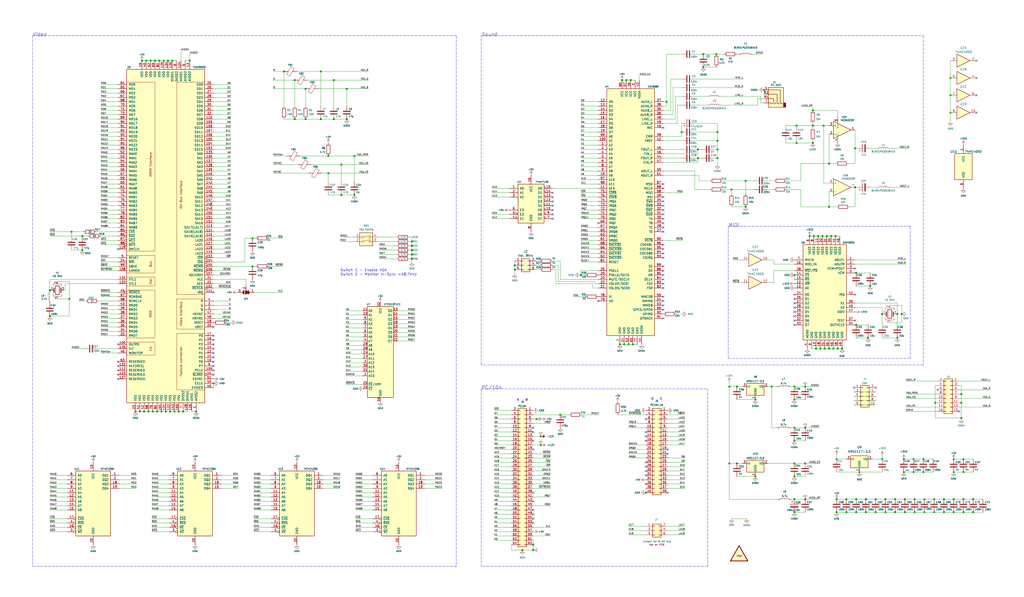
<source format=kicad_sch>
(kicad_sch (version 20211123) (generator eeschema)
  (paper "User" 599.999 350.012)
  (title_block (date "2021-12-17") (rev "A"))
  (lib_symbols
    (symbol "4xxx:4050" (pin_names (offset 1.016))
      (property "Reference" "U" (at 0 1.27 0))
      (property "Value" "4050" (at 0 -1.27 0))
      (symbol "4050_1_0"
        (pin output line (at 7.62 0 180) (length 3.81) (name "~") (number "2"))
        (pin input line (at -7.62 0 0) (length 3.81) (name "~") (number "3"))
      )
      (symbol "4050_2_0"
        (pin output line (at 7.62 0 180) (length 3.81) (name "~") (number "4"))
        (pin input line (at -7.62 0 0) (length 3.81) (name "~") (number "5"))
      )
      (symbol "4050_3_0"
        (pin output line (at 7.62 0 180) (length 3.81) (name "~") (number "6"))
        (pin input line (at -7.62 0 0) (length 3.81) (name "~") (number "7"))
      )
      (symbol "4050_4_0"
        (pin output line (at 7.62 0 180) (length 3.81) (name "~") (number "10"))
        (pin input line (at -7.62 0 0) (length 3.81) (name "~") (number "9"))
      )
      (symbol "4050_5_0"
        (pin input line (at -7.62 0 0) (length 3.81) (name "~") (number "11"))
        (pin output line (at 7.62 0 180) (length 3.81) (name "~") (number "12"))
      )
      (symbol "4050_6_0"
        (pin input line (at -7.62 0 0) (length 3.81) (name "~") (number "14"))
        (pin output line (at 7.62 0 180) (length 3.81) (name "~") (number "15"))
      )
      (symbol "4050_7_0"
        (pin power_in line (at 0 12.7 270) (length 5.08) (name "VCC") (number "1"))
        (pin power_in line (at 0 -12.7 90) (length 5.08) (name "VSS") (number "8"))
      )
    )
    (symbol "74xx:74LS138" (pin_names (offset 1.016))
      (property "Reference" "U" (at -7.62 11.43 0))
      (property "Value" "74LS138" (at -7.62 -13.97 0))
      (symbol "74LS138_1_0"
        (pin input line (at -12.7 7.62 0) (length 5.08) (name "A0") (number "1"))
        (pin output output_low (at 12.7 -5.08 180) (length 5.08) (name "O5") (number "10"))
        (pin output output_low (at 12.7 -2.54 180) (length 5.08) (name "O4") (number "11"))
        (pin output output_low (at 12.7 0 180) (length 5.08) (name "O3") (number "12"))
        (pin output output_low (at 12.7 2.54 180) (length 5.08) (name "O2") (number "13"))
        (pin output output_low (at 12.7 5.08 180) (length 5.08) (name "O1") (number "14"))
        (pin output output_low (at 12.7 7.62 180) (length 5.08) (name "O0") (number "15"))
        (pin power_in line (at 0 15.24 270) (length 5.08) (name "VCC") (number "16"))
        (pin input line (at -12.7 5.08 0) (length 5.08) (name "A1") (number "2"))
        (pin input line (at -12.7 2.54 0) (length 5.08) (name "A2") (number "3"))
        (pin input input_low (at -12.7 -10.16 0) (length 5.08) (name "E1") (number "4"))
        (pin input input_low (at -12.7 -7.62 0) (length 5.08) (name "E2") (number "5"))
        (pin input line (at -12.7 -5.08 0) (length 5.08) (name "E3") (number "6"))
        (pin output output_low (at 12.7 -10.16 180) (length 5.08) (name "O7") (number "7"))
        (pin power_in line (at 0 -17.78 90) (length 5.08) (name "GND") (number "8"))
        (pin output output_low (at 12.7 -7.62 180) (length 5.08) (name "O6") (number "9"))
      )
    )
    (symbol "Amplifier_Operational:NE5532" (pin_names (offset 0.127))
      (property "Reference" "U" (at 0 5.08 0))
      (property "Value" "NE5532" (at 0 -5.08 0))
      (symbol "NE5532_1_1"
        (pin output line (at 7.62 0 180) (length 2.54) (name "~") (number "1"))
        (pin input line (at -7.62 -2.54 0) (length 2.54) (name "-") (number "2"))
        (pin input line (at -7.62 2.54 0) (length 2.54) (name "+") (number "3"))
      )
      (symbol "NE5532_2_1"
        (pin input line (at -7.62 2.54 0) (length 2.54) (name "+") (number "5"))
        (pin input line (at -7.62 -2.54 0) (length 2.54) (name "-") (number "6"))
        (pin output line (at 7.62 0 180) (length 2.54) (name "~") (number "7"))
      )
      (symbol "NE5532_3_1"
        (pin power_in line (at -2.54 -7.62 90) (length 3.81) (name "V-") (number "4"))
        (pin power_in line (at -2.54 7.62 270) (length 3.81) (name "V+") (number "8"))
      )
    )
    (symbol "Connector:AudioJack4"
      (property "Reference" "J" (at 0 8.89 0))
      (property "Value" "AudioJack4" (at 0 6.35 0))
      (symbol "AudioJack4_1_1"
        (pin passive line (at 5.08 -2.54 180) (length 2.54) (name "~") (number "R1"))
        (pin passive line (at 5.08 0 180) (length 2.54) (name "~") (number "R2"))
        (pin passive line (at 5.08 2.54 180) (length 2.54) (name "~") (number "S"))
        (pin passive line (at 5.08 -5.08 180) (length 2.54) (name "~") (number "T"))
      )
    )
    (symbol "Connector_Generic:Conn_02x03_Odd_Even" (pin_names (offset 1.016) hide)
      (property "Reference" "J" (at 1.27 5.08 0))
      (property "Value" "Conn_02x03_Odd_Even" (at 1.27 -5.08 0))
      (symbol "Conn_02x03_Odd_Even_1_1"
        (pin passive line (at -5.08 2.54 0) (length 3.81) (name "Pin_1") (number "1"))
        (pin passive line (at 7.62 2.54 180) (length 3.81) (name "Pin_2") (number "2"))
        (pin passive line (at -5.08 0 0) (length 3.81) (name "Pin_3") (number "3"))
        (pin passive line (at 7.62 0 180) (length 3.81) (name "Pin_4") (number "4"))
        (pin passive line (at -5.08 -2.54 0) (length 3.81) (name "Pin_5") (number "5"))
        (pin passive line (at 7.62 -2.54 180) (length 3.81) (name "Pin_6") (number "6"))
      )
    )
    (symbol "Connector_Generic:Conn_02x05_Odd_Even" (pin_names (offset 1.016) hide)
      (property "Reference" "J" (at 1.27 7.62 0))
      (property "Value" "Conn_02x05_Odd_Even" (at 1.27 -7.62 0))
      (symbol "Conn_02x05_Odd_Even_1_1"
        (pin passive line (at -5.08 5.08 0) (length 3.81) (name "Pin_1") (number "1"))
        (pin passive line (at 7.62 -5.08 180) (length 3.81) (name "Pin_10") (number "10"))
        (pin passive line (at 7.62 5.08 180) (length 3.81) (name "Pin_2") (number "2"))
        (pin passive line (at -5.08 2.54 0) (length 3.81) (name "Pin_3") (number "3"))
        (pin passive line (at 7.62 2.54 180) (length 3.81) (name "Pin_4") (number "4"))
        (pin passive line (at -5.08 0 0) (length 3.81) (name "Pin_5") (number "5"))
        (pin passive line (at 7.62 0 180) (length 3.81) (name "Pin_6") (number "6"))
        (pin passive line (at -5.08 -2.54 0) (length 3.81) (name "Pin_7") (number "7"))
        (pin passive line (at 7.62 -2.54 180) (length 3.81) (name "Pin_8") (number "8"))
        (pin passive line (at -5.08 -5.08 0) (length 3.81) (name "Pin_9") (number "9"))
      )
    )
    (symbol "Connector_Generic:Conn_02x08_Odd_Even" (pin_names (offset 1.016) hide)
      (property "Reference" "J" (at 1.27 10.16 0))
      (property "Value" "Conn_02x08_Odd_Even" (at 1.27 -12.7 0))
      (symbol "Conn_02x08_Odd_Even_1_1"
        (pin passive line (at -5.08 7.62 0) (length 3.81) (name "Pin_1") (number "1"))
        (pin passive line (at 7.62 -2.54 180) (length 3.81) (name "Pin_10") (number "10"))
        (pin passive line (at -5.08 -5.08 0) (length 3.81) (name "Pin_11") (number "11"))
        (pin passive line (at 7.62 -5.08 180) (length 3.81) (name "Pin_12") (number "12"))
        (pin passive line (at -5.08 -7.62 0) (length 3.81) (name "Pin_13") (number "13"))
        (pin passive line (at 7.62 -7.62 180) (length 3.81) (name "Pin_14") (number "14"))
        (pin passive line (at -5.08 -10.16 0) (length 3.81) (name "Pin_15") (number "15"))
        (pin passive line (at 7.62 -10.16 180) (length 3.81) (name "Pin_16") (number "16"))
        (pin passive line (at 7.62 7.62 180) (length 3.81) (name "Pin_2") (number "2"))
        (pin passive line (at -5.08 5.08 0) (length 3.81) (name "Pin_3") (number "3"))
        (pin passive line (at 7.62 5.08 180) (length 3.81) (name "Pin_4") (number "4"))
        (pin passive line (at -5.08 2.54 0) (length 3.81) (name "Pin_5") (number "5"))
        (pin passive line (at 7.62 2.54 180) (length 3.81) (name "Pin_6") (number "6"))
        (pin passive line (at -5.08 0 0) (length 3.81) (name "Pin_7") (number "7"))
        (pin passive line (at 7.62 0 180) (length 3.81) (name "Pin_8") (number "8"))
        (pin passive line (at -5.08 -2.54 0) (length 3.81) (name "Pin_9") (number "9"))
      )
    )
    (symbol "Connector_Generic:Conn_02x20_Odd_Even" (pin_names (offset 1.016) hide)
      (property "Reference" "J" (at 1.27 25.4 0))
      (property "Value" "Conn_02x20_Odd_Even" (at 1.27 -27.94 0))
      (symbol "Conn_02x20_Odd_Even_1_1"
        (pin passive line (at -5.08 22.86 0) (length 3.81) (name "Pin_1") (number "1"))
        (pin passive line (at 7.62 12.7 180) (length 3.81) (name "Pin_10") (number "10"))
        (pin passive line (at -5.08 10.16 0) (length 3.81) (name "Pin_11") (number "11"))
        (pin passive line (at 7.62 10.16 180) (length 3.81) (name "Pin_12") (number "12"))
        (pin passive line (at -5.08 7.62 0) (length 3.81) (name "Pin_13") (number "13"))
        (pin passive line (at 7.62 7.62 180) (length 3.81) (name "Pin_14") (number "14"))
        (pin passive line (at -5.08 5.08 0) (length 3.81) (name "Pin_15") (number "15"))
        (pin passive line (at 7.62 5.08 180) (length 3.81) (name "Pin_16") (number "16"))
        (pin passive line (at -5.08 2.54 0) (length 3.81) (name "Pin_17") (number "17"))
        (pin passive line (at 7.62 2.54 180) (length 3.81) (name "Pin_18") (number "18"))
        (pin passive line (at -5.08 0 0) (length 3.81) (name "Pin_19") (number "19"))
        (pin passive line (at 7.62 22.86 180) (length 3.81) (name "Pin_2") (number "2"))
        (pin passive line (at 7.62 0 180) (length 3.81) (name "Pin_20") (number "20"))
        (pin passive line (at -5.08 -2.54 0) (length 3.81) (name "Pin_21") (number "21"))
        (pin passive line (at 7.62 -2.54 180) (length 3.81) (name "Pin_22") (number "22"))
        (pin passive line (at -5.08 -5.08 0) (length 3.81) (name "Pin_23") (number "23"))
        (pin passive line (at 7.62 -5.08 180) (length 3.81) (name "Pin_24") (number "24"))
        (pin passive line (at -5.08 -7.62 0) (length 3.81) (name "Pin_25") (number "25"))
        (pin passive line (at 7.62 -7.62 180) (length 3.81) (name "Pin_26") (number "26"))
        (pin passive line (at -5.08 -10.16 0) (length 3.81) (name "Pin_27") (number "27"))
        (pin passive line (at 7.62 -10.16 180) (length 3.81) (name "Pin_28") (number "28"))
        (pin passive line (at -5.08 -12.7 0) (length 3.81) (name "Pin_29") (number "29"))
        (pin passive line (at -5.08 20.32 0) (length 3.81) (name "Pin_3") (number "3"))
        (pin passive line (at 7.62 -12.7 180) (length 3.81) (name "Pin_30") (number "30"))
        (pin passive line (at -5.08 -15.24 0) (length 3.81) (name "Pin_31") (number "31"))
        (pin passive line (at 7.62 -15.24 180) (length 3.81) (name "Pin_32") (number "32"))
        (pin passive line (at -5.08 -17.78 0) (length 3.81) (name "Pin_33") (number "33"))
        (pin passive line (at 7.62 -17.78 180) (length 3.81) (name "Pin_34") (number "34"))
        (pin passive line (at -5.08 -20.32 0) (length 3.81) (name "Pin_35") (number "35"))
        (pin passive line (at 7.62 -20.32 180) (length 3.81) (name "Pin_36") (number "36"))
        (pin passive line (at -5.08 -22.86 0) (length 3.81) (name "Pin_37") (number "37"))
        (pin passive line (at 7.62 -22.86 180) (length 3.81) (name "Pin_38") (number "38"))
        (pin passive line (at -5.08 -25.4 0) (length 3.81) (name "Pin_39") (number "39"))
        (pin passive line (at 7.62 20.32 180) (length 3.81) (name "Pin_4") (number "4"))
        (pin passive line (at 7.62 -25.4 180) (length 3.81) (name "Pin_40") (number "40"))
        (pin passive line (at -5.08 17.78 0) (length 3.81) (name "Pin_5") (number "5"))
        (pin passive line (at 7.62 17.78 180) (length 3.81) (name "Pin_6") (number "6"))
        (pin passive line (at -5.08 15.24 0) (length 3.81) (name "Pin_7") (number "7"))
        (pin passive line (at 7.62 15.24 180) (length 3.81) (name "Pin_8") (number "8"))
        (pin passive line (at -5.08 12.7 0) (length 3.81) (name "Pin_9") (number "9"))
      )
    )
    (symbol "Connector_Generic:Conn_02x32_Odd_Even" (pin_names (offset 1.016) hide)
      (property "Reference" "J" (at 1.27 40.64 0))
      (property "Value" "Conn_02x32_Odd_Even" (at 1.27 -43.18 0))
      (symbol "Conn_02x32_Odd_Even_1_1"
        (pin passive line (at -5.08 38.1 0) (length 3.81) (name "Pin_1") (number "1"))
        (pin passive line (at 7.62 27.94 180) (length 3.81) (name "Pin_10") (number "10"))
        (pin passive line (at -5.08 25.4 0) (length 3.81) (name "Pin_11") (number "11"))
        (pin passive line (at 7.62 25.4 180) (length 3.81) (name "Pin_12") (number "12"))
        (pin passive line (at -5.08 22.86 0) (length 3.81) (name "Pin_13") (number "13"))
        (pin passive line (at 7.62 22.86 180) (length 3.81) (name "Pin_14") (number "14"))
        (pin passive line (at -5.08 20.32 0) (length 3.81) (name "Pin_15") (number "15"))
        (pin passive line (at 7.62 20.32 180) (length 3.81) (name "Pin_16") (number "16"))
        (pin passive line (at -5.08 17.78 0) (length 3.81) (name "Pin_17") (number "17"))
        (pin passive line (at 7.62 17.78 180) (length 3.81) (name "Pin_18") (number "18"))
        (pin passive line (at -5.08 15.24 0) (length 3.81) (name "Pin_19") (number "19"))
        (pin passive line (at 7.62 38.1 180) (length 3.81) (name "Pin_2") (number "2"))
        (pin passive line (at 7.62 15.24 180) (length 3.81) (name "Pin_20") (number "20"))
        (pin passive line (at -5.08 12.7 0) (length 3.81) (name "Pin_21") (number "21"))
        (pin passive line (at 7.62 12.7 180) (length 3.81) (name "Pin_22") (number "22"))
        (pin passive line (at -5.08 10.16 0) (length 3.81) (name "Pin_23") (number "23"))
        (pin passive line (at 7.62 10.16 180) (length 3.81) (name "Pin_24") (number "24"))
        (pin passive line (at -5.08 7.62 0) (length 3.81) (name "Pin_25") (number "25"))
        (pin passive line (at 7.62 7.62 180) (length 3.81) (name "Pin_26") (number "26"))
        (pin passive line (at -5.08 5.08 0) (length 3.81) (name "Pin_27") (number "27"))
        (pin passive line (at 7.62 5.08 180) (length 3.81) (name "Pin_28") (number "28"))
        (pin passive line (at -5.08 2.54 0) (length 3.81) (name "Pin_29") (number "29"))
        (pin passive line (at -5.08 35.56 0) (length 3.81) (name "Pin_3") (number "3"))
        (pin passive line (at 7.62 2.54 180) (length 3.81) (name "Pin_30") (number "30"))
        (pin passive line (at -5.08 0 0) (length 3.81) (name "Pin_31") (number "31"))
        (pin passive line (at 7.62 0 180) (length 3.81) (name "Pin_32") (number "32"))
        (pin passive line (at -5.08 -2.54 0) (length 3.81) (name "Pin_33") (number "33"))
        (pin passive line (at 7.62 -2.54 180) (length 3.81) (name "Pin_34") (number "34"))
        (pin passive line (at -5.08 -5.08 0) (length 3.81) (name "Pin_35") (number "35"))
        (pin passive line (at 7.62 -5.08 180) (length 3.81) (name "Pin_36") (number "36"))
        (pin passive line (at -5.08 -7.62 0) (length 3.81) (name "Pin_37") (number "37"))
        (pin passive line (at 7.62 -7.62 180) (length 3.81) (name "Pin_38") (number "38"))
        (pin passive line (at -5.08 -10.16 0) (length 3.81) (name "Pin_39") (number "39"))
        (pin passive line (at 7.62 35.56 180) (length 3.81) (name "Pin_4") (number "4"))
        (pin passive line (at 7.62 -10.16 180) (length 3.81) (name "Pin_40") (number "40"))
        (pin passive line (at -5.08 -12.7 0) (length 3.81) (name "Pin_41") (number "41"))
        (pin passive line (at 7.62 -12.7 180) (length 3.81) (name "Pin_42") (number "42"))
        (pin passive line (at -5.08 -15.24 0) (length 3.81) (name "Pin_43") (number "43"))
        (pin passive line (at 7.62 -15.24 180) (length 3.81) (name "Pin_44") (number "44"))
        (pin passive line (at -5.08 -17.78 0) (length 3.81) (name "Pin_45") (number "45"))
        (pin passive line (at 7.62 -17.78 180) (length 3.81) (name "Pin_46") (number "46"))
        (pin passive line (at -5.08 -20.32 0) (length 3.81) (name "Pin_47") (number "47"))
        (pin passive line (at 7.62 -20.32 180) (length 3.81) (name "Pin_48") (number "48"))
        (pin passive line (at -5.08 -22.86 0) (length 3.81) (name "Pin_49") (number "49"))
        (pin passive line (at -5.08 33.02 0) (length 3.81) (name "Pin_5") (number "5"))
        (pin passive line (at 7.62 -22.86 180) (length 3.81) (name "Pin_50") (number "50"))
        (pin passive line (at -5.08 -25.4 0) (length 3.81) (name "Pin_51") (number "51"))
        (pin passive line (at 7.62 -25.4 180) (length 3.81) (name "Pin_52") (number "52"))
        (pin passive line (at -5.08 -27.94 0) (length 3.81) (name "Pin_53") (number "53"))
        (pin passive line (at 7.62 -27.94 180) (length 3.81) (name "Pin_54") (number "54"))
        (pin passive line (at -5.08 -30.48 0) (length 3.81) (name "Pin_55") (number "55"))
        (pin passive line (at 7.62 -30.48 180) (length 3.81) (name "Pin_56") (number "56"))
        (pin passive line (at -5.08 -33.02 0) (length 3.81) (name "Pin_57") (number "57"))
        (pin passive line (at 7.62 -33.02 180) (length 3.81) (name "Pin_58") (number "58"))
        (pin passive line (at -5.08 -35.56 0) (length 3.81) (name "Pin_59") (number "59"))
        (pin passive line (at 7.62 33.02 180) (length 3.81) (name "Pin_6") (number "6"))
        (pin passive line (at 7.62 -35.56 180) (length 3.81) (name "Pin_60") (number "60"))
        (pin passive line (at -5.08 -38.1 0) (length 3.81) (name "Pin_61") (number "61"))
        (pin passive line (at 7.62 -38.1 180) (length 3.81) (name "Pin_62") (number "62"))
        (pin passive line (at -5.08 -40.64 0) (length 3.81) (name "Pin_63") (number "63"))
        (pin passive line (at 7.62 -40.64 180) (length 3.81) (name "Pin_64") (number "64"))
        (pin passive line (at -5.08 30.48 0) (length 3.81) (name "Pin_7") (number "7"))
        (pin passive line (at 7.62 30.48 180) (length 3.81) (name "Pin_8") (number "8"))
        (pin passive line (at -5.08 27.94 0) (length 3.81) (name "Pin_9") (number "9"))
      )
    )
    (symbol "Device:C" (pin_numbers hide) (pin_names (offset 0.254))
      (property "Reference" "C" (at 0.635 2.54 0))
      (property "Value" "C" (at 0.635 -2.54 0))
      (symbol "C_1_1"
        (pin passive line (at 0 3.81 270) (length 2.794) (name "~") (number "1"))
        (pin passive line (at 0 -3.81 90) (length 2.794) (name "~") (number "2"))
      )
    )
    (symbol "Device:C_Polarized" (pin_numbers hide) (pin_names (offset 0.254))
      (property "Reference" "C" (at 0.635 2.54 0))
      (property "Value" "C_Polarized" (at 0.635 -2.54 0))
      (symbol "C_Polarized_1_1"
        (pin passive line (at 0 3.81 270) (length 2.794) (name "~") (number "1"))
        (pin passive line (at 0 -3.81 90) (length 2.794) (name "~") (number "2"))
      )
    )
    (symbol "Device:Crystal_GND24" (pin_names (offset 1.016) hide)
      (property "Reference" "Y" (at 3.175 5.08 0))
      (property "Value" "Crystal_GND24" (at 3.175 3.175 0))
      (symbol "Crystal_GND24_1_1"
        (pin passive line (at -3.81 0 0) (length 1.27) (name "1") (number "1"))
        (pin passive line (at 0 5.08 270) (length 1.27) (name "2") (number "2"))
        (pin passive line (at 3.81 0 180) (length 1.27) (name "3") (number "3"))
        (pin passive line (at 0 -5.08 90) (length 1.27) (name "4") (number "4"))
      )
    )
    (symbol "Device:FerriteBead" (pin_numbers hide) (pin_names (offset 0))
      (property "Reference" "FB" (at -3.81 0.635 90))
      (property "Value" "FerriteBead" (at 3.81 0 90))
      (symbol "FerriteBead_1_1"
        (pin passive line (at 0 3.81 270) (length 2.54) (name "~") (number "1"))
        (pin passive line (at 0 -3.81 90) (length 2.54) (name "~") (number "2"))
      )
    )
    (symbol "Device:L" (pin_numbers hide) (pin_names (offset 1.016) hide)
      (property "Reference" "L" (at -1.27 0 90))
      (property "Value" "L" (at 1.905 0 90))
      (symbol "L_1_1"
        (pin passive line (at 0 3.81 270) (length 1.27) (name "1") (number "1"))
        (pin passive line (at 0 -3.81 90) (length 1.27) (name "2") (number "2"))
      )
    )
    (symbol "Device:R" (pin_numbers hide) (pin_names (offset 0))
      (property "Reference" "R" (at 2.032 0 90))
      (property "Value" "R" (at 0 0 90))
      (symbol "R_1_1"
        (pin passive line (at 0 3.81 270) (length 1.27) (name "~") (number "1"))
        (pin passive line (at 0 -3.81 90) (length 1.27) (name "~") (number "2"))
      )
    )
    (symbol "Jumper:SolderJumper_3_Bridged12" (pin_names (offset 0) hide)
      (property "Reference" "JP" (at -2.54 -2.54 0))
      (property "Value" "SolderJumper_3_Bridged12" (at 0 2.794 0))
      (symbol "SolderJumper_3_Bridged12_1_1"
        (pin passive line (at -5.08 0 0) (length 2.54) (name "A") (number "1"))
        (pin passive line (at 0 -3.81 90) (length 2.54) (name "C") (number "2"))
        (pin passive line (at 5.08 0 180) (length 2.54) (name "B") (number "3"))
      )
    )
    (symbol "Memory_EPROM:27C512PLCC"
      (property "Reference" "U" (at -7.62 26.67 0))
      (property "Value" "27C512PLCC" (at 2.54 -29.21 0))
      (symbol "27C512PLCC_1_1"
        (pin no_connect line (at 7.62 -17.78 180) (length 2.54) hide (name "NC") (number "1"))
        (pin input line (at -10.16 20.32 0) (length 2.54) (name "A1") (number "10"))
        (pin input line (at -10.16 22.86 0) (length 2.54) (name "A0") (number "11"))
        (pin no_connect line (at 7.62 -22.86 180) (length 2.54) hide (name "NC") (number "12"))
        (pin tri_state line (at 10.16 22.86 180) (length 2.54) (name "O0") (number "13"))
        (pin tri_state line (at 10.16 20.32 180) (length 2.54) (name "O1") (number "14"))
        (pin tri_state line (at 10.16 17.78 180) (length 2.54) (name "O2") (number "15"))
        (pin power_in line (at 0 -30.48 90) (length 2.54) (name "GND") (number "16"))
        (pin no_connect line (at 7.62 -20.32 180) (length 2.54) hide (name "NC") (number "17"))
        (pin tri_state line (at 10.16 15.24 180) (length 2.54) (name "O3") (number "18"))
        (pin tri_state line (at 10.16 12.7 180) (length 2.54) (name "O4") (number "19"))
        (pin input line (at -10.16 -15.24 0) (length 2.54) (name "A15") (number "2"))
        (pin tri_state line (at 10.16 10.16 180) (length 2.54) (name "O5") (number "20"))
        (pin tri_state line (at 10.16 7.62 180) (length 2.54) (name "O6") (number "21"))
        (pin tri_state line (at 10.16 5.08 180) (length 2.54) (name "O7") (number "22"))
        (pin input line (at -10.16 -22.86 0) (length 2.54) (name "~{CE}") (number "23"))
        (pin input line (at -10.16 -2.54 0) (length 2.54) (name "A10") (number "24"))
        (pin input line (at -10.16 -20.32 0) (length 2.54) (name "~{OE}/VPP") (number "25"))
        (pin no_connect line (at 7.62 -25.4 180) (length 2.54) hide (name "NC") (number "26"))
        (pin input line (at -10.16 -5.08 0) (length 2.54) (name "A11") (number "27"))
        (pin input line (at -10.16 0 0) (length 2.54) (name "A9") (number "28"))
        (pin input line (at -10.16 2.54 0) (length 2.54) (name "A8") (number "29"))
        (pin input line (at -10.16 -7.62 0) (length 2.54) (name "A12") (number "3"))
        (pin input line (at -10.16 -10.16 0) (length 2.54) (name "A13") (number "30"))
        (pin input line (at -10.16 -12.7 0) (length 2.54) (name "A14") (number "31"))
        (pin power_in line (at 0 27.94 270) (length 2.54) (name "VCC") (number "32"))
        (pin input line (at -10.16 5.08 0) (length 2.54) (name "A7") (number "4"))
        (pin input line (at -10.16 7.62 0) (length 2.54) (name "A6") (number "5"))
        (pin input line (at -10.16 10.16 0) (length 2.54) (name "A5") (number "6"))
        (pin input line (at -10.16 12.7 0) (length 2.54) (name "A4") (number "7"))
        (pin input line (at -10.16 15.24 0) (length 2.54) (name "A3") (number "8"))
        (pin input line (at -10.16 17.78 0) (length 2.54) (name "A2") (number "9"))
      )
    )
    (symbol "Regulator_Linear:AMS1117-3.3" (pin_names (offset 0.254))
      (property "Reference" "U" (at -3.81 3.175 0))
      (property "Value" "AMS1117-3.3" (at 0 3.175 0))
      (symbol "AMS1117-3.3_1_1"
        (pin power_in line (at 0 -7.62 90) (length 2.54) (name "GND") (number "1"))
        (pin power_out line (at 7.62 0 180) (length 2.54) (name "VO") (number "2"))
        (pin power_in line (at -7.62 0 0) (length 2.54) (name "VI") (number "3"))
      )
    )
    (symbol "Regulator_Linear:AMS1117-5.0" (pin_names (offset 0.254))
      (property "Reference" "U" (at -3.81 3.175 0))
      (property "Value" "AMS1117-5.0" (at 0 3.175 0))
      (symbol "AMS1117-5.0_1_1"
        (pin power_in line (at 0 -7.62 90) (length 2.54) (name "GND") (number "1"))
        (pin power_out line (at 7.62 0 180) (length 2.54) (name "VO") (number "2"))
        (pin power_in line (at -7.62 0 0) (length 2.54) (name "VI") (number "3"))
      )
    )
    (symbol "Switch:SW_DIP_x02" (pin_names (offset 0) hide)
      (property "Reference" "SW" (at 0 6.35 0))
      (property "Value" "SW_DIP_x02" (at 0 -3.81 0))
      (symbol "SW_DIP_x02_1_1"
        (pin passive line (at -7.62 2.54 0) (length 5.08) (name "~") (number "1"))
        (pin passive line (at -7.62 0 0) (length 5.08) (name "~") (number "2"))
        (pin passive line (at 7.62 0 180) (length 5.08) (name "~") (number "3"))
        (pin passive line (at 7.62 2.54 180) (length 5.08) (name "~") (number "4"))
      )
    )
    (symbol "my:ES1868F" (pin_names (offset 1.016))
      (property "Reference" "U" (at 0 2.54 0))
      (property "Value" "ES1868F" (at 0 0 0))
      (symbol "ES1868F_1_1"
        (pin input line (at -19.05 39.37 0) (length 5.08) (name "A2") (number "1"))
        (pin input line (at -19.05 21.59 0) (length 5.08) (name "A9") (number "10"))
        (pin input line (at -19.05 41.91 0) (length 5.08) (name "A1") (number "100"))
        (pin input line (at -19.05 13.97 0) (length 5.08) (name "AEN") (number "11"))
        (pin bidirectional line (at -19.05 64.77 0) (length 5.08) (name "D0") (number "12"))
        (pin bidirectional line (at -19.05 62.23 0) (length 5.08) (name "D1") (number "13"))
        (pin bidirectional line (at -19.05 59.69 0) (length 5.08) (name "D2") (number "14"))
        (pin bidirectional line (at -19.05 57.15 0) (length 5.08) (name "D3") (number "15"))
        (pin bidirectional line (at -19.05 54.61 0) (length 5.08) (name "D4") (number "16"))
        (pin bidirectional line (at -19.05 52.07 0) (length 5.08) (name "D5") (number "17"))
        (pin bidirectional line (at -19.05 49.53 0) (length 5.08) (name "D6") (number "18"))
        (pin bidirectional line (at -19.05 46.99 0) (length 5.08) (name "D7") (number "19"))
        (pin input line (at -19.05 36.83 0) (length 5.08) (name "A3") (number "2"))
        (pin input line (at -19.05 -36.83 0) (length 5.08) (name "PSEL0/SECS") (number "20"))
        (pin input line (at -19.05 -44.45 0) (length 5.08) (name "VOLDN/SEDO") (number "21"))
        (pin input line (at -19.05 -41.91 0) (length 5.08) (name "VOLUP/SEDI") (number "22"))
        (pin output line (at -19.05 -39.37 0) (length 5.08) (name "MUTE/SECLK") (number "23"))
        (pin power_in line (at -3.81 -77.47 90) (length 5.08) (name "GND") (number "24"))
        (pin input line (at -19.05 -34.29 0) (length 5.08) (name "PSEL1") (number "25"))
        (pin power_in line (at 0 77.47 270) (length 5.08) (name "VCC") (number "26"))
        (pin bidirectional line (at 19.05 -11.43 180) (length 5.08) (name "TD") (number "27"))
        (pin bidirectional line (at 19.05 -8.89 180) (length 5.08) (name "TC") (number "28"))
        (pin bidirectional line (at 19.05 -6.35 180) (length 5.08) (name "TB") (number "29"))
        (pin power_in line (at 2.54 77.47 270) (length 5.08) (name "VCC") (number "3"))
        (pin bidirectional line (at 19.05 -3.81 180) (length 5.08) (name "TA") (number "30"))
        (pin input line (at 19.05 -1.27 180) (length 5.08) (name "~{SWD}") (number "31"))
        (pin input line (at 19.05 1.27 180) (length 5.08) (name "~{SWC}") (number "32"))
        (pin input line (at 19.05 3.81 180) (length 5.08) (name "~{SWB}") (number "33"))
        (pin input line (at 19.05 6.35 180) (length 5.08) (name "~{SWA}") (number "34"))
        (pin input line (at 19.05 59.69 180) (length 5.08) (name "AUXB_L") (number "35"))
        (pin input line (at 19.05 57.15 180) (length 5.08) (name "AUXB_R") (number "36"))
        (pin input line (at 19.05 64.77 180) (length 5.08) (name "AUXA_L") (number "37"))
        (pin input line (at 19.05 62.23 180) (length 5.08) (name "AUXA_R") (number "38"))
        (pin output line (at 19.05 44.45 180) (length 5.08) (name "CMR") (number "39"))
        (pin input line (at -19.05 34.29 0) (length 5.08) (name "A4") (number "4"))
        (pin input line (at 19.05 49.53 180) (length 5.08) (name "MIC") (number "40"))
        (pin power_in line (at 6.35 -77.47 90) (length 5.08) (name "GNDA") (number "41"))
        (pin output line (at 19.05 41.91 180) (length 5.08) (name "VREF") (number "42"))
        (pin power_in line (at 5.08 77.47 270) (length 5.08) (name "VDDA") (number "43"))
        (pin output line (at 19.05 31.75 180) (length 5.08) (name "FOUT_R") (number "44"))
        (pin output line (at 19.05 36.83 180) (length 5.08) (name "FOUT_L") (number "45"))
        (pin input line (at 19.05 34.29 180) (length 5.08) (name "CIN_L") (number "46"))
        (pin input line (at 19.05 29.21 180) (length 5.08) (name "CIN_R") (number "47"))
        (pin input line (at 19.05 54.61 180) (length 5.08) (name "LINE_L") (number "48"))
        (pin input line (at 19.05 52.07 180) (length 5.08) (name "LINE_R") (number "49"))
        (pin input line (at -19.05 31.75 0) (length 5.08) (name "A5") (number "5"))
        (pin output line (at 19.05 24.13 180) (length 5.08) (name "AOUT_L") (number "50"))
        (pin output line (at 19.05 21.59 180) (length 5.08) (name "AOUT_R") (number "51"))
        (pin power_in line (at -1.27 -77.47 90) (length 5.08) (name "GND") (number "52"))
        (pin input line (at 19.05 -54.61 180) (length 5.08) (name "MMIEB") (number "53"))
        (pin input line (at 19.05 -52.07 180) (length 5.08) (name "MMIRQ") (number "54"))
        (pin output line (at 19.05 -49.53 180) (length 5.08) (name "MMCSB") (number "55"))
        (pin output line (at 19.05 -57.15 180) (length 5.08) (name "GPCS/GPO0") (number "56"))
        (pin power_in line (at -2.54 77.47 270) (length 5.08) (name "VCC") (number "57"))
        (pin output line (at 19.05 11.43 180) (length 5.08) (name "MSO") (number "58"))
        (pin input line (at 19.05 8.89 180) (length 5.08) (name "MSI") (number "59"))
        (pin input line (at -19.05 29.21 0) (length 5.08) (name "A6") (number "6"))
        (pin power_in line (at 1.27 -77.47 90) (length 5.08) (name "GND") (number "60"))
        (pin output line (at -19.05 -16.51 0) (length 5.08) (name "DRQD") (number "61"))
        (pin tri_state line (at -19.05 -26.67 0) (length 5.08) (name "~{DACKBD}") (number "62"))
        (pin output line (at -19.05 -13.97 0) (length 5.08) (name "DRQC") (number "63"))
        (pin tri_state line (at -19.05 -24.13 0) (length 5.08) (name "~{DACKBC}") (number "64"))
        (pin output line (at -19.05 -11.43 0) (length 5.08) (name "DRQB") (number "65"))
        (pin tri_state line (at -19.05 -21.59 0) (length 5.08) (name "~{DACKBB}") (number "66"))
        (pin output line (at -19.05 -8.89 0) (length 5.08) (name "DRQA") (number "67"))
        (pin tri_state line (at -19.05 -19.05 0) (length 5.08) (name "~{DACKBA}") (number "68"))
        (pin tri_state line (at -19.05 -6.35 0) (length 5.08) (name "IRQF") (number "69"))
        (pin power_in line (at -6.35 -77.47 90) (length 5.08) (name "GND") (number "7"))
        (pin tri_state line (at -19.05 -3.81 0) (length 5.08) (name "IRQE") (number "70"))
        (pin tri_state line (at -19.05 -1.27 0) (length 5.08) (name "IRQD") (number "71"))
        (pin tri_state line (at -19.05 1.27 0) (length 5.08) (name "IRQC") (number "72"))
        (pin tri_state line (at -19.05 3.81 0) (length 5.08) (name "IRQB") (number "73"))
        (pin tri_state line (at -19.05 6.35 0) (length 5.08) (name "IRQA") (number "74"))
        (pin input line (at -19.05 11.43 0) (length 5.08) (name "~{IORB}") (number "75"))
        (pin input line (at -19.05 8.89 0) (length 5.08) (name "~{IOWB}") (number "76"))
        (pin power_in line (at 3.81 -77.47 90) (length 5.08) (name "GND") (number "77"))
        (pin input line (at -19.05 -49.53 0) (length 5.08) (name "XI") (number "78"))
        (pin output line (at -19.05 -52.07 0) (length 5.08) (name "XO") (number "79"))
        (pin input line (at -19.05 26.67 0) (length 5.08) (name "A7") (number "8"))
        (pin power_in line (at -5.08 77.47 270) (length 5.08) (name "VCC") (number "80"))
        (pin input line (at -19.05 -29.21 0) (length 5.08) (name "RESET") (number "81"))
        (pin input line (at 19.05 -44.45 180) (length 5.08) (name "FSR") (number "82"))
        (pin input line (at 19.05 -41.91 180) (length 5.08) (name "FSX") (number "83"))
        (pin input line (at 19.05 -39.37 180) (length 5.08) (name "DCLK") (number "84"))
        (pin input line (at 19.05 -36.83 180) (length 5.08) (name "DR") (number "85"))
        (pin tri_state line (at 19.05 -34.29 180) (length 5.08) (name "DX") (number "86"))
        (pin input line (at 19.05 16.51 180) (length 5.08) (name "MSD") (number "87"))
        (pin input line (at 19.05 13.97 180) (length 5.08) (name "MCLK") (number "88"))
        (pin input line (at 19.05 -31.75 180) (length 5.08) (name "SE") (number "89"))
        (pin input line (at -19.05 24.13 0) (length 5.08) (name "A8") (number "9"))
        (pin output line (at 19.05 -16.51 180) (length 5.08) (name "~{RSTB}") (number "90"))
        (pin output line (at 19.05 -62.23 180) (length 5.08) (name "GPDACK") (number "91"))
        (pin input line (at 19.05 -59.69 180) (length 5.08) (name "GPIRQ") (number "92"))
        (pin input line (at 19.05 -26.67 180) (length 5.08) (name "CDIRQ") (number "93"))
        (pin output line (at 19.05 -24.13 180) (length 5.08) (name "CDCSB0") (number "94"))
        (pin output line (at 19.05 -21.59 180) (length 5.08) (name "CDCSB1") (number "95"))
        (pin output line (at 19.05 -19.05 180) (length 5.08) (name "CDENBL") (number "96"))
        (pin input line (at -19.05 19.05 0) (length 5.08) (name "A10") (number "97"))
        (pin input line (at -19.05 16.51 0) (length 5.08) (name "A11") (number "98"))
        (pin input line (at -19.05 44.45 0) (length 5.08) (name "A0") (number "99"))
      )
    )
    (symbol "my:MT4C4256" (pin_names (offset 1.016))
      (property "Reference" "U?" (at -8.89 19.05 0))
      (property "Value" "MT4C4256" (at 7.62 19.05 0))
      (symbol "MT4C4256_1_1"
        (pin tri_state line (at 15.24 15.24 180) (length 5.08) (name "DQ1") (number "1"))
        (pin power_in line (at 0 22.86 270) (length 5.08) (name "VCC") (number "10"))
        (pin input line (at -15.24 5.08 0) (length 5.08) (name "A4") (number "11"))
        (pin input line (at -15.24 2.54 0) (length 5.08) (name "A5") (number "12"))
        (pin input line (at -15.24 0 0) (length 5.08) (name "A6") (number "13"))
        (pin input line (at -15.24 -2.54 0) (length 5.08) (name "A7") (number "14"))
        (pin input line (at -15.24 -5.08 0) (length 5.08) (name "A8") (number "15"))
        (pin input inverted (at -15.24 -15.24 0) (length 5.08) (name "~{OE}") (number "16"))
        (pin input inverted (at -15.24 -10.16 0) (length 5.08) (name "~{CAS}") (number "17"))
        (pin bidirectional line (at 15.24 10.16 180) (length 5.08) (name "DQ3") (number "18"))
        (pin bidirectional line (at 15.24 7.62 180) (length 5.08) (name "DQ4") (number "19"))
        (pin bidirectional line (at 15.24 12.7 180) (length 5.08) (name "DQ2") (number "2"))
        (pin power_in line (at 0 -25.4 90) (length 5.08) (name "GND") (number "20"))
        (pin input inverted (at -15.24 -17.78 0) (length 5.08) (name "~{WE}") (number "3"))
        (pin input inverted (at -15.24 -12.7 0) (length 5.08) (name "~{RAS}") (number "4"))
        (pin no_connect line (at 10.16 -10.16 180) (length 0) hide (name "NC") (number "5"))
        (pin input line (at -15.24 15.24 0) (length 5.08) (name "A0") (number "6"))
        (pin input line (at -15.24 12.7 0) (length 5.08) (name "A1") (number "7"))
        (pin input line (at -15.24 10.16 0) (length 5.08) (name "A2") (number "8"))
        (pin input line (at -15.24 7.62 0) (length 5.08) (name "A3") (number "9"))
      )
    )
    (symbol "my:SAM2695" (pin_names (offset 1.016))
      (property "Reference" "U" (at -13.97 29.21 0))
      (property "Value" "SAM2695" (at 12.7 29.21 0))
      (symbol "SAM2695_0_0"
        (pin output line (at 17.78 19.05 180) (length 5.08) (name "AOUTL") (number "1"))
        (pin input line (at -17.78 2.54 0) (length 5.08) (name "A0") (number "10"))
        (pin power_in line (at -3.81 33.02 270) (length 5.08) (name "VD33") (number "11"))
        (pin input line (at -17.78 5.08 0) (length 5.08) (name "~{WR}") (number "12"))
        (pin power_in line (at -5.08 -33.02 90) (length 5.08) (name "GND") (number "13"))
        (pin input line (at -17.78 10.16 0) (length 5.08) (name "~{CS}") (number "14"))
        (pin input line (at -17.78 7.62 0) (length 5.08) (name "~{RD}") (number "15"))
        (pin input line (at -17.78 16.51 0) (length 5.08) (name "MIDI_IN") (number "16"))
        (pin no_connect line (at 17.78 7.62 180) (length 5.08) hide (name "NC") (number "17"))
        (pin power_in line (at -2.54 -33.02 90) (length 5.08) (name "GND") (number "18"))
        (pin no_connect line (at 17.78 8.89 180) (length 5.08) hide (name "NC") (number "19"))
        (pin output line (at 17.78 16.51 180) (length 5.08) (name "AOUTR") (number "2"))
        (pin power_in line (at -1.27 33.02 270) (length 5.08) (name "VD33") (number "20"))
        (pin no_connect line (at 17.78 6.35 180) (length 5.08) hide (name "NC") (number "21"))
        (pin no_connect line (at 17.78 5.08 180) (length 5.08) hide (name "NC") (number "22"))
        (pin no_connect line (at 17.78 3.81 180) (length 5.08) hide (name "NC") (number "23"))
        (pin bidirectional line (at -17.78 -1.27 0) (length 5.08) (name "D0") (number "24"))
        (pin power_in line (at 0 -33.02 90) (length 5.08) (name "GND") (number "25"))
        (pin bidirectional line (at -17.78 -3.81 0) (length 5.08) (name "D1") (number "26"))
        (pin bidirectional line (at -17.78 -6.35 0) (length 5.08) (name "D2") (number "27"))
        (pin bidirectional line (at -17.78 -8.89 0) (length 5.08) (name "D3") (number "28"))
        (pin bidirectional line (at -17.78 -11.43 0) (length 5.08) (name "D4") (number "29"))
        (pin output line (at 17.78 13.97 180) (length 5.08) (name "VCMHPOUT") (number "3"))
        (pin bidirectional line (at -17.78 -13.97 0) (length 5.08) (name "D5") (number "30"))
        (pin power_in line (at 1.27 33.02 270) (length 5.08) (name "VD33") (number "31"))
        (pin bidirectional line (at -17.78 -16.51 0) (length 5.08) (name "D6") (number "32"))
        (pin bidirectional line (at -17.78 -19.05 0) (length 5.08) (name "D7") (number "33"))
        (pin power_out line (at 17.78 -19.05 180) (length 5.08) (name "OUTVC12") (number "34"))
        (pin power_in line (at 3.81 33.02 270) (length 5.08) (name "VD33") (number "35"))
        (pin power_in line (at 2.54 -33.02 90) (length 5.08) (name "GND") (number "36"))
        (pin input line (at 17.78 -16.51 180) (length 5.08) (name "TEST") (number "37"))
        (pin input line (at -17.78 12.7 0) (length 5.08) (name "~{RST}/~{PD}") (number "38"))
        (pin input line (at 17.78 -6.35 180) (length 5.08) (name "X1") (number "39"))
        (pin power_in line (at -10.16 -33.02 90) (length 5.08) (name "AGND") (number "4"))
        (pin input line (at 17.78 -8.89 180) (length 5.08) (name "X2") (number "40"))
        (pin power_in line (at 6.35 33.02 270) (length 5.08) (name "VD33") (number "41"))
        (pin output line (at 17.78 -1.27 180) (length 5.08) (name "IRQ") (number "42"))
        (pin no_connect line (at 17.78 2.54 180) (length 5.08) hide (name "NC") (number "43"))
        (pin no_connect line (at 17.78 1.27 180) (length 5.08) hide (name "NC") (number "44"))
        (pin power_in line (at 5.08 -33.02 90) (length 5.08) (name "GND") (number "45"))
        (pin power_in line (at 8.89 33.02 270) (length 5.08) (name "VD33") (number "46"))
        (pin input line (at 17.78 -11.43 180) (length 5.08) (name "XDIV") (number "47"))
        (pin power_in line (at 7.62 -33.02 90) (length 5.08) (name "GND") (number "48"))
        (pin output line (at 17.78 11.43 180) (length 5.08) (name "VCM") (number "5"))
        (pin power_in line (at -8.89 33.02 270) (length 5.08) (name "VA33") (number "6"))
        (pin input line (at -17.78 19.05 0) (length 5.08) (name "MICIN") (number "7"))
        (pin power_in line (at -6.35 33.02 270) (length 5.08) (name "VD33") (number "8"))
        (pin power_in line (at -7.62 -33.02 90) (length 5.08) (name "GND") (number "9"))
      )
      (symbol "SAM2695_1_1"
        (pin power_in line (at 10.16 -33.02 90) (length 5.08) (name "GND") (number "49"))
      )
    )
    (symbol "my:TVGA9000I" (pin_names (offset 1.016))
      (property "Reference" "U" (at 0 0 0))
      (property "Value" "TVGA9000I" (at 0 -2.54 0))
      (symbol "TVGA9000I_0_0"
        (text "Bus" (at -8.89 -16.51 900) (effects (font (size 1.27 1.27) italic)))
        (text "DRAM interface" (at -8.89 41.91 900) (effects (font (size 1.27 1.27) italic)))
        (text "Etc" (at -8.89 -66.04 900) (effects (font (size 1.27 1.27) italic)))
        (text "Feature connector" (at 8.89 -73.66 900) (effects (font (size 1.27 1.27) italic)))
        (text "ISA Bus interface" (at 8.89 24.13 900) (effects (font (size 1.27 1.27) italic)))
        (text "ROM" (at -8.89 -45.72 900) (effects (font (size 1.27 1.27) italic)))
        (text "Video interface" (at 8.89 -45.72 900) (effects (font (size 1.27 1.27) italic)))
        (text "Xtal" (at -8.89 -26.67 900) (effects (font (size 1.27 1.27) italic)))
      )
      (symbol "TVGA9000I_1_1"
        (pin power_in line (at 17.78 -102.87 90) (length 5.08) (name "AVSS2") (number "1"))
        (pin bidirectional line (at 27.94 -73.66 180) (length 5.08) (name "P6") (number "10"))
        (pin output line (at -27.94 -63.5 0) (length 5.08) (name "OUTP0") (number "100"))
        (pin power_in line (at -2.54 -102.87 90) (length 5.08) (name "VSS") (number "101"))
        (pin output inverted (at 27.94 -30.48 180) (length 5.08) (name "~{MCS16}") (number "102"))
        (pin tri_state line (at 27.94 50.8 180) (length 5.08) (name "SD15") (number "103"))
        (pin tri_state line (at 27.94 53.34 180) (length 5.08) (name "SD14") (number "104"))
        (pin tri_state line (at 27.94 55.88 180) (length 5.08) (name "SD13") (number "105"))
        (pin tri_state line (at 27.94 58.42 180) (length 5.08) (name "SD12") (number "106"))
        (pin tri_state line (at 27.94 60.96 180) (length 5.08) (name "SD11") (number "107"))
        (pin tri_state line (at 27.94 63.5 180) (length 5.08) (name "SD10") (number "108"))
        (pin tri_state line (at 27.94 66.04 180) (length 5.08) (name "SD9") (number "109"))
        (pin bidirectional line (at 27.94 -71.12 180) (length 5.08) (name "P5") (number "11"))
        (pin tri_state line (at 27.94 68.58 180) (length 5.08) (name "SD8") (number "110"))
        (pin output line (at 27.94 -33.02 180) (length 5.08) (name "IRQ") (number "111"))
        (pin no_connect line (at -27.94 -78.74 0) (length 5.08) (name "RESERVED") (number "112"))
        (pin input line (at 27.94 5.08 180) (length 5.08) (name "SA17(LA17)") (number "113"))
        (pin input line (at 27.94 2.54 180) (length 5.08) (name "SA18(LA18)") (number "114"))
        (pin input line (at 27.94 0 180) (length 5.08) (name "SA19(LA19)") (number "115"))
        (pin input line (at 27.94 -2.54 180) (length 5.08) (name "LA20") (number "116"))
        (pin input line (at 27.94 -5.08 180) (length 5.08) (name "LA21") (number "117"))
        (pin input line (at 27.94 -7.62 180) (length 5.08) (name "LA22") (number "118"))
        (pin input line (at 27.94 -10.16 180) (length 5.08) (name "LA23") (number "119"))
        (pin bidirectional line (at 27.94 -68.58 180) (length 5.08) (name "P4") (number "12"))
        (pin power_in line (at -1.27 102.87 270) (length 5.08) (name "VDD") (number "120"))
        (pin power_in line (at 0 -102.87 90) (length 5.08) (name "VSS") (number "121"))
        (pin power_in line (at 2.54 -102.87 90) (length 5.08) (name "VSS") (number "122"))
        (pin no_connect line (at -27.94 -81.28 0) (length 5.08) (name "RESERVED") (number "123"))
        (pin power_in line (at 8.89 102.87 270) (length 5.08) (name "AVDD1") (number "124"))
        (pin output line (at -27.94 -66.04 0) (length 5.08) (name "VLF") (number "125"))
        (pin power_in line (at 15.24 -102.87 90) (length 5.08) (name "AVSS") (number "126"))
        (pin no_connect line (at -27.94 -83.82 0) (length 5.08) (name "RESERVED") (number "127"))
        (pin power_in line (at 12.7 -102.87 90) (length 5.08) (name "DVSS1") (number "128"))
        (pin tri_state line (at -27.94 -7.62 0) (length 5.08) (name "DMCLK") (number "129"))
        (pin power_in line (at 13.97 102.87 270) (length 5.08) (name "AVDD2") (number "13"))
        (pin power_in line (at 3.81 102.87 270) (length 5.08) (name "DVDD1") (number "130"))
        (pin output line (at -27.94 -25.4 0) (length 5.08) (name "XTL1") (number "131"))
        (pin output line (at -27.94 -76.2 0) (length 5.08) (name "MLF(RES)") (number "132"))
        (pin input line (at -27.94 -27.94 0) (length 5.08) (name "XTL2") (number "133"))
        (pin power_in line (at 1.27 102.87 270) (length 5.08) (name "VDD") (number "134"))
        (pin input line (at 27.94 48.26 180) (length 5.08) (name "SA0") (number "135"))
        (pin input line (at 27.94 45.72 180) (length 5.08) (name "SA1") (number "136"))
        (pin input line (at 27.94 43.18 180) (length 5.08) (name "SA2") (number "137"))
        (pin input line (at 27.94 40.64 180) (length 5.08) (name "SA3") (number "138"))
        (pin input line (at 27.94 38.1 180) (length 5.08) (name "SA4") (number "139"))
        (pin bidirectional line (at 27.94 -66.04 180) (length 5.08) (name "P3") (number "14"))
        (pin input line (at 27.94 35.56 180) (length 5.08) (name "SA5") (number "140"))
        (pin input line (at 27.94 33.02 180) (length 5.08) (name "SA6") (number "141"))
        (pin input line (at 27.94 30.48 180) (length 5.08) (name "SA7") (number "142"))
        (pin power_in line (at 5.08 -102.87 90) (length 5.08) (name "VSS") (number "143"))
        (pin input line (at 27.94 27.94 180) (length 5.08) (name "SA8") (number "144"))
        (pin input line (at 27.94 25.4 180) (length 5.08) (name "SA9") (number "145"))
        (pin input line (at 27.94 22.86 180) (length 5.08) (name "SA10") (number "146"))
        (pin input line (at 27.94 20.32 180) (length 5.08) (name "SA11") (number "147"))
        (pin input line (at 27.94 17.78 180) (length 5.08) (name "SA12") (number "148"))
        (pin input line (at 27.94 15.24 180) (length 5.08) (name "SA13") (number "149"))
        (pin bidirectional line (at 27.94 -63.5 180) (length 5.08) (name "P2") (number "15"))
        (pin input line (at 27.94 12.7 180) (length 5.08) (name "SA14") (number "150"))
        (pin input line (at 27.94 10.16 180) (length 5.08) (name "SA15") (number "151"))
        (pin input line (at 27.94 7.62 180) (length 5.08) (name "SA16") (number "152"))
        (pin input inverted (at 27.94 -12.7 180) (length 5.08) (name "~{IOR}") (number "153"))
        (pin input inverted (at 27.94 -15.24 180) (length 5.08) (name "~{IOW}") (number "154"))
        (pin input inverted (at 27.94 -17.78 180) (length 5.08) (name "~{MEMR}") (number "155"))
        (pin input inverted (at 27.94 -20.32 180) (length 5.08) (name "~{MEMW}") (number "156"))
        (pin output line (at 27.94 -22.86 180) (length 5.08) (name "IOCHRDY") (number "157"))
        (pin input line (at -27.94 -20.32 0) (length 5.08) (name "ENMEM") (number "158"))
        (pin bidirectional line (at 27.94 -78.74 180) (length 5.08) (name "PCLK") (number "159"))
        (pin bidirectional line (at 27.94 -60.96 180) (length 5.08) (name "P1") (number "16"))
        (pin power_in line (at 7.62 -102.87 90) (length 5.08) (name "VSS") (number "160"))
        (pin bidirectional line (at 27.94 -58.42 180) (length 5.08) (name "P0") (number "17"))
        (pin input line (at 27.94 -50.8 180) (length 5.08) (name "IRSET") (number "18"))
        (pin power_in line (at -13.97 102.87 270) (length 5.08) (name "VDD") (number "19"))
        (pin output line (at 27.94 -43.18 180) (length 5.08) (name "B") (number "2"))
        (pin input line (at 27.94 -53.34 180) (length 5.08) (name "VREF") (number "20"))
        (pin input line (at 27.94 -25.4 180) (length 5.08) (name "ALE") (number "21"))
        (pin input line (at 27.94 -27.94 180) (length 5.08) (name "AEN") (number "22"))
        (pin power_in line (at -17.78 -102.87 90) (length 5.08) (name "VSS") (number "23"))
        (pin open_collector inverted (at -27.94 -15.24 0) (length 5.08) (name "~{NMI}") (number "24"))
        (pin tri_state line (at 27.94 88.9 180) (length 5.08) (name "SD0") (number "25"))
        (pin tri_state line (at 27.94 86.36 180) (length 5.08) (name "SD1") (number "26"))
        (pin tri_state line (at 27.94 83.82 180) (length 5.08) (name "SD2") (number "27"))
        (pin tri_state line (at 27.94 81.28 180) (length 5.08) (name "SD3") (number "28"))
        (pin tri_state line (at 27.94 78.74 180) (length 5.08) (name "SD4") (number "29"))
        (pin output line (at 27.94 -40.64 180) (length 5.08) (name "G") (number "3"))
        (pin tri_state line (at 27.94 76.2 180) (length 5.08) (name "SD5") (number "30"))
        (pin tri_state line (at 27.94 73.66 180) (length 5.08) (name "SD6") (number "31"))
        (pin tri_state line (at 27.94 71.12 180) (length 5.08) (name "SD7") (number "32"))
        (pin tri_state line (at -27.94 -58.42 0) (length 5.08) (name "RMD7") (number "33"))
        (pin tri_state line (at -27.94 -55.88 0) (length 5.08) (name "RMD6") (number "34"))
        (pin tri_state line (at -27.94 -53.34 0) (length 5.08) (name "RMD5") (number "35"))
        (pin tri_state line (at -27.94 -50.8 0) (length 5.08) (name "RMD4") (number "36"))
        (pin tri_state line (at -27.94 -48.26 0) (length 5.08) (name "RMD3") (number "37"))
        (pin tri_state line (at -27.94 -45.72 0) (length 5.08) (name "RMD2") (number "38"))
        (pin tri_state line (at -27.94 -43.18 0) (length 5.08) (name "RMD1") (number "39"))
        (pin output line (at 27.94 -38.1 180) (length 5.08) (name "R") (number "4"))
        (pin power_in line (at -11.43 102.87 270) (length 5.08) (name "VDD") (number "40"))
        (pin power_in line (at -15.24 -102.87 90) (length 5.08) (name "VSS") (number "41"))
        (pin power_in line (at -12.7 -102.87 90) (length 5.08) (name "VSS") (number "42"))
        (pin tri_state line (at -27.94 -40.64 0) (length 5.08) (name "RMD0") (number "43"))
        (pin bidirectional inverted (at 27.94 -81.28 180) (length 5.08) (name "~{BLANK}") (number "44"))
        (pin output inverted (at -27.94 -33.02 0) (length 5.08) (name "~{ROMCS}") (number "45"))
        (pin input line (at -27.94 -68.58 0) (length 5.08) (name "MONITOR") (number "46"))
        (pin output line (at 27.94 -45.72 180) (length 5.08) (name "VSYNC") (number "47"))
        (pin output line (at 27.94 -48.26 180) (length 5.08) (name "HSYNC") (number "48"))
        (pin input line (at 27.94 -88.9 180) (length 5.08) (name "EVIDEO") (number "49"))
        (pin input line (at -27.94 -12.7 0) (length 5.08) (name "RESET") (number "5"))
        (pin input line (at 27.94 -86.36 180) (length 5.08) (name "ECLK") (number "50"))
        (pin input line (at 27.94 -83.82 180) (length 5.08) (name "ESYNC") (number "51"))
        (pin output line (at -27.94 48.26 0) (length 5.08) (name "MAA0") (number "52"))
        (pin output line (at -27.94 45.72 0) (length 5.08) (name "MAA1") (number "53"))
        (pin output line (at -27.94 43.18 0) (length 5.08) (name "MAA2") (number "54"))
        (pin output line (at -27.94 40.64 0) (length 5.08) (name "MAA3") (number "55"))
        (pin output line (at -27.94 38.1 0) (length 5.08) (name "MAA4") (number "56"))
        (pin output line (at -27.94 35.56 0) (length 5.08) (name "MAA5") (number "57"))
        (pin power_in line (at -10.16 -102.87 90) (length 5.08) (name "VSS") (number "58"))
        (pin output line (at -27.94 33.02 0) (length 5.08) (name "MAA6") (number "59"))
        (pin power_in line (at 11.43 102.87 270) (length 5.08) (name "AVDD2") (number "6"))
        (pin output line (at -27.94 30.48 0) (length 5.08) (name "MAA7") (number "60"))
        (pin output line (at -27.94 27.94 0) (length 5.08) (name "MAA8") (number "61"))
        (pin power_in line (at -8.89 102.87 270) (length 5.08) (name "VDD") (number "62"))
        (pin no_connect line (at -27.94 -73.66 0) (length 5.08) (name "RESERVED") (number "63"))
        (pin tri_state line (at -27.94 88.9 0) (length 5.08) (name "MD0") (number "64"))
        (pin tri_state line (at -27.94 86.36 0) (length 5.08) (name "MD1") (number "65"))
        (pin tri_state line (at -27.94 83.82 0) (length 5.08) (name "MD2") (number "66"))
        (pin tri_state line (at -27.94 81.28 0) (length 5.08) (name "MD3") (number "67"))
        (pin tri_state line (at -27.94 78.74 0) (length 5.08) (name "MD4") (number "68"))
        (pin power_in line (at -6.35 102.87 270) (length 5.08) (name "VDD") (number "69"))
        (pin power_in line (at 10.16 -102.87 90) (length 5.08) (name "DVSS2") (number "7"))
        (pin tri_state line (at -27.94 76.2 0) (length 5.08) (name "MD5") (number "70"))
        (pin tri_state line (at -27.94 73.66 0) (length 5.08) (name "MD6") (number "71"))
        (pin tri_state line (at -27.94 71.12 0) (length 5.08) (name "MD7") (number "72"))
        (pin output line (at -27.94 25.4 0) (length 5.08) (name "MAB0") (number "73"))
        (pin output line (at -27.94 22.86 0) (length 5.08) (name "MAB1") (number "74"))
        (pin output line (at -27.94 20.32 0) (length 5.08) (name "MAB2") (number "75"))
        (pin output line (at -27.94 17.78 0) (length 5.08) (name "MAB3") (number "76"))
        (pin output line (at -27.94 15.24 0) (length 5.08) (name "MAB4") (number "77"))
        (pin output line (at -27.94 12.7 0) (length 5.08) (name "MAB5") (number "78"))
        (pin power_in line (at -7.62 -102.87 90) (length 5.08) (name "VSS") (number "79"))
        (pin power_in line (at 6.35 102.87 270) (length 5.08) (name "DVDD2") (number "8"))
        (pin power_in line (at -5.08 -102.87 90) (length 5.08) (name "VSS") (number "80"))
        (pin power_in line (at -3.81 102.87 270) (length 5.08) (name "VDD") (number "81"))
        (pin output line (at -27.94 10.16 0) (length 5.08) (name "MAB6") (number "82"))
        (pin output line (at -27.94 7.62 0) (length 5.08) (name "MAB7") (number "83"))
        (pin output line (at -27.94 5.08 0) (length 5.08) (name "MAB8") (number "84"))
        (pin output inverted (at -27.94 2.54 0) (length 5.08) (name "~{CAS}") (number "85"))
        (pin output inverted (at -27.94 0 0) (length 5.08) (name "~{RAS}") (number "86"))
        (pin output inverted (at -27.94 -2.54 0) (length 5.08) (name "~{WE2}") (number "87"))
        (pin output inverted (at -27.94 -5.08 0) (length 5.08) (name "~{WE0}") (number "88"))
        (pin tri_state line (at -27.94 68.58 0) (length 5.08) (name "MD16") (number "89"))
        (pin bidirectional line (at 27.94 -76.2 180) (length 5.08) (name "P7") (number "9"))
        (pin tri_state line (at -27.94 66.04 0) (length 5.08) (name "MD17") (number "90"))
        (pin tri_state line (at -27.94 63.5 0) (length 5.08) (name "MD18") (number "91"))
        (pin tri_state line (at -27.94 60.96 0) (length 5.08) (name "MD19") (number "92"))
        (pin tri_state line (at -27.94 58.42 0) (length 5.08) (name "MD20") (number "93"))
        (pin tri_state line (at -27.94 55.88 0) (length 5.08) (name "MD21") (number "94"))
        (pin tri_state line (at -27.94 53.34 0) (length 5.08) (name "MD22") (number "95"))
        (pin tri_state line (at -27.94 50.8 0) (length 5.08) (name "MD23") (number "96"))
        (pin output line (at -27.94 -35.56 0) (length 5.08) (name "ROMBA0") (number "97"))
        (pin input line (at -27.94 -38.1 0) (length 5.08) (name "ROMCLK") (number "98"))
        (pin input line (at -27.94 -17.78 0) (length 5.08) (name "SBHE") (number "99"))
      )
    )
    (symbol "my:logo" (pin_names (offset 1.016) hide))
    (symbol "power:+12V" (power) (pin_names (offset 0))
      (property "Value" "+12V" (at 0 3.556 0))
      (symbol "+12V_1_1"
        (pin power_in line (at 0 0 90) (length 0) hide (name "+12V") (number "1"))
      )
    )
    (symbol "power:+3V3" (power) (pin_names (offset 0))
      (property "Value" "+3V3" (at 0 3.556 0))
      (symbol "+3V3_1_1"
        (pin power_in line (at 0 0 90) (length 0) hide (name "+3V3") (number "1"))
      )
    )
    (symbol "power:+5V" (power) (pin_names (offset 0))
      (property "Value" "+5V" (at 0 3.556 0))
      (symbol "+5V_1_1"
        (pin power_in line (at 0 0 90) (length 0) hide (name "+5V") (number "1"))
      )
    )
    (symbol "power:-12V" (power) (pin_names (offset 0))
      (property "Value" "-12V" (at 0 3.81 0))
      (symbol "-12V_0_0"
        (pin power_in line (at 0 0 90) (length 0) hide (name "-12V") (number "1"))
      )
    )
    (symbol "power:GND" (power) (pin_names (offset 0))
      (property "Value" "GND" (at 0 -3.81 0))
      (symbol "GND_1_1"
        (pin power_in line (at 0 0 270) (length 0) hide (name "GND") (number "1"))
      )
    )
    (symbol "power:GNDA" (power) (pin_names (offset 0))
      (property "Value" "GNDA" (at 0 -3.81 0))
      (symbol "GNDA_1_1"
        (pin power_in line (at 0 0 270) (length 0) hide (name "GNDA") (number "1"))
      )
    )
    (symbol "power:PWR_FLAG" (power) (pin_numbers hide) (pin_names (offset 0) hide)
      (property "Value" "PWR_FLAG" (at 0 3.81 0))
      (symbol "PWR_FLAG_0_0"
        (pin power_out line (at 0 0 90) (length 0) (name "pwr") (number "1"))
      )
    )
  )
  (junction (at 465.455 292.735) (diameter 1.016))
  (junction (at 447.675 52.705) (diameter 1.016))
  (junction (at 114.935 241.3) (diameter 1.016))
  (junction (at 485.775 95.885) (diameter 1.016))
  (junction (at 431.8 271.78) (diameter 1.016))
  (junction (at 95.885 35.56) (diameter 1.016))
  (junction (at 489.585 138.43) (diameter 1.016))
  (junction (at 530.225 300.355) (diameter 1.016))
  (junction (at 466.725 83.82) (diameter 1.016))
  (junction (at 518.795 292.735) (diameter 1.016))
  (junction (at 529.59 276.86))
  (junction (at 466.725 73.66) (diameter 1.016))
  (junction (at 364.49 46.99) (diameter 1.016))
  (junction (at 535.305 269.24))
  (junction (at 558.8 276.86))
  (junction (at 558.8 269.24))
  (junction (at 92.075 241.3) (diameter 1.016))
  (junction (at 488.315 204.47) (diameter 1.016))
  (junction (at 476.885 138.43) (diameter 1.016))
  (junction (at 490.855 204.47) (diameter 1.016))
  (junction (at 465.455 226.695) (diameter 1.016))
  (junction (at 147.955 156.21) (diameter 1.016))
  (junction (at 100.965 35.56) (diameter 1.016))
  (junction (at 465.455 250.825) (diameter 1.016))
  (junction (at 241.3 144.145) (diameter 1.016))
  (junction (at 48.26 138.43) (diameter 1.016))
  (junction (at 390.525 59.69) (diameter 1.016))
  (junction (at 306.07 322.58) (diameter 1.016))
  (junction (at 86.995 241.3) (diameter 1.016))
  (junction (at 530.225 292.735) (diameter 1.016))
  (junction (at 187.96 41.91) (diameter 1.016))
  (junction (at 474.345 138.43) (diameter 1.016))
  (junction (at 172.72 46.99) (diameter 1.016))
  (junction (at 241.3 146.685) (diameter 1.016))
  (junction (at 525.78 184.15) (diameter 1.016))
  (junction (at 97.155 241.3) (diameter 1.016))
  (junction (at 528.32 184.15) (diameter 1.016))
  (junction (at 420.37 87.63) (diameter 1.016))
  (junction (at 535.94 292.735) (diameter 1.016))
  (junction (at 479.425 138.43) (diameter 1.016))
  (junction (at 465.455 234.315) (diameter 1.016))
  (junction (at 408.94 92.71) (diameter 1.016))
  (junction (at 442.595 234.315) (diameter 1.016))
  (junction (at 556.895 66.04))
  (junction (at 412.115 31.75) (diameter 1.016))
  (junction (at 81.915 241.3) (diameter 1.016))
  (junction (at 203.2 69.85) (diameter 1.016))
  (junction (at 524.51 300.355) (diameter 1.016))
  (junction (at 147.955 139.7) (diameter 1.016))
  (junction (at 200.025 96.52) (diameter 1.016))
  (junction (at 476.25 83.82) (diameter 1.016))
  (junction (at 29.21 185.42) (diameter 1.016))
  (junction (at 365.76 201.93) (diameter 1.016))
  (junction (at 547.37 300.355))
  (junction (at 563.245 245.11) (diameter 1.016))
  (junction (at 111.125 35.56) (diameter 1.016))
  (junction (at 399.415 77.47) (diameter 1.016))
  (junction (at 563.245 236.22) (diameter 1.016))
  (junction (at 104.775 241.3) (diameter 1.016))
  (junction (at 314.325 245.745) (diameter 1.016))
  (junction (at 481.965 138.43) (diameter 1.016))
  (junction (at 419.735 31.75) (diameter 1.016))
  (junction (at 484.505 138.43) (diameter 1.016))
  (junction (at 340.36 161.29) (diameter 1.016))
  (junction (at 241.3 149.225) (diameter 1.016))
  (junction (at 312.42 319.405) (diameter 1.016))
  (junction (at 465.455 300.355) (diameter 1.016))
  (junction (at 241.3 151.765) (diameter 1.016))
  (junction (at 553.085 292.735) (diameter 1.016))
  (junction (at 541.02 276.86))
  (junction (at 513.08 292.735) (diameter 1.016))
  (junction (at 541.655 292.735))
  (junction (at 427.355 271.78) (diameter 1.016))
  (junction (at 125.095 224.79) (diameter 1.016))
  (junction (at 471.805 250.825) (diameter 1.016))
  (junction (at 471.805 271.78) (diameter 1.016))
  (junction (at 501.65 300.355) (diameter 1.016))
  (junction (at 102.235 241.3) (diameter 1.016))
  (junction (at 187.96 69.85) (diameter 1.016))
  (junction (at 535.305 276.86))
  (junction (at 516.89 269.24))
  (junction (at 368.3 201.93) (diameter 1.016))
  (junction (at 547.37 292.735))
  (junction (at 490.22 292.735) (diameter 1.016))
  (junction (at 548.005 236.22) (diameter 1.016))
  (junction (at 556.895 55.88))
  (junction (at 89.535 241.3) (diameter 1.016))
  (junction (at 427.355 226.695) (diameter 1.016))
  (junction (at 420.37 77.47) (diameter 1.016))
  (junction (at 408.94 87.63) (diameter 1.016))
  (junction (at 482.6 73.66) (diameter 1.016))
  (junction (at 442.595 279.4) (diameter 1.016))
  (junction (at 535.94 300.355) (diameter 1.016))
  (junction (at 558.8 292.735) (diameter 1.016))
  (junction (at 471.805 292.735) (diameter 1.016))
  (junction (at 483.235 204.47) (diameter 1.016))
  (junction (at 570.23 292.735) (diameter 1.016))
  (junction (at 363.22 201.93) (diameter 1.016))
  (junction (at 200.025 114.3) (diameter 1.016))
  (junction (at 412.115 39.37) (diameter 1.016))
  (junction (at 367.03 46.99) (diameter 1.016))
  (junction (at 465.455 271.78) (diameter 1.016))
  (junction (at 524.51 292.735) (diameter 1.016))
  (junction (at 465.455 161.29) (diameter 1.016))
  (junction (at 563.245 231.14) (diameter 1.016))
  (junction (at 94.615 241.3) (diameter 1.016))
  (junction (at 207.645 91.44) (diameter 1.016))
  (junction (at 495.935 300.355) (diameter 1.016))
  (junction (at 436.88 121.285) (diameter 1.016))
  (junction (at 316.865 255.905) (diameter 1.016))
  (junction (at 556.895 45.72))
  (junction (at 85.725 35.56) (diameter 1.016))
  (junction (at 564.515 300.355) (diameter 1.016))
  (junction (at 192.405 91.44) (diameter 1.016))
  (junction (at 195.58 46.99) (diameter 1.016))
  (junction (at 503.555 276.86))
  (junction (at 465.455 258.445) (diameter 1.016))
  (junction (at 84.455 241.3) (diameter 1.016))
  (junction (at 485.775 121.285) (diameter 1.016))
  (junction (at 518.795 300.355) (diameter 1.016))
  (junction (at 487.045 138.43) (diameter 1.016))
  (junction (at 88.265 35.56) (diameter 1.016))
  (junction (at 508.635 198.12) (diameter 1.016))
  (junction (at 493.395 204.47) (diameter 1.016))
  (junction (at 83.185 35.56) (diameter 1.016))
  (junction (at 509.905 167.64) (diameter 1.016))
  (junction (at 41.91 135.89) (diameter 1.016))
  (junction (at 241.3 141.605) (diameter 1.016))
  (junction (at 90.805 35.56) (diameter 1.016))
  (junction (at 471.805 226.695) (diameter 1.016))
  (junction (at 93.345 35.56) (diameter 1.016))
  (junction (at 370.84 201.93) (diameter 1.016))
  (junction (at 99.695 241.3) (diameter 1.016))
  (junction (at 378.46 288.925) (diameter 1.016))
  (junction (at 553.085 300.355) (diameter 1.016))
  (junction (at 179.07 52.07) (diameter 1.016))
  (junction (at 98.425 35.56) (diameter 1.016))
  (junction (at 328.295 243.205) (diameter 1.016))
  (junction (at 166.37 41.91) (diameter 1.016))
  (junction (at 570.23 300.355) (diameter 1.016))
  (junction (at 301.625 158.115) (diameter 1.016))
  (junction (at 480.695 204.47) (diameter 1.016))
  (junction (at 501.65 160.02) (diameter 1.016))
  (junction (at 501.65 292.735) (diameter 1.016))
  (junction (at 564.515 276.86))
  (junction (at 507.365 292.735) (diameter 1.016))
  (junction (at 195.58 69.85) (diameter 1.016))
  (junction (at 203.2 52.07) (diameter 1.016))
  (junction (at 501.015 86.995) (diameter 1.016))
  (junction (at 207.645 114.3) (diameter 1.016))
  (junction (at 513.08 300.355) (diameter 1.016))
  (junction (at 107.315 241.3) (diameter 1.016))
  (junction (at 465.455 279.4) (diameter 1.016))
  (junction (at 301.625 155.575) (diameter 1.016))
  (junction (at 501.65 190.5) (diameter 1.016))
  (junction (at 40.64 175.26) (diameter 1.016))
  (junction (at 79.375 241.3) (diameter 1.016))
  (junction (at 316.865 260.985) (diameter 1.016))
  (junction (at 431.8 226.695) (diameter 1.016))
  (junction (at 420.37 92.71) (diameter 1.016))
  (junction (at 29.21 170.18) (diameter 1.016))
  (junction (at 476.25 64.77) (diameter 1.016))
  (junction (at 501.015 109.855) (diameter 1.016))
  (junction (at 428.625 111.125) (diameter 1.016))
  (junction (at 476.25 73.66) (diameter 1.016))
  (junction (at 369.57 46.99) (diameter 1.016))
  (junction (at 529.59 269.24))
  (junction (at 490.22 269.24))
  (junction (at 490.22 300.355) (diameter 1.016))
  (junction (at 485.775 204.47) (diameter 1.016))
  (junction (at 564.515 269.24))
  (junction (at 507.365 300.355) (diameter 1.016))
  (junction (at 172.72 69.85) (diameter 1.016))
  (junction (at 558.8 300.355) (diameter 1.016))
  (junction (at 420.37 82.55) (diameter 1.016))
  (junction (at 436.88 106.045) (diameter 1.016))
  (junction (at 312.42 322.58) (diameter 1.016))
  (junction (at 495.935 292.735) (diameter 1.016))
  (junction (at 192.405 101.6) (diameter 1.016))
  (junction (at 478.155 204.47) (diameter 1.016))
  (junction (at 452.12 226.695) (diameter 1.016))
  (junction (at 516.89 184.15) (diameter 1.016))
  (junction (at 541.655 300.355))
  (junction (at 48.26 146.685) (diameter 1.016))
  (junction (at 564.515 292.735) (diameter 1.016))
  (junction (at 525.78 198.12) (diameter 1.016))
  (junction (at 179.07 69.85) (diameter 1.016))
  (junction (at 541.02 269.24))
  (no_connect (at 312.42 258.445))
  (no_connect (at 388.62 181.61))
  (no_connect (at 465.455 177.8))
  (no_connect (at 312.42 288.925))
  (no_connect (at 572.135 45.72))
  (no_connect (at 312.42 301.625))
  (no_connect (at 125.095 191.77))
  (no_connect (at 388.62 186.69))
  (no_connect (at 388.62 146.05))
  (no_connect (at 312.42 299.085))
  (no_connect (at 465.455 180.34))
  (no_connect (at 388.62 133.35))
  (no_connect (at 388.62 123.19))
  (no_connect (at 323.85 113.03))
  (no_connect (at 572.135 66.04))
  (no_connect (at 572.135 55.88))
  (no_connect (at 378.46 253.365))
  (no_connect (at 312.42 306.705))
  (no_connect (at 378.46 283.845))
  (no_connect (at 69.215 214.63))
  (no_connect (at 391.16 263.525))
  (no_connect (at 465.455 172.72))
  (no_connect (at 125.095 171.45))
  (no_connect (at 312.42 253.365))
  (no_connect (at 378.46 278.765))
  (no_connect (at 125.095 196.85))
  (no_connect (at 388.62 166.37))
  (no_connect (at 323.85 128.27))
  (no_connect (at 465.455 187.96))
  (no_connect (at 125.095 214.63))
  (no_connect (at 125.095 217.17))
  (no_connect (at 125.095 219.71))
  (no_connect (at 323.85 123.19))
  (no_connect (at 388.62 176.53))
  (no_connect (at 323.85 118.11))
  (no_connect (at 388.62 179.07))
  (no_connect (at 388.62 173.99))
  (no_connect (at 388.62 161.29))
  (no_connect (at 388.62 158.75))
  (no_connect (at 388.62 130.81))
  (no_connect (at 513.08 227.33))
  (no_connect (at 323.85 115.57))
  (no_connect (at 125.095 209.55))
  (no_connect (at 312.42 294.005))
  (no_connect (at 501.015 157.48))
  (no_connect (at 465.455 175.26))
  (no_connect (at 125.095 207.01))
  (no_connect (at 388.62 156.21))
  (no_connect (at 125.095 212.09))
  (no_connect (at 388.62 125.73))
  (no_connect (at 323.85 125.73))
  (no_connect (at 125.095 204.47))
  (no_connect (at 391.16 266.065))
  (no_connect (at 378.46 255.905))
  (no_connect (at 350.52 176.53))
  (no_connect (at 323.85 120.65))
  (no_connect (at 388.62 168.91))
  (no_connect (at 465.455 185.42))
  (no_connect (at 69.215 146.05))
  (no_connect (at 378.46 258.445))
  (no_connect (at 312.42 304.165))
  (no_connect (at 549.275 228.6))
  (no_connect (at 500.38 227.33))
  (no_connect (at 391.16 288.925))
  (no_connect (at 125.095 201.93))
  (no_connect (at 561.975 241.3))
  (no_connect (at 465.455 182.88))
  (no_connect (at 69.215 201.93))
  (no_connect (at 388.62 110.49))
  (no_connect (at 350.52 130.81))
  (no_connect (at 378.46 245.745))
  (no_connect (at 388.62 74.93))
  (no_connect (at 388.62 143.51))
  (no_connect (at 378.46 273.685))
  (no_connect (at 388.62 118.11))
  (no_connect (at 312.42 263.525))
  (no_connect (at 388.62 107.95))
  (no_connect (at 125.095 199.39))
  (no_connect (at 388.62 128.27))
  (no_connect (at 378.46 271.145))
  (no_connect (at 501.015 187.96))
  (no_connect (at 388.62 115.57))
  (no_connect (at 388.62 135.89))
  (no_connect (at 501.015 172.72))
  (no_connect (at 388.62 148.59))
  (no_connect (at 465.455 190.5))
  (no_connect (at 572.135 35.56))
  (no_connect (at 388.62 163.83))
  (no_connect (at 378.46 276.225))
  (no_connect (at 388.62 151.13))
  (no_connect (at 388.62 120.65))
  (no_connect (at 312.42 250.825))
  (wire (pts (xy 489.585 95.885) (xy 485.775 95.885)))
  (wire (pts (xy 207.645 91.44) (xy 207.645 106.68)))
  (wire (pts (xy 135.255 151.13) (xy 125.095 151.13)))
  (wire (pts (xy 407.035 61.595) (xy 414.655 61.595)))
  (wire (pts (xy 312.42 314.325) (xy 322.58 314.325)))
  (wire (pts (xy 388.62 95.25) (xy 408.94 95.25)))
  (wire (pts (xy 408.94 95.25) (xy 408.94 92.71)))
  (wire (pts (xy 212.725 184.785) (xy 202.565 184.785)))
  (wire (pts (xy 391.16 286.385) (xy 401.32 286.385)))
  (wire (pts (xy 388.62 87.63) (xy 399.415 87.63)))
  (wire (pts (xy 563.245 236.22) (xy 563.245 245.11)))
  (wire (pts (xy 173.99 41.91) (xy 187.96 41.91)))
  (wire (pts (xy 187.96 41.91) (xy 215.9 41.91)))
  (wire (pts (xy 59.055 105.41) (xy 69.215 105.41)))
  (wire (pts (xy 388.62 72.39) (xy 396.875 72.39)))
  (wire (pts (xy 396.875 61.595) (xy 399.415 61.595)))
  (wire (pts (xy 396.875 72.39) (xy 396.875 61.595)))
  (wire (pts (xy 241.3 139.065) (xy 240.03 139.065)))
  (wire (pts (xy 241.3 141.605) (xy 241.3 139.065)))
  (wire (pts (xy 241.3 144.145) (xy 241.3 141.605)))
  (wire (pts (xy 241.3 146.685) (xy 241.3 144.145)))
  (wire (pts (xy 241.3 149.225) (xy 241.3 146.685)))
  (wire (pts (xy 241.3 151.765) (xy 241.3 149.225)))
  (wire (pts (xy 241.3 153.67) (xy 241.3 151.765)))
  (wire (pts (xy 323.85 110.49) (xy 350.52 110.49)))
  (wire (pts (xy 59.055 115.57) (xy 69.215 115.57)))
  (wire (pts (xy 429.26 165.735) (xy 434.975 165.735)))
  (wire (pts (xy 125.095 143.51) (xy 135.255 143.51)))
  (wire (pts (xy 298.45 125.73) (xy 288.29 125.73)))
  (wire (pts (xy 212.725 200.025) (xy 202.565 200.025)))
  (wire (pts (xy 125.095 181.61) (xy 135.255 181.61)))
  (wire (pts (xy 69.215 186.69) (xy 59.055 186.69)))
  (wire (pts (xy 189.23 286.385) (xy 199.39 286.385)))
  (wire (pts (xy 143.51 139.7) (xy 143.51 153.67)))
  (wire (pts (xy 147.955 139.7) (xy 143.51 139.7)))
  (wire (pts (xy 149.86 139.7) (xy 147.955 139.7)))
  (wire (pts (xy 59.055 194.31) (xy 69.215 194.31)))
  (wire (pts (xy 39.37 311.785) (xy 29.21 311.785)))
  (wire (pts (xy 525.78 184.15) (xy 525.145 184.15)))
  (wire (pts (xy 200.025 96.52) (xy 200.025 106.68)))
  (wire (pts (xy 59.055 110.49) (xy 69.215 110.49)))
  (wire (pts (xy 232.41 141.605) (xy 222.25 141.605)))
  (wire (pts (xy 218.44 286.385) (xy 208.28 286.385)))
  (wire (pts (xy 461.01 111.125) (xy 469.265 111.125)))
  (wire (pts (xy 558.8 269.24) (xy 564.515 269.24)))
  (wire (pts (xy 561.975 223.52) (xy 580.39 223.52)))
  (wire (pts (xy 299.72 276.225) (xy 289.56 276.225)))
  (wire (pts (xy 364.49 46.99) (xy 367.03 46.99)))
  (wire (pts (xy 367.03 46.99) (xy 369.57 46.99)))
  (wire (pts (xy 369.57 46.99) (xy 372.11 46.99)))
  (wire (pts (xy 556.895 45.72) (xy 556.895 55.88)))
  (wire (pts (xy 29.21 163.83) (xy 29.21 170.18)))
  (wire (pts (xy 423.545 106.045) (xy 436.88 106.045)))
  (wire (pts (xy 436.88 106.045) (xy 436.88 113.665)))
  (wire (pts (xy 59.055 85.09) (xy 69.215 85.09)))
  (wire (pts (xy 431.8 279.4) (xy 442.595 279.4)))
  (wire (pts (xy 39.37 299.085) (xy 29.21 299.085)))
  (wire (pts (xy 83.185 35.56) (xy 85.725 35.56)))
  (wire (pts (xy 85.725 35.56) (xy 88.265 35.56)))
  (wire (pts (xy 88.265 35.56) (xy 90.805 35.56)))
  (wire (pts (xy 90.805 35.56) (xy 93.345 35.56)))
  (wire (pts (xy 93.345 35.56) (xy 95.885 35.56)))
  (wire (pts (xy 95.885 35.56) (xy 98.425 35.56)))
  (wire (pts (xy 98.425 35.56) (xy 100.965 35.56)))
  (wire (pts (xy 100.965 35.56) (xy 103.505 35.56)))
  (wire (pts (xy 149.225 171.45) (xy 165.735 171.45)))
  (wire (pts (xy 158.75 288.925) (xy 148.59 288.925)))
  (wire (pts (xy 391.16 281.305) (xy 401.32 281.305)))
  (wire (pts (xy 420.37 72.39) (xy 407.035 72.39)))
  (wire (pts (xy 420.37 72.39) (xy 420.37 77.47)))
  (wire (pts (xy 420.37 82.55) (xy 420.37 77.47)))
  (wire (pts (xy 420.37 87.63) (xy 420.37 82.55)))
  (wire (pts (xy 420.37 92.71) (xy 420.37 87.63)))
  (wire (pts (xy 420.37 96.52) (xy 420.37 92.71)))
  (polyline (pts (xy 267.335 332.105) (xy 266.7 332.105)))
  (wire (pts (xy 391.16 245.745) (xy 401.32 245.745)))
  (wire (pts (xy 501.015 121.285) (xy 497.84 121.285)))
  (wire (pts (xy 218.44 278.765) (xy 208.28 278.765)))
  (wire (pts (xy 129.54 278.765) (xy 139.7 278.765)))
  (wire (pts (xy 561.975 231.14) (xy 563.245 231.14)))
  (wire (pts (xy 59.055 57.15) (xy 69.215 57.15)))
  (wire (pts (xy 39.37 286.385) (xy 29.21 286.385)))
  (wire (pts (xy 212.725 182.245) (xy 202.565 182.245)))
  (wire (pts (xy 453.39 158.75) (xy 465.455 158.75)))
  (wire (pts (xy 41.91 135.89) (xy 41.91 139.065)))
  (wire (pts (xy 48.895 135.89) (xy 41.91 135.89)))
  (wire (pts (xy 558.8 276.86) (xy 564.515 276.86)))
  (wire (pts (xy 561.975 236.22) (xy 563.245 236.22)))
  (wire (pts (xy 476.25 62.865) (xy 476.25 64.77)))
  (wire (pts (xy 368.3 263.525) (xy 378.46 263.525)))
  (wire (pts (xy 501.65 160.02) (xy 509.905 160.02)))
  (wire (pts (xy 429.26 152.4) (xy 434.975 152.4)))
  (wire (pts (xy 125.095 92.71) (xy 135.255 92.71)))
  (wire (pts (xy 59.055 92.71) (xy 69.215 92.71)))
  (wire (pts (xy 465.455 161.29) (xy 465.455 163.83)))
  (polyline (pts (xy 541.02 20.955) (xy 541.02 213.995)))
  (wire (pts (xy 513.08 300.355) (xy 518.795 300.355)))
  (wire (pts (xy 529.59 276.86) (xy 535.305 276.86)))
  (wire (pts (xy 418.465 87.63) (xy 420.37 87.63)))
  (wire (pts (xy 125.095 64.77) (xy 135.255 64.77)))
  (wire (pts (xy 299.72 258.445) (xy 289.56 258.445)))
  (wire (pts (xy 39.37 304.165) (xy 29.21 304.165)))
  (wire (pts (xy 492.125 138.43) (xy 489.585 138.43)))
  (wire (pts (xy 99.06 299.085) (xy 88.9 299.085)))
  (polyline (pts (xy 281.94 227.965) (xy 281.94 332.105)))
  (wire (pts (xy 29.21 170.18) (xy 29.845 170.18)))
  (wire (pts (xy 180.975 101.6) (xy 160.02 101.6)))
  (wire (pts (xy 200.025 96.52) (xy 215.9 96.52)))
  (wire (pts (xy 395.605 56.515) (xy 395.605 69.85)))
  (wire (pts (xy 395.605 69.85) (xy 388.62 69.85)))
  (wire (pts (xy 399.415 56.515) (xy 395.605 56.515)))
  (wire (pts (xy 521.335 109.855) (xy 532.765 109.855)))
  (wire (pts (xy 312.42 316.865) (xy 312.42 319.405)))
  (wire (pts (xy 350.52 95.25) (xy 340.36 95.25)))
  (wire (pts (xy 368.3 250.825) (xy 378.46 250.825)))
  (wire (pts (xy 471.805 250.825) (xy 480.06 250.825)))
  (wire (pts (xy 368.3 266.065) (xy 378.46 266.065)))
  (wire (pts (xy 501.015 180.34) (xy 516.89 180.34)))
  (wire (pts (xy 212.725 189.865) (xy 202.565 189.865)))
  (wire (pts (xy 374.65 44.45) (xy 374.65 46.99)))
  (wire (pts (xy 125.095 87.63) (xy 135.255 87.63)))
  (wire (pts (xy 516.89 269.24) (xy 511.175 269.24)))
  (wire (pts (xy 202.565 225.425) (xy 212.725 225.425)))
  (wire (pts (xy 192.405 101.6) (xy 188.595 101.6)))
  (wire (pts (xy 340.36 133.35) (xy 350.52 133.35)))
  (wire (pts (xy 460.375 83.82) (xy 466.725 83.82)))
  (wire (pts (xy 466.725 83.82) (xy 476.25 83.82)))
  (wire (pts (xy 485.775 204.47) (xy 483.235 204.47)))
  (wire (pts (xy 482.6 73.66) (xy 485.775 73.66)))
  (wire (pts (xy 125.095 146.05) (xy 135.255 146.05)))
  (wire (pts (xy 428.625 121.285) (xy 436.88 121.285)))
  (wire (pts (xy 556.895 35.56) (xy 556.895 45.72)))
  (wire (pts (xy 99.06 283.845) (xy 88.9 283.845)))
  (wire (pts (xy 322.58 296.545) (xy 312.42 296.545)))
  (wire (pts (xy 59.055 72.39) (xy 69.215 72.39)))
  (wire (pts (xy 125.095 128.27) (xy 135.255 128.27)))
  (wire (pts (xy 436.88 106.045) (xy 441.96 106.045)))
  (polyline (pts (xy 533.4 210.185) (xy 426.72 210.185)))
  (wire (pts (xy 59.055 100.33) (xy 69.215 100.33)))
  (wire (pts (xy 535.305 276.86) (xy 541.02 276.86)))
  (wire (pts (xy 322.58 273.685) (xy 312.42 273.685)))
  (wire (pts (xy 564.515 276.86) (xy 570.23 276.86)))
  (wire (pts (xy 350.52 74.93) (xy 340.36 74.93)))
  (wire (pts (xy 312.42 255.905) (xy 316.865 255.905)))
  (wire (pts (xy 490.22 276.86) (xy 503.555 276.86)))
  (wire (pts (xy 299.72 296.545) (xy 289.56 296.545)))
  (wire (pts (xy 299.72 283.845) (xy 289.56 283.845)))
  (wire (pts (xy 407.035 51.435) (xy 435.61 51.435)))
  (wire (pts (xy 233.045 194.945) (xy 243.205 194.945)))
  (wire (pts (xy 69.215 207.01) (xy 59.055 207.01)))
  (wire (pts (xy 218.44 283.845) (xy 208.28 283.845)))
  (wire (pts (xy 462.915 250.825) (xy 465.455 250.825)))
  (wire (pts (xy 59.055 80.01) (xy 69.215 80.01)))
  (polyline (pts (xy 426.72 132.715) (xy 426.72 210.185)))
  (wire (pts (xy 407.035 77.47) (xy 420.37 77.47)))
  (wire (pts (xy 192.405 101.6) (xy 215.9 101.6)))
  (wire (pts (xy 218.44 299.085) (xy 208.28 299.085)))
  (wire (pts (xy 298.45 110.49) (xy 288.29 110.49)))
  (wire (pts (xy 158.75 281.305) (xy 148.59 281.305)))
  (wire (pts (xy 125.095 115.57) (xy 135.255 115.57)))
  (wire (pts (xy 489.585 138.43) (xy 487.045 138.43)))
  (wire (pts (xy 388.62 113.03) (xy 400.05 113.03)))
  (wire (pts (xy 513.715 86.995) (xy 509.905 86.995)))
  (wire (pts (xy 218.44 294.005) (xy 208.28 294.005)))
  (wire (pts (xy 484.505 138.43) (xy 481.965 138.43)))
  (wire (pts (xy 558.8 292.735) (xy 564.515 292.735)))
  (wire (pts (xy 69.215 196.85) (xy 59.055 196.85)))
  (polyline (pts (xy 414.655 332.105) (xy 281.94 332.105)))
  (wire (pts (xy 530.225 300.355) (xy 535.94 300.355)))
  (polyline (pts (xy 541.02 213.995) (xy 281.94 213.995)))
  (wire (pts (xy 350.52 90.17) (xy 340.36 90.17)))
  (wire (pts (xy 564.515 292.735) (xy 570.23 292.735)))
  (wire (pts (xy 299.72 243.205) (xy 289.56 243.205)))
  (wire (pts (xy 79.375 241.3) (xy 81.915 241.3)))
  (wire (pts (xy 81.915 241.3) (xy 84.455 241.3)))
  (wire (pts (xy 84.455 241.3) (xy 86.995 241.3)))
  (wire (pts (xy 86.995 241.3) (xy 89.535 241.3)))
  (wire (pts (xy 89.535 241.3) (xy 92.075 241.3)))
  (wire (pts (xy 92.075 241.3) (xy 94.615 241.3)))
  (wire (pts (xy 94.615 241.3) (xy 97.155 241.3)))
  (wire (pts (xy 97.155 241.3) (xy 99.695 241.3)))
  (wire (pts (xy 99.695 241.3) (xy 102.235 241.3)))
  (wire (pts (xy 102.235 241.3) (xy 104.775 241.3)))
  (wire (pts (xy 104.775 241.3) (xy 107.315 241.3)))
  (wire (pts (xy 107.315 241.3) (xy 109.855 241.3)))
  (wire (pts (xy 391.16 278.765) (xy 401.32 278.765)))
  (wire (pts (xy 218.44 296.545) (xy 208.28 296.545)))
  (wire (pts (xy 378.46 308.61) (xy 368.3 308.61)))
  (wire (pts (xy 125.095 67.31) (xy 135.255 67.31)))
  (wire (pts (xy 248.92 278.765) (xy 259.08 278.765)))
  (wire (pts (xy 447.675 57.785) (xy 443.865 57.785)))
  (wire (pts (xy 233.045 189.865) (xy 243.205 189.865)))
  (wire (pts (xy 340.36 120.65) (xy 350.52 120.65)))
  (wire (pts (xy 299.72 299.085) (xy 289.56 299.085)))
  (wire (pts (xy 500.38 234.95) (xy 513.08 234.95)))
  (wire (pts (xy 243.205 192.405) (xy 233.045 192.405)))
  (wire (pts (xy 59.055 130.81) (xy 69.215 130.81)))
  (wire (pts (xy 218.44 291.465) (xy 208.28 291.465)))
  (wire (pts (xy 59.055 90.17) (xy 69.215 90.17)))
  (polyline (pts (xy 19.05 20.955) (xy 19.05 332.105)))
  (wire (pts (xy 132.715 189.23) (xy 135.255 189.23)))
  (wire (pts (xy 112.395 241.3) (xy 114.935 241.3)))
  (wire (pts (xy 212.725 205.105) (xy 202.565 205.105)))
  (wire (pts (xy 212.725 197.485) (xy 202.565 197.485)))
  (wire (pts (xy 322.58 286.385) (xy 312.42 286.385)))
  (wire (pts (xy 125.095 148.59) (xy 135.255 148.59)))
  (wire (pts (xy 212.725 215.265) (xy 202.565 215.265)))
  (wire (pts (xy 476.25 82.55) (xy 476.25 83.82)))
  (wire (pts (xy 129.54 281.305) (xy 139.7 281.305)))
  (wire (pts (xy 69.215 156.21) (xy 59.055 156.21)))
  (wire (pts (xy 340.36 161.29) (xy 339.725 161.29)))
  (wire (pts (xy 342.9 161.29) (xy 340.36 161.29)))
  (wire (pts (xy 99.06 294.005) (xy 88.9 294.005)))
  (wire (pts (xy 299.72 294.005) (xy 289.56 294.005)))
  (wire (pts (xy 59.055 128.27) (xy 69.215 128.27)))
  (wire (pts (xy 158.75 304.165) (xy 148.59 304.165)))
  (wire (pts (xy 525.78 184.15) (xy 525.78 190.5)))
  (wire (pts (xy 513.715 109.855) (xy 509.905 109.855)))
  (wire (pts (xy 350.52 72.39) (xy 340.36 72.39)))
  (wire (pts (xy 212.725 210.185) (xy 202.565 210.185)))
  (polyline (pts (xy 281.94 227.965) (xy 414.655 227.965)))
  (wire (pts (xy 396.24 184.15) (xy 399.415 184.15)))
  (wire (pts (xy 407.035 56.515) (xy 414.655 56.515)))
  (wire (pts (xy 541.655 292.735) (xy 547.37 292.735)))
  (wire (pts (xy 322.58 266.065) (xy 312.42 266.065)))
  (wire (pts (xy 59.055 118.11) (xy 69.215 118.11)))
  (wire (pts (xy 450.215 271.78) (xy 465.455 271.78)))
  (wire (pts (xy 465.455 271.78) (xy 471.805 271.78)))
  (wire (pts (xy 471.805 271.78) (xy 480.695 271.78)))
  (wire (pts (xy 427.355 226.695) (xy 431.8 226.695)))
  (wire (pts (xy 240.03 149.225) (xy 241.3 149.225)))
  (wire (pts (xy 340.36 135.89) (xy 350.52 135.89)))
  (wire (pts (xy 516.89 267.335) (xy 516.89 269.24)))
  (wire (pts (xy 99.06 296.545) (xy 88.9 296.545)))
  (wire (pts (xy 563.245 226.06) (xy 563.245 231.14)))
  (wire (pts (xy 350.52 107.95) (xy 340.36 107.95)))
  (wire (pts (xy 299.72 301.625) (xy 289.56 301.625)))
  (wire (pts (xy 314.325 245.745) (xy 312.42 245.745)))
  (wire (pts (xy 316.865 245.745) (xy 314.325 245.745)))
  (wire (pts (xy 391.16 271.145) (xy 401.32 271.145)))
  (wire (pts (xy 340.995 243.205) (xy 351.155 243.205)))
  (wire (pts (xy 466.725 82.55) (xy 466.725 83.82)))
  (wire (pts (xy 422.275 56.515) (xy 445.77 56.515)))
  (wire (pts (xy 69.215 181.61) (xy 59.055 181.61)))
  (wire (pts (xy 314.325 153.035) (xy 316.23 153.035)))
  (wire (pts (xy 323.85 153.035) (xy 328.295 153.035)))
  (wire (pts (xy 328.295 163.83) (xy 328.295 153.035)))
  (wire (pts (xy 350.52 163.83) (xy 328.295 163.83)))
  (wire (pts (xy 418.465 92.71) (xy 420.37 92.71)))
  (wire (pts (xy 158.75 306.705) (xy 148.59 306.705)))
  (wire (pts (xy 419.735 31.75) (xy 424.18 31.75)))
  (wire (pts (xy 445.77 60.325) (xy 447.675 60.325)))
  (wire (pts (xy 350.52 92.71) (xy 340.36 92.71)))
  (wire (pts (xy 501.015 95.885) (xy 497.205 95.885)))
  (wire (pts (xy 535.94 292.735) (xy 541.655 292.735)))
  (wire (pts (xy 299.72 240.665) (xy 289.56 240.665)))
  (wire (pts (xy 59.055 59.69) (xy 69.215 59.69)))
  (wire (pts (xy 29.21 135.89) (xy 41.91 135.89)))
  (wire (pts (xy 556.895 55.88) (xy 556.895 66.04)))
  (wire (pts (xy 299.72 260.985) (xy 289.56 260.985)))
  (wire (pts (xy 453.39 158.75) (xy 453.39 165.735)))
  (wire (pts (xy 490.22 266.7) (xy 490.22 269.24)))
  (wire (pts (xy 541.655 300.355) (xy 547.37 300.355)))
  (wire (pts (xy 547.37 300.355) (xy 553.085 300.355)))
  (wire (pts (xy 501.65 167.64) (xy 509.905 167.64)))
  (wire (pts (xy 189.23 281.305) (xy 199.39 281.305)))
  (wire (pts (xy 340.36 148.59) (xy 350.52 148.59)))
  (wire (pts (xy 490.22 121.285) (xy 485.775 121.285)))
  (wire (pts (xy 59.055 138.43) (xy 69.215 138.43)))
  (wire (pts (xy 322.58 276.225) (xy 312.42 276.225)))
  (wire (pts (xy 125.095 138.43) (xy 135.255 138.43)))
  (wire (pts (xy 157.48 139.7) (xy 165.735 139.7)))
  (wire (pts (xy 476.25 73.66) (xy 482.6 73.66)))
  (wire (pts (xy 361.95 243.205) (xy 378.46 243.205)))
  (wire (pts (xy 548.005 245.11) (xy 563.245 245.11)))
  (wire (pts (xy 125.095 125.73) (xy 135.255 125.73)))
  (wire (pts (xy 99.06 291.465) (xy 88.9 291.465)))
  (wire (pts (xy 553.085 292.735) (xy 558.8 292.735)))
  (wire (pts (xy 59.055 64.77) (xy 69.215 64.77)))
  (wire (pts (xy 460.375 73.66) (xy 466.725 73.66)))
  (wire (pts (xy 466.725 73.66) (xy 476.25 73.66)))
  (wire (pts (xy 501.015 76.2) (xy 501.015 86.995)))
  (wire (pts (xy 99.06 281.305) (xy 88.9 281.305)))
  (wire (pts (xy 232.41 146.685) (xy 222.25 146.685)))
  (wire (pts (xy 59.055 120.65) (xy 69.215 120.65)))
  (wire (pts (xy 99.06 306.705) (xy 88.9 306.705)))
  (wire (pts (xy 558.8 300.355) (xy 564.515 300.355)))
  (wire (pts (xy 340.36 146.05) (xy 350.52 146.05)))
  (wire (pts (xy 192.405 101.6) (xy 192.405 106.68)))
  (wire (pts (xy 428.625 304.165) (xy 437.515 304.165)))
  (wire (pts (xy 125.095 186.69) (xy 135.255 186.69)))
  (wire (pts (xy 59.055 74.93) (xy 69.215 74.93)))
  (wire (pts (xy 240.03 141.605) (xy 241.3 141.605)))
  (wire (pts (xy 340.36 125.73) (xy 350.52 125.73)))
  (wire (pts (xy 248.92 281.305) (xy 259.08 281.305)))
  (wire (pts (xy 69.215 191.77) (xy 59.055 191.77)))
  (wire (pts (xy 69.85 281.305) (xy 80.01 281.305)))
  (wire (pts (xy 195.58 46.99) (xy 195.58 62.23)))
  (wire (pts (xy 549.275 226.06) (xy 548.005 226.06)))
  (wire (pts (xy 125.095 62.23) (xy 135.255 62.23)))
  (wire (pts (xy 59.055 113.03) (xy 69.215 113.03)))
  (wire (pts (xy 388.62 102.87) (xy 409.575 102.87)))
  (wire (pts (xy 409.575 106.045) (xy 415.925 106.045)))
  (wire (pts (xy 391.16 260.985) (xy 401.32 260.985)))
  (wire (pts (xy 59.055 54.61) (xy 69.215 54.61)))
  (wire (pts (xy 501.015 177.8) (xy 525.78 177.8)))
  (wire (pts (xy 474.345 138.43) (xy 476.885 138.43)))
  (wire (pts (xy 445.77 56.515) (xy 445.77 60.325)))
  (wire (pts (xy 69.85 283.845) (xy 80.01 283.845)))
  (wire (pts (xy 521.335 86.995) (xy 532.765 86.995)))
  (wire (pts (xy 570.23 292.735) (xy 575.945 292.735)))
  (wire (pts (xy 57.15 204.47) (xy 69.215 204.47)))
  (wire (pts (xy 189.23 283.845) (xy 199.39 283.845)))
  (wire (pts (xy 172.72 46.99) (xy 172.72 62.23)))
  (wire (pts (xy 125.095 90.17) (xy 135.255 90.17)))
  (wire (pts (xy 125.095 100.33) (xy 135.255 100.33)))
  (wire (pts (xy 530.86 154.94) (xy 501.015 154.94)))
  (wire (pts (xy 340.36 143.51) (xy 350.52 143.51)))
  (wire (pts (xy 490.22 300.355) (xy 495.935 300.355)))
  (wire (pts (xy 495.935 300.355) (xy 501.65 300.355)))
  (wire (pts (xy 501.65 300.355) (xy 507.365 300.355)))
  (wire (pts (xy 507.365 300.355) (xy 513.08 300.355)))
  (wire (pts (xy 518.795 300.355) (xy 524.51 300.355)))
  (wire (pts (xy 524.51 300.355) (xy 530.225 300.355)))
  (wire (pts (xy 482.6 107.315) (xy 485.775 107.315)))
  (wire (pts (xy 501.015 86.995) (xy 502.285 86.995)))
  (wire (pts (xy 312.42 309.245) (xy 322.58 309.245)))
  (wire (pts (xy 218.44 311.785) (xy 208.28 311.785)))
  (wire (pts (xy 125.095 161.29) (xy 135.255 161.29)))
  (wire (pts (xy 38.1 166.37) (xy 38.1 170.18)))
  (wire (pts (xy 69.215 166.37) (xy 38.1 166.37)))
  (wire (pts (xy 493.395 204.47) (xy 490.855 204.47)))
  (wire (pts (xy 350.52 85.09) (xy 340.36 85.09)))
  (wire (pts (xy 212.725 194.945) (xy 202.565 194.945)))
  (wire (pts (xy 125.095 95.25) (xy 135.255 95.25)))
  (wire (pts (xy 427.355 271.78) (xy 431.8 271.78)))
  (wire (pts (xy 243.205 187.325) (xy 233.045 187.325)))
  (wire (pts (xy 180.34 46.99) (xy 195.58 46.99)))
  (wire (pts (xy 195.58 46.99) (xy 215.9 46.99)))
  (wire (pts (xy 340.36 128.27) (xy 350.52 128.27)))
  (wire (pts (xy 516.89 198.12) (xy 525.78 198.12)))
  (wire (pts (xy 240.03 146.685) (xy 241.3 146.685)))
  (wire (pts (xy 59.055 82.55) (xy 69.215 82.55)))
  (wire (pts (xy 125.095 224.79) (xy 125.095 227.33)))
  (wire (pts (xy 350.52 87.63) (xy 340.36 87.63)))
  (wire (pts (xy 125.095 130.81) (xy 135.255 130.81)))
  (wire (pts (xy 447.675 52.705) (xy 447.675 55.245)))
  (wire (pts (xy 335.915 173.99) (xy 342.9 173.99)))
  (wire (pts (xy 125.095 69.85) (xy 135.255 69.85)))
  (wire (pts (xy 449.58 111.125) (xy 453.39 111.125)))
  (wire (pts (xy 59.055 102.87) (xy 69.215 102.87)))
  (wire (pts (xy 500.38 229.87) (xy 513.08 229.87)))
  (wire (pts (xy 561.975 228.6) (xy 580.39 228.6)))
  (wire (pts (xy 186.69 52.07) (xy 203.2 52.07)))
  (wire (pts (xy 203.2 52.07) (xy 215.9 52.07)))
  (wire (pts (xy 129.54 286.385) (xy 139.7 286.385)))
  (wire (pts (xy 299.72 268.605) (xy 289.56 268.605)))
  (wire (pts (xy 541.02 276.86) (xy 546.735 276.86)))
  (wire (pts (xy 428.625 111.125) (xy 441.96 111.125)))
  (wire (pts (xy 192.405 91.44) (xy 175.895 91.44)))
  (wire (pts (xy 207.645 91.44) (xy 192.405 91.44)))
  (wire (pts (xy 350.52 62.23) (xy 340.36 62.23)))
  (wire (pts (xy 212.725 212.725) (xy 202.565 212.725)))
  (wire (pts (xy 212.725 202.565) (xy 202.565 202.565)))
  (wire (pts (xy 476.25 73.66) (xy 476.25 72.39)))
  (polyline (pts (xy 533.4 132.715) (xy 532.765 132.715)))
  (wire (pts (xy 388.62 92.71) (xy 399.415 92.71)))
  (wire (pts (xy 469.265 111.125) (xy 469.265 121.285)))
  (wire (pts (xy 158.75 294.005) (xy 148.59 294.005)))
  (wire (pts (xy 99.06 309.245) (xy 88.9 309.245)))
  (wire (pts (xy 516.89 184.15) (xy 516.89 190.5)))
  (wire (pts (xy 471.805 292.735) (xy 480.695 292.735)))
  (wire (pts (xy 59.055 69.85) (xy 69.215 69.85)))
  (wire (pts (xy 125.095 77.47) (xy 135.255 77.47)))
  (wire (pts (xy 368.3 260.985) (xy 378.46 260.985)))
  (wire (pts (xy 427.355 226.695) (xy 427.355 224.155)))
  (wire (pts (xy 434.975 226.695) (xy 431.8 226.695)))
  (wire (pts (xy 453.39 152.4) (xy 450.215 152.4)))
  (wire (pts (xy 299.72 309.245) (xy 289.56 309.245)))
  (wire (pts (xy 158.75 311.785) (xy 148.59 311.785)))
  (wire (pts (xy 301.625 153.035) (xy 301.625 155.575)))
  (wire (pts (xy 301.625 155.575) (xy 301.625 158.115)))
  (wire (pts (xy 301.625 158.115) (xy 301.625 160.655)))
  (wire (pts (xy 299.72 253.365) (xy 289.56 253.365)))
  (wire (pts (xy 218.44 281.305) (xy 208.28 281.305)))
  (wire (pts (xy 299.72 248.285) (xy 289.56 248.285)))
  (wire (pts (xy 391.16 243.205) (xy 401.32 243.205)))
  (wire (pts (xy 407.035 46.355) (xy 435.61 46.355)))
  (wire (pts (xy 39.37 281.305) (xy 29.21 281.305)))
  (wire (pts (xy 39.37 291.465) (xy 29.21 291.465)))
  (wire (pts (xy 461.01 106.045) (xy 469.265 106.045)))
  (wire (pts (xy 469.265 106.045) (xy 469.265 95.885)))
  (wire (pts (xy 340.36 123.19) (xy 350.52 123.19)))
  (wire (pts (xy 125.095 102.87) (xy 135.255 102.87)))
  (wire (pts (xy 340.36 118.11) (xy 350.52 118.11)))
  (wire (pts (xy 322.58 278.765) (xy 312.42 278.765)))
  (polyline (pts (xy 426.72 132.715) (xy 533.4 132.715)))
  (wire (pts (xy 469.265 95.885) (xy 485.775 95.885)))
  (wire (pts (xy 189.23 278.765) (xy 199.39 278.765)))
  (wire (pts (xy 388.62 140.97) (xy 400.05 140.97)))
  (wire (pts (xy 299.72 266.065) (xy 289.56 266.065)))
  (wire (pts (xy 125.095 184.15) (xy 135.255 184.15)))
  (wire (pts (xy 59.055 67.31) (xy 69.215 67.31)))
  (wire (pts (xy 125.095 176.53) (xy 135.255 176.53)))
  (wire (pts (xy 350.52 80.01) (xy 340.36 80.01)))
  (wire (pts (xy 391.16 311.15) (xy 401.32 311.15)))
  (wire (pts (xy 39.37 309.245) (xy 29.21 309.245)))
  (wire (pts (xy 111.125 31.75) (xy 111.125 35.56)))
  (wire (pts (xy 125.095 166.37) (xy 135.255 166.37)))
  (wire (pts (xy 39.37 283.845) (xy 29.21 283.845)))
  (polyline (pts (xy 533.4 210.185) (xy 533.4 132.715)))
  (wire (pts (xy 106.045 29.845) (xy 106.045 35.56)))
  (wire (pts (xy 202.565 220.345) (xy 212.725 220.345)))
  (wire (pts (xy 314.325 155.575) (xy 316.23 155.575)))
  (wire (pts (xy 323.85 155.575) (xy 327.025 155.575)))
  (wire (pts (xy 327.025 155.575) (xy 327.025 165.1)))
  (wire (pts (xy 327.025 165.1) (xy 348.615 165.1)))
  (wire (pts (xy 348.615 165.1) (xy 348.615 166.37)))
  (wire (pts (xy 348.615 166.37) (xy 350.52 166.37)))
  (wire (pts (xy 501.65 198.12) (xy 508.635 198.12)))
  (wire (pts (xy 471.805 226.695) (xy 480.06 226.695)))
  (polyline (pts (xy 281.94 20.955) (xy 541.02 20.955)))
  (polyline (pts (xy 414.655 227.965) (xy 414.655 332.105)))
  (wire (pts (xy 299.72 322.58) (xy 299.72 319.405)))
  (wire (pts (xy 240.03 151.765) (xy 241.3 151.765)))
  (wire (pts (xy 407.035 31.75) (xy 412.115 31.75)))
  (wire (pts (xy 431.8 234.315) (xy 442.595 234.315)))
  (wire (pts (xy 501.015 190.5) (xy 501.65 190.5)))
  (wire (pts (xy 232.41 144.145) (xy 222.25 144.145)))
  (wire (pts (xy 535.305 269.24) (xy 541.02 269.24)))
  (wire (pts (xy 299.72 291.465) (xy 289.56 291.465)))
  (wire (pts (xy 485.775 112.395) (xy 485.775 121.285)))
  (wire (pts (xy 548.005 226.06) (xy 548.005 236.22)))
  (wire (pts (xy 69.215 151.13) (xy 59.055 151.13)))
  (wire (pts (xy 218.44 288.925) (xy 208.28 288.925)))
  (wire (pts (xy 340.36 113.03) (xy 350.52 113.03)))
  (wire (pts (xy 340.36 115.57) (xy 350.52 115.57)))
  (wire (pts (xy 453.39 165.735) (xy 450.215 165.735)))
  (wire (pts (xy 391.16 313.69) (xy 401.32 313.69)))
  (wire (pts (xy 38.1 170.18) (xy 37.465 170.18)))
  (wire (pts (xy 59.055 173.99) (xy 69.215 173.99)))
  (wire (pts (xy 299.72 306.705) (xy 289.56 306.705)))
  (wire (pts (xy 312.42 243.205) (xy 328.295 243.205)))
  (wire (pts (xy 125.095 156.21) (xy 147.955 156.21)))
  (wire (pts (xy 490.22 269.24) (xy 495.935 269.24)))
  (wire (pts (xy 108.585 35.56) (xy 111.125 35.56)))
  (wire (pts (xy 391.16 283.845) (xy 401.32 283.845)))
  (wire (pts (xy 350.52 64.77) (xy 340.36 64.77)))
  (wire (pts (xy 168.275 91.44) (xy 160.02 91.44)))
  (wire (pts (xy 299.72 311.785) (xy 289.56 311.785)))
  (wire (pts (xy 299.72 286.385) (xy 289.56 286.385)))
  (wire (pts (xy 125.095 82.55) (xy 135.255 82.55)))
  (wire (pts (xy 561.975 238.76) (xy 580.39 238.76)))
  (wire (pts (xy 200.025 114.3) (xy 192.405 114.3)))
  (wire (pts (xy 207.645 114.3) (xy 200.025 114.3)))
  (wire (pts (xy 500.38 237.49) (xy 513.08 237.49)))
  (wire (pts (xy 322.58 283.845) (xy 312.42 283.845)))
  (wire (pts (xy 158.75 286.385) (xy 148.59 286.385)))
  (wire (pts (xy 500.38 232.41) (xy 513.08 232.41)))
  (wire (pts (xy 407.035 100.33) (xy 388.62 100.33)))
  (wire (pts (xy 415.925 111.125) (xy 407.035 111.125)))
  (wire (pts (xy 158.75 291.465) (xy 148.59 291.465)))
  (wire (pts (xy 125.095 74.93) (xy 135.255 74.93)))
  (wire (pts (xy 59.055 125.73) (xy 69.215 125.73)))
  (wire (pts (xy 476.25 64.77) (xy 490.855 64.77)))
  (wire (pts (xy 490.855 64.77) (xy 490.855 68.58)))
  (wire (pts (xy 33.655 165.1) (xy 40.64 165.1)))
  (wire (pts (xy 40.64 165.1) (xy 40.64 175.26)))
  (wire (pts (xy 40.64 175.26) (xy 33.655 175.26)))
  (wire (pts (xy 218.44 306.705) (xy 208.28 306.705)))
  (wire (pts (xy 125.095 52.07) (xy 135.255 52.07)))
  (wire (pts (xy 160.02 46.99) (xy 172.72 46.99)))
  (wire (pts (xy 125.095 59.69) (xy 135.255 59.69)))
  (wire (pts (xy 316.23 158.115) (xy 314.325 158.115)))
  (wire (pts (xy 325.755 158.115) (xy 323.85 158.115)))
  (wire (pts (xy 325.755 166.37) (xy 325.755 158.115)))
  (wire (pts (xy 347.345 166.37) (xy 325.755 166.37)))
  (wire (pts (xy 347.345 168.91) (xy 347.345 166.37)))
  (wire (pts (xy 350.52 168.91) (xy 347.345 168.91)))
  (wire (pts (xy 299.72 304.165) (xy 289.56 304.165)))
  (wire (pts (xy 160.02 41.91) (xy 166.37 41.91)))
  (wire (pts (xy 516.89 184.15) (xy 517.525 184.15)))
  (wire (pts (xy 299.72 263.525) (xy 289.56 263.525)))
  (wire (pts (xy 530.225 292.735) (xy 535.94 292.735)))
  (wire (pts (xy 391.16 250.825) (xy 401.32 250.825)))
  (wire (pts (xy 476.25 74.93) (xy 476.25 73.66)))
  (wire (pts (xy 187.96 41.91) (xy 187.96 62.23)))
  (wire (pts (xy 232.41 149.225) (xy 222.25 149.225)))
  (wire (pts (xy 69.85 286.385) (xy 80.01 286.385)))
  (wire (pts (xy 443.865 57.785) (xy 443.865 61.595)))
  (wire (pts (xy 368.3 248.285) (xy 378.46 248.285)))
  (wire (pts (xy 535.94 300.355) (xy 541.655 300.355)))
  (wire (pts (xy 460.375 73.66) (xy 460.375 74.93)))
  (wire (pts (xy 299.72 271.145) (xy 289.56 271.145)))
  (wire (pts (xy 99.06 311.785) (xy 88.9 311.785)))
  (wire (pts (xy 48.26 138.43) (xy 29.21 138.43)))
  (wire (pts (xy 59.055 107.95) (xy 69.215 107.95)))
  (wire (pts (xy 39.37 278.765) (xy 29.21 278.765)))
  (wire (pts (xy 513.08 292.735) (xy 518.795 292.735)))
  (wire (pts (xy 322.58 248.285) (xy 312.42 248.285)))
  (wire (pts (xy 388.62 82.55) (xy 399.415 82.55)))
  (wire (pts (xy 530.86 231.14) (xy 549.275 231.14)))
  (wire (pts (xy 158.75 278.765) (xy 148.59 278.765)))
  (wire (pts (xy 478.155 204.47) (xy 475.615 204.47)))
  (wire (pts (xy 465.455 234.315) (xy 471.805 234.315)))
  (wire (pts (xy 218.44 309.245) (xy 208.28 309.245)))
  (wire (pts (xy 59.055 158.75) (xy 69.215 158.75)))
  (wire (pts (xy 388.62 62.23) (xy 390.525 62.23)))
  (wire (pts (xy 378.46 311.15) (xy 368.3 311.15)))
  (wire (pts (xy 350.52 69.85) (xy 340.36 69.85)))
  (wire (pts (xy 528.32 179.07) (xy 521.335 179.07)))
  (wire (pts (xy 541.02 269.24) (xy 546.735 269.24)))
  (wire (pts (xy 564.515 300.355) (xy 570.23 300.355)))
  (wire (pts (xy 166.37 69.85) (xy 172.72 69.85)))
  (wire (pts (xy 172.72 69.85) (xy 179.07 69.85)))
  (wire (pts (xy 179.07 69.85) (xy 187.96 69.85)))
  (wire (pts (xy 187.96 69.85) (xy 195.58 69.85)))
  (wire (pts (xy 195.58 69.85) (xy 203.2 69.85)))
  (wire (pts (xy 56.515 135.89) (xy 69.215 135.89)))
  (wire (pts (xy 125.095 179.07) (xy 135.255 179.07)))
  (wire (pts (xy 29.21 163.83) (xy 69.215 163.83)))
  (wire (pts (xy 125.095 85.09) (xy 135.255 85.09)))
  (wire (pts (xy 453.39 154.94) (xy 465.455 154.94)))
  (wire (pts (xy 563.245 245.11) (xy 563.245 245.745)))
  (wire (pts (xy 501.015 160.02) (xy 501.65 160.02)))
  (wire (pts (xy 299.72 288.925) (xy 289.56 288.925)))
  (wire (pts (xy 125.095 54.61) (xy 135.255 54.61)))
  (wire (pts (xy 243.205 182.245) (xy 233.045 182.245)))
  (wire (pts (xy 368.3 268.605) (xy 378.46 268.605)))
  (wire (pts (xy 530.86 152.4) (xy 501.015 152.4)))
  (wire (pts (xy 312.42 322.58) (xy 306.07 322.58)))
  (wire (pts (xy 59.055 189.23) (xy 69.215 189.23)))
  (wire (pts (xy 378.46 286.385) (xy 378.46 288.925)))
  (wire (pts (xy 240.03 144.145) (xy 241.3 144.145)))
  (wire (pts (xy 529.59 269.24) (xy 535.305 269.24)))
  (wire (pts (xy 501.015 109.855) (xy 502.285 109.855)))
  (wire (pts (xy 125.095 80.01) (xy 135.255 80.01)))
  (wire (pts (xy 487.045 138.43) (xy 484.505 138.43)))
  (wire (pts (xy 490.855 204.47) (xy 488.315 204.47)))
  (wire (pts (xy 69.215 140.97) (xy 59.055 140.97)))
  (wire (pts (xy 322.58 268.605) (xy 312.42 268.605)))
  (wire (pts (xy 528.32 184.15) (xy 528.32 179.07)))
  (wire (pts (xy 39.37 296.545) (xy 29.21 296.545)))
  (wire (pts (xy 232.41 151.765) (xy 222.25 151.765)))
  (wire (pts (xy 312.42 260.985) (xy 316.865 260.985)))
  (wire (pts (xy 212.725 207.645) (xy 202.565 207.645)))
  (wire (pts (xy 427.355 292.735) (xy 455.93 292.735)))
  (wire (pts (xy 125.095 113.03) (xy 135.255 113.03)))
  (wire (pts (xy 125.095 110.49) (xy 135.255 110.49)))
  (wire (pts (xy 212.725 192.405) (xy 202.565 192.405)))
  (wire (pts (xy 59.055 171.45) (xy 69.215 171.45)))
  (wire (pts (xy 547.37 292.735) (xy 553.085 292.735)))
  (wire (pts (xy 125.095 168.91) (xy 135.255 168.91)))
  (wire (pts (xy 340.36 140.97) (xy 350.52 140.97)))
  (wire (pts (xy 203.2 52.07) (xy 203.2 62.23)))
  (wire (pts (xy 388.62 59.69) (xy 390.525 59.69)))
  (wire (pts (xy 390.525 31.75) (xy 399.415 31.75)))
  (wire (pts (xy 390.525 59.69) (xy 390.525 31.75)))
  (wire (pts (xy 399.415 72.39) (xy 399.415 77.47)))
  (wire (pts (xy 399.415 77.47) (xy 399.415 80.01)))
  (wire (pts (xy 399.415 80.01) (xy 388.62 80.01)))
  (wire (pts (xy 298.45 115.57) (xy 288.29 115.57)))
  (wire (pts (xy 431.8 31.75) (xy 433.07 31.75)))
  (wire (pts (xy 59.055 179.07) (xy 69.215 179.07)))
  (wire (pts (xy 340.36 151.13) (xy 350.52 151.13)))
  (wire (pts (xy 350.52 102.87) (xy 340.36 102.87)))
  (wire (pts (xy 479.425 138.43) (xy 476.885 138.43)))
  (wire (pts (xy 407.035 100.33) (xy 407.035 111.125)))
  (wire (pts (xy 463.55 292.735) (xy 465.455 292.735)))
  (wire (pts (xy 465.455 292.735) (xy 471.805 292.735)))
  (wire (pts (xy 41.91 146.685) (xy 48.26 146.685)))
  (wire (pts (xy 350.52 100.33) (xy 340.36 100.33)))
  (wire (pts (xy 322.58 271.145) (xy 312.42 271.145)))
  (wire (pts (xy 59.055 95.25) (xy 69.215 95.25)))
  (wire (pts (xy 125.095 135.89) (xy 135.255 135.89)))
  (wire (pts (xy 99.06 278.765) (xy 88.9 278.765)))
  (wire (pts (xy 207.645 91.44) (xy 215.9 91.44)))
  (wire (pts (xy 340.36 153.67) (xy 350.52 153.67)))
  (wire (pts (xy 561.975 226.06) (xy 563.245 226.06)))
  (wire (pts (xy 222.25 139.065) (xy 232.41 139.065)))
  (wire (pts (xy 528.32 189.23) (xy 528.32 184.15)))
  (wire (pts (xy 394.335 51.435) (xy 399.415 51.435)))
  (wire (pts (xy 394.335 67.31) (xy 394.335 51.435)))
  (wire (pts (xy 59.055 62.23) (xy 69.215 62.23)))
  (wire (pts (xy 212.725 217.805) (xy 202.565 217.805)))
  (wire (pts (xy 39.37 294.005) (xy 29.21 294.005)))
  (wire (pts (xy 549.275 236.22) (xy 548.005 236.22)))
  (wire (pts (xy 48.26 138.43) (xy 48.26 139.065)))
  (wire (pts (xy 51.435 138.43) (xy 48.26 138.43)))
  (wire (pts (xy 391.16 255.905) (xy 401.32 255.905)))
  (wire (pts (xy 412.115 39.37) (xy 419.735 39.37)))
  (wire (pts (xy 125.095 97.79) (xy 135.255 97.79)))
  (wire (pts (xy 299.72 250.825) (xy 289.56 250.825)))
  (wire (pts (xy 490.22 292.735) (xy 495.935 292.735)))
  (wire (pts (xy 495.935 292.735) (xy 501.65 292.735)))
  (wire (pts (xy 501.65 292.735) (xy 507.365 292.735)))
  (wire (pts (xy 507.365 292.735) (xy 513.08 292.735)))
  (wire (pts (xy 518.795 292.735) (xy 524.51 292.735)))
  (wire (pts (xy 524.51 292.735) (xy 530.225 292.735)))
  (wire (pts (xy 49.53 204.47) (xy 41.91 204.47)))
  (wire (pts (xy 158.75 283.845) (xy 148.59 283.845)))
  (wire (pts (xy 388.62 67.31) (xy 394.335 67.31)))
  (wire (pts (xy 243.205 197.485) (xy 233.045 197.485)))
  (wire (pts (xy 233.045 184.785) (xy 243.205 184.785)))
  (wire (pts (xy 129.54 283.845) (xy 139.7 283.845)))
  (wire (pts (xy 530.86 238.76) (xy 549.275 238.76)))
  (wire (pts (xy 465.455 258.445) (xy 471.805 258.445)))
  (wire (pts (xy 125.095 133.35) (xy 135.255 133.35)))
  (wire (pts (xy 480.695 204.47) (xy 478.155 204.47)))
  (wire (pts (xy 391.16 273.685) (xy 401.32 273.685)))
  (wire (pts (xy 482.6 73.66) (xy 482.6 107.315)))
  (wire (pts (xy 125.095 153.67) (xy 143.51 153.67)))
  (wire (pts (xy 158.75 296.545) (xy 148.59 296.545)))
  (wire (pts (xy 248.92 286.385) (xy 259.08 286.385)))
  (wire (pts (xy 466.725 73.66) (xy 466.725 74.93)))
  (wire (pts (xy 333.375 243.205) (xy 328.295 243.205)))
  (wire (pts (xy 158.75 299.085) (xy 148.59 299.085)))
  (wire (pts (xy 299.72 255.905) (xy 289.56 255.905)))
  (wire (pts (xy 407.035 82.55) (xy 420.37 82.55)))
  (wire (pts (xy 363.22 201.93) (xy 365.76 201.93)))
  (wire (pts (xy 365.76 201.93) (xy 368.3 201.93)))
  (wire (pts (xy 368.3 201.93) (xy 370.84 201.93)))
  (wire (pts (xy 370.84 201.93) (xy 373.38 201.93)))
  (wire (pts (xy 200.025 96.52) (xy 182.245 96.52)))
  (wire (pts (xy 299.72 314.325) (xy 289.56 314.325)))
  (wire (pts (xy 212.725 187.325) (xy 202.565 187.325)))
  (wire (pts (xy 350.52 77.47) (xy 340.36 77.47)))
  (wire (pts (xy 407.035 87.63) (xy 408.94 87.63)))
  (wire (pts (xy 408.94 87.63) (xy 410.845 87.63)))
  (wire (pts (xy 40.64 175.26) (xy 40.64 185.42)))
  (wire (pts (xy 40.64 185.42) (xy 29.21 185.42)))
  (wire (pts (xy 460.375 83.82) (xy 460.375 82.55)))
  (wire (pts (xy 530.86 241.3) (xy 549.275 241.3)))
  (wire (pts (xy 548.005 236.22) (xy 548.005 245.11)))
  (wire (pts (xy 452.12 226.695) (xy 452.12 250.825)))
  (wire (pts (xy 452.12 250.825) (xy 455.295 250.825)))
  (wire (pts (xy 299.72 273.685) (xy 289.56 273.685)))
  (wire (pts (xy 453.39 154.94) (xy 453.39 152.4)))
  (wire (pts (xy 521.335 189.23) (xy 528.32 189.23)))
  (wire (pts (xy 465.455 279.4) (xy 471.805 279.4)))
  (wire (pts (xy 516.89 180.34) (xy 516.89 184.15)))
  (wire (pts (xy 125.095 123.19) (xy 135.255 123.19)))
  (wire (pts (xy 179.07 52.07) (xy 179.07 62.23)))
  (wire (pts (xy 465.455 300.355) (xy 471.805 300.355)))
  (wire (pts (xy 409.575 102.87) (xy 409.575 106.045)))
  (wire (pts (xy 299.72 245.745) (xy 289.56 245.745)))
  (wire (pts (xy 391.16 308.61) (xy 401.32 308.61)))
  (wire (pts (xy 158.75 309.245) (xy 148.59 309.245)))
  (wire (pts (xy 59.055 133.35) (xy 69.215 133.35)))
  (wire (pts (xy 427.355 271.78) (xy 427.355 292.735)))
  (wire (pts (xy 125.095 57.15) (xy 135.255 57.15)))
  (wire (pts (xy 561.975 233.68) (xy 580.39 233.68)))
  (wire (pts (xy 553.085 300.355) (xy 558.8 300.355)))
  (wire (pts (xy 483.235 204.47) (xy 480.695 204.47)))
  (wire (pts (xy 69.85 278.765) (xy 80.01 278.765)))
  (wire (pts (xy 390.525 59.69) (xy 390.525 62.23)))
  (wire (pts (xy 407.035 92.71) (xy 408.94 92.71)))
  (polyline (pts (xy 19.05 20.955) (xy 267.335 20.955)))
  (wire (pts (xy 378.46 313.69) (xy 368.3 313.69)))
  (wire (pts (xy 350.52 59.69) (xy 340.36 59.69)))
  (wire (pts (xy 488.315 204.47) (xy 485.775 204.47)))
  (wire (pts (xy 412.115 31.75) (xy 419.735 31.75)))
  (wire (pts (xy 503.555 276.86) (xy 516.89 276.86)))
  (wire (pts (xy 427.355 226.695) (xy 427.355 271.78)))
  (wire (pts (xy 431.8 271.78) (xy 434.975 271.78)))
  (wire (pts (xy 233.045 200.025) (xy 243.205 200.025)))
  (polyline (pts (xy 19.05 332.105) (xy 267.335 332.105)))
  (wire (pts (xy 99.06 304.165) (xy 88.9 304.165)))
  (wire (pts (xy 312.42 319.405) (xy 312.42 322.58)))
  (wire (pts (xy 391.16 268.605) (xy 401.32 268.605)))
  (wire (pts (xy 207.01 139.065) (xy 199.39 139.065)))
  (wire (pts (xy 393.065 46.355) (xy 393.065 64.77)))
  (wire (pts (xy 393.065 64.77) (xy 388.62 64.77)))
  (wire (pts (xy 399.415 46.355) (xy 393.065 46.355)))
  (wire (pts (xy 218.44 304.165) (xy 208.28 304.165)))
  (wire (pts (xy 125.095 120.65) (xy 135.255 120.65)))
  (wire (pts (xy 340.36 158.75) (xy 340.36 161.29)))
  (wire (pts (xy 350.52 158.75) (xy 340.36 158.75)))
  (wire (pts (xy 69.215 143.51) (xy 59.055 143.51)))
  (wire (pts (xy 350.52 105.41) (xy 340.36 105.41)))
  (wire (pts (xy 469.265 121.285) (xy 485.775 121.285)))
  (wire (pts (xy 59.055 123.19) (xy 69.215 123.19)))
  (wire (pts (xy 157.48 156.21) (xy 165.735 156.21)))
  (wire (pts (xy 525.78 177.8) (xy 525.78 184.15)))
  (wire (pts (xy 298.45 113.03) (xy 288.29 113.03)))
  (wire (pts (xy 322.58 281.305) (xy 312.42 281.305)))
  (wire (pts (xy 39.37 288.925) (xy 29.21 288.925)))
  (wire (pts (xy 125.095 107.95) (xy 135.255 107.95)))
  (wire (pts (xy 207.01 141.605) (xy 199.39 141.605)))
  (wire (pts (xy 408.94 92.71) (xy 410.845 92.71)))
  (wire (pts (xy 481.965 138.43) (xy 479.425 138.43)))
  (wire (pts (xy 125.095 105.41) (xy 135.255 105.41)))
  (wire (pts (xy 125.095 118.11) (xy 135.255 118.11)))
  (wire (pts (xy 57.785 176.53) (xy 69.215 176.53)))
  (wire (pts (xy 391.16 253.365) (xy 401.32 253.365)))
  (wire (pts (xy 485.775 78.74) (xy 485.775 95.885)))
  (wire (pts (xy 69.215 153.67) (xy 59.055 153.67)))
  (wire (pts (xy 125.095 49.53) (xy 135.255 49.53)))
  (wire (pts (xy 59.055 49.53) (xy 69.215 49.53)))
  (wire (pts (xy 450.215 226.695) (xy 452.12 226.695)))
  (wire (pts (xy 452.12 226.695) (xy 455.295 226.695)))
  (wire (pts (xy 125.095 72.39) (xy 135.255 72.39)))
  (wire (pts (xy 299.72 278.765) (xy 289.56 278.765)))
  (polyline (pts (xy 281.94 213.995) (xy 281.94 20.955)))
  (wire (pts (xy 166.37 41.91) (xy 166.37 62.23)))
  (wire (pts (xy 99.06 286.385) (xy 88.9 286.385)))
  (wire (pts (xy 59.055 52.07) (xy 69.215 52.07)))
  (wire (pts (xy 298.45 128.27) (xy 288.29 128.27)))
  (wire (pts (xy 322.58 291.465) (xy 312.42 291.465)))
  (wire (pts (xy 501.015 109.855) (xy 501.015 121.285)))
  (wire (pts (xy 422.275 61.595) (xy 443.865 61.595)))
  (wire (pts (xy 99.06 288.925) (xy 88.9 288.925)))
  (wire (pts (xy 440.69 31.75) (xy 447.04 31.75)))
  (wire (pts (xy 144.145 163.83) (xy 125.095 163.83)))
  (wire (pts (xy 144.145 163.83) (xy 144.145 167.64)))
  (wire (pts (xy 340.36 138.43) (xy 350.52 138.43)))
  (wire (pts (xy 391.16 276.225) (xy 401.32 276.225)))
  (wire (pts (xy 462.915 226.695) (xy 465.455 226.695)))
  (wire (pts (xy 465.455 226.695) (xy 471.805 226.695)))
  (polyline (pts (xy 267.335 20.955) (xy 267.335 332.105)))
  (wire (pts (xy 59.055 77.47) (xy 69.215 77.47)))
  (wire (pts (xy 391.16 248.285) (xy 401.32 248.285)))
  (wire (pts (xy 350.52 67.31) (xy 340.36 67.31)))
  (wire (pts (xy 350.52 82.55) (xy 340.36 82.55)))
  (wire (pts (xy 501.65 190.5) (xy 508.635 190.5)))
  (wire (pts (xy 501.015 86.995) (xy 501.015 95.885)))
  (wire (pts (xy 147.955 156.21) (xy 149.86 156.21)))
  (wire (pts (xy 125.095 140.97) (xy 135.255 140.97)))
  (wire (pts (xy 39.37 306.705) (xy 29.21 306.705)))
  (wire (pts (xy 391.16 258.445) (xy 401.32 258.445)))
  (wire (pts (xy 306.07 322.58) (xy 299.72 322.58)))
  (wire (pts (xy 530.86 223.52) (xy 549.275 223.52)))
  (wire (pts (xy 174.625 96.52) (xy 160.02 96.52)))
  (wire (pts (xy 46.355 176.53) (xy 50.165 176.53)))
  (wire (pts (xy 465.455 250.825) (xy 471.805 250.825)))
  (wire (pts (xy 530.86 233.68) (xy 549.275 233.68)))
  (wire (pts (xy 388.62 90.17) (xy 408.94 90.17)))
  (wire (pts (xy 408.94 90.17) (xy 408.94 87.63)))
  (wire (pts (xy 160.02 52.07) (xy 179.07 52.07)))
  (wire (pts (xy 563.245 231.14) (xy 563.245 236.22)))
  (wire (pts (xy 350.52 97.79) (xy 340.36 97.79)))
  (wire (pts (xy 564.515 269.24) (xy 570.23 269.24)))
  (wire (pts (xy 59.055 184.15) (xy 69.215 184.15)))
  (wire (pts (xy 570.23 300.355) (xy 575.945 300.355)))
  (wire (pts (xy 248.92 283.845) (xy 259.08 283.845)))
  (wire (pts (xy 59.055 87.63) (xy 69.215 87.63)))
  (wire (pts (xy 423.545 111.125) (xy 428.625 111.125)))
  (wire (pts (xy 428.625 111.125) (xy 428.625 113.665)))
  (wire (pts (xy 299.72 281.305) (xy 289.56 281.305)))
  (wire (pts (xy 556.895 66.04) (xy 556.895 71.12)))
  (wire (pts (xy 449.58 106.045) (xy 453.39 106.045)))
  (wire (pts (xy 59.055 97.79) (xy 69.215 97.79)))
  (wire (pts (xy 299.72 316.865) (xy 289.56 316.865)))
  (wire (pts (xy 135.255 158.75) (xy 125.095 158.75)))
  (text "Switch 1 - Enable VGA\nSwitch 2 - Monitor H-Sync <48.7kHz" (at 199.39 161.925 0) (effects (font (size 1.524 1.524)) (justify left bottom)))
  (text "Sound" (at 291.465 21.59 180) (effects (font (size 2 2) italic) (justify right bottom)))
  (text "Video" (at 27.305 21.59 180) (effects (font (size 2 2) italic) (justify right bottom)))
  (text "MIDI" (at 426.72 133.35 0) (effects (font (size 2.0066 2.0066) italic) (justify left bottom)))
  (text "PC/104" (at 294.005 228.6 180) (effects (font (size 2 2) italic) (justify right bottom)))
  (label "MAB0" (at 208.28 278.765 0) (effects (font (size 1 1))))
  (label "A7" (at 289.56 299.085 0) (effects (font (size 1 1))))
  (label "MAA1" (at 59.055 92.71 0) (effects (font (size 1 1))))
  (label "A0" (at 135.255 90.17 180) (effects (font (size 1 1))))
  (label "A11" (at 202.565 210.185 0) (effects (font (size 1 1))))
  (label "D11" (at 401.32 276.225 180) (effects (font (size 1 1))))
  (label "D7" (at 289.56 243.205 0) (effects (font (size 1 1))))
  (label "A11" (at 340.36 107.95 0) (effects (font (size 1 1))))
  (label "~{IOW}" (at 165.735 139.7 180) (effects (font (size 1 1))))
  (label "LA19" (at 401.32 313.69 180) (effects (font (size 1 1))))
  (label "MAA2" (at 29.21 283.845 0) (effects (font (size 1 1))))
  (label "A16" (at 135.255 130.81 180) (effects (font (size 1 1))))
  (label "A10" (at 202.565 207.645 0) (effects (font (size 1 1))))
  (label "Monitor" (at 59.055 207.01 0) (effects (font (size 1 1))))
  (label "D14" (at 401.32 283.845 180) (effects (font (size 1 1))))
  (label "MD20" (at 59.055 80.01 0) (effects (font (size 1 1))))
  (label "AVDD1" (at 106.045 29.845 0) (effects (font (size 1 1))))
  (label "ALE" (at 322.58 309.245 180) (effects (font (size 1 1))))
  (label "MAB8" (at 59.055 133.35 0) (effects (font (size 1 1))))
  (label "A5" (at 289.56 304.165 0) (effects (font (size 1 1))))
  (label "~{IOR}" (at 135.255 151.13 180) (effects (font (size 1 1))))
  (label "MAA4" (at 88.9 288.925 0) (effects (font (size 1 1))))
  (label "AVDD_ES" (at 480.695 271.78 180) (effects (font (size 1 1))))
  (label "MAA3" (at 88.9 286.385 0) (effects (font (size 1 1))))
  (label "MAB3" (at 59.055 120.65 0) (effects (font (size 1 1))))
  (label "MAB8" (at 148.59 299.085 0) (effects (font (size 1 1))))
  (label "LINE_R" (at 435.61 61.595 180) (effects (font (size 1 1))))
  (label "LA22" (at 401.32 248.285 180) (effects (font (size 1 1))))
  (label "A14" (at 202.565 217.805 0) (effects (font (size 1 1))))
  (label "A12" (at 202.565 212.725 0) (effects (font (size 1 1))))
  (label "SPKR" (at 447.04 31.75 180) (effects (font (size 1 1))))
  (label "D6" (at 340.36 74.93 0) (effects (font (size 1 1))))
  (label "A5" (at 135.255 102.87 180) (effects (font (size 1 1))))
  (label "MD19" (at 199.39 286.385 180) (effects (font (size 1 1))))
  (label "A19" (at 289.56 268.605 0) (effects (font (size 1 1))))
  (label "A15" (at 289.56 278.765 0) (effects (font (size 1 1))))
  (label "MD3" (at 80.01 286.385 180) (effects (font (size 1 1))))
  (label "RMD7" (at 59.055 196.85 0) (effects (font (size 1 1))))
  (label "DACK3" (at 322.58 276.225 180) (effects (font (size 1 1))))
  (label "A13" (at 135.255 123.19 180) (effects (font (size 1 1))))
  (label "A13" (at 202.565 215.265 0) (effects (font (size 1 1))))
  (label "IOCHRDY" (at 289.56 263.525 0) (effects (font (size 1 1))))
  (label "DRQ0" (at 340.36 133.35 0) (effects (font (size 1 1))))
  (label "RMD2" (at 243.205 187.325 180) (effects (font (size 1 1))))
  (label "MSO" (at 429.26 152.4 0) (effects (font (size 0.9906 0.9906))))
  (label "MAA8" (at 29.21 299.085 0) (effects (font (size 1 1))))
  (label "D4" (at 135.255 59.69 180) (effects (font (size 1 1))))
  (label "OSC" (at 335.915 173.99 0) (effects (font (size 1 1))))
  (label "VGA_R" (at 215.9 41.91 180) (effects (font (size 1 1))))
  (label "MAB5" (at 208.28 291.465 0) (effects (font (size 1 1))))
  (label "DRQ5" (at 340.36 140.97 0) (effects (font (size 1 1))))
  (label "D8" (at 135.255 69.85 180) (effects (font (size 1 1))))
  (label "D10" (at 401.32 273.685 180) (effects (font (size 1 1))))
  (label "MAA2" (at 59.055 95.25 0) (effects (font (size 1 1))))
  (label "MD17" (at 199.39 281.305 180) (effects (font (size 1 1))))
  (label "~{IOW}" (at 322.58 271.145 180) (effects (font (size 1 1))))
  (label "D6" (at 135.255 64.77 180) (effects (font (size 1 1))))
  (label "A18" (at 368.3 311.15 0) (effects (font (size 1 1))))
  (label "MD0" (at 80.01 278.765 180) (effects (font (size 1 1))))
  (label "AVDD2" (at 111.125 31.75 0) (effects (font (size 1 1))))
  (label "D3" (at 340.36 67.31 0) (effects (font (size 1 1))))
  (label "A4" (at 202.565 192.405 0) (effects (font (size 1 1))))
  (label "MD17" (at 59.055 72.39 0) (effects (font (size 1 1))))
  (label "GND" (at 148.59 309.245 0) (effects (font (size 1 1))))
  (label "D6" (at 289.56 245.745 0) (effects (font (size 1 1))))
  (label "LA18" (at 135.255 135.89 180) (effects (font (size 1 1))))
  (label "A12" (at 289.56 286.385 0) (effects (font (size 1 1))))
  (label "AEN" (at 289.56 266.065 0) (effects (font (size 1 1))))
  (label "A7" (at 340.36 97.79 0) (effects (font (size 1 1))))
  (label "MAB0" (at 148.59 278.765 0) (effects (font (size 1 1))))
  (label "AEN" (at 288.29 125.73 0) (effects (font (size 1 1))))
  (label "A1" (at 289.56 314.325 0) (effects (font (size 1 1))))
  (label "~{RAS}" (at 148.59 306.705 0) (effects (font (size 1 1))))
  (label "~{MEMR}" (at 322.58 268.605 180) (effects (font (size 1 1))))
  (label "DACK1" (at 340.36 146.05 0) (effects (font (size 1 1))))
  (label "MD18" (at 199.39 283.845 180) (effects (font (size 1 1))))
  (label "DRQ1" (at 340.36 135.89 0) (effects (font (size 1 1))))
  (label "LA20" (at 401.32 253.365 180) (effects (font (size 1 1))))
  (label "MIDI_L" (at 530.86 152.4 180) (effects (font (size 0.9906 0.9906))))
  (label "A2" (at 135.255 95.25 180) (effects (font (size 1 1))))
  (label "RMD1" (at 199.39 139.065 0) (effects (font (size 1 1))))
  (label "MAA6" (at 29.21 294.005 0) (effects (font (size 1 1))))
  (label "MIDI_L" (at 435.61 46.355 180) (effects (font (size 1 1))))
  (label "A1" (at 202.565 184.785 0) (effects (font (size 1 1))))
  (label "A0" (at 202.565 182.245 0) (effects (font (size 1 1))))
  (label "MD20" (at 259.08 278.765 180) (effects (font (size 1 1))))
  (label "Monitor" (at 160.02 91.44 0) (effects (font (size 1 1))))
  (label "IRQ5" (at 340.36 120.65 0) (effects (font (size 1 1))))
  (label "RMD2" (at 59.055 184.15 0) (effects (font (size 1 1))))
  (label "GND" (at 208.28 309.245 0) (effects (font (size 1 1))))
  (label "DRQ0" (at 368.3 263.525 0) (effects (font (size 1 1))))
  (label "GND" (at 29.21 309.245 0) (effects (font (size 1 1))))
  (label "~{WE0}" (at 29.21 311.785 0) (effects (font (size 1 1))))
  (label "~{CAS}" (at 29.21 304.165 0) (effects (font (size 1 1))))
  (label "A1" (at 340.36 82.55 0) (effects (font (size 1 1))))
  (label "VGA_MON" (at 530.86 231.14 0) (effects (font (size 1 1))))
  (label "G" (at 135.255 179.07 180) (effects (font (size 1 1))))
  (label "G" (at 160.02 46.99 0) (effects (font (size 1 1))))
  (label "DACK3" (at 340.36 148.59 0) (effects (font (size 1 1))))
  (label "LA23" (at 135.255 148.59 180) (effects (font (size 1 1))))
  (label "LA17" (at 135.255 133.35 180) (effects (font (size 1 1))))
  (label "MAB1" (at 59.055 115.57 0) (effects (font (size 1 1))))
  (label "MIDI_R" (at 435.61 51.435 180) (effects (font (size 1 1))))
  (label "MD23" (at 59.055 87.63 0) (effects (font (size 1 1))))
  (label "MAB2" (at 208.28 283.845 0) (effects (font (size 1 1))))
  (label "IRQ11" (at 368.3 250.825 0) (effects (font (size 1 1))))
  (label "MD21" (at 259.08 281.305 180) (effects (font (size 1 1))))
  (label "A7" (at 135.255 107.95 180) (effects (font (size 1 1))))
  (label "OSC" (at 322.58 314.325 180) (effects (font (size 1 1))))
  (label "MD2" (at 80.01 283.845 180) (effects (font (size 1 1))))
  (label "A9" (at 202.565 205.105 0) (effects (font (size 1 1))))
  (label "D12" (at 401.32 278.765 180) (effects (font (size 1 1))))
  (label "MAB6" (at 59.055 128.27 0) (effects (font (size 1 1))))
  (label "~{RAS}" (at 88.9 306.705 0) (effects (font (size 1 1))))
  (label "A17" (at 368.3 308.61 0) (effects (font (size 1 1))))
  (label "D5" (at 135.255 62.23 180) (effects (font (size 1 1))))
  (label "D9" (at 135.255 72.39 180) (effects (font (size 1 1))))
  (label "B" (at 160.02 52.07 0) (effects (font (size 1 1))))
  (label "RMD4" (at 59.055 189.23 0) (effects (font (size 1 1))))
  (label "~{NMI}" (at 59.055 153.67 0) (effects (font (size 1 1))))
  (label "A9" (at 340.36 102.87 0) (effects (font (size 1 1))))
  (label "AOUT_L" (at 532.765 109.855 180) (effects (font (size 1 1))))
  (label "DACK0" (at 340.36 143.51 0) (effects (font (size 1 1))))
  (label "A7" (at 202.565 200.025 0) (effects (font (size 1 1))))
  (label "D4" (at 289.56 250.825 0) (effects (font (size 1 1))))
  (label "~{RSTB}" (at 400.05 140.97 180) (effects (font (size 1 1))))
  (label "LA23" (at 401.32 245.745 180) (effects (font (size 1 1))))
  (label "VGA_G" (at 580.39 233.68 180) (effects (font (size 1 1))))
  (label "D3" (at 135.255 57.15 180) (effects (font (size 1 1))))
  (label "A3" (at 340.36 87.63 0) (effects (font (size 1 1))))
  (label "MAA3" (at 59.055 97.79 0) (effects (font (size 1 1))))
  (label "MD4" (at 139.7 278.765 180) (effects (font (size 1 1))))
  (label "MD6" (at 139.7 283.845 180) (effects (font (size 1 1))))
  (label "DACK0" (at 368.3 260.985 0) (effects (font (size 1 1))))
  (label "AVDD_OP" (at 476.25 62.865 180) (effects (font (size 1 1))))
  (label "~{CAS}" (at 88.9 304.165 0) (effects (font (size 1 1))))
  (label "MAA5" (at 29.21 291.465 0) (effects (font (size 1 1))))
  (label "D1" (at 289.56 258.445 0) (effects (font (size 1 1))))
  (label "~{SBHE}" (at 401.32 243.205 180) (effects (font (size 1 1))))
  (label "D2" (at 340.36 64.77 0) (effects (font (size 1 1))))
  (label "RMD7" (at 243.205 200.025 180) (effects (font (size 1 1))))
  (label "RMD0" (at 59.055 179.07 0) (effects (font (size 1 1))))
  (label "A9" (at 289.56 294.005 0) (effects (font (size 1 1))))
  (label "VSYNC" (at 135.255 184.15 180) (effects (font (size 1 1))))
  (label "A11" (at 289.56 288.925 0) (effects (font (size 1 1))))
  (label "A13" (at 288.29 115.57 0) (effects (font (size 1 1))))
  (label "HSYNC" (at 160.02 96.52 0) (effects (font (size 1 1))))
  (label "MAB4" (at 208.28 288.925 0) (effects (font (size 1 1))))
  (label "MAB6" (at 208.28 294.005 0) (effects (font (size 1 1))))
  (label "A9" (at 135.255 113.03 180) (effects (font (size 1 1))))
  (label "MD2" (at 59.055 54.61 0) (effects (font (size 1 1))))
  (label "IRQ7" (at 340.36 123.19 0) (effects (font (size 1 1))))
  (label "~{REFRESH}" (at 322.58 286.385 180) (effects (font (size 1 1))))
  (label "DRQ3" (at 340.36 138.43 0) (effects (font (size 1 1))))
  (label "MD2" (at 199.39 141.605 0) (effects (font (size 1 1))))
  (label "A4" (at 135.255 100.33 180) (effects (font (size 1 1))))
  (label "A4" (at 340.36 90.17 0) (effects (font (size 1 1))))
  (label "D7" (at 135.255 67.31 180) (effects (font (size 1 1))))
  (label "AVDD_OP" (at 480.695 292.735 180) (effects (font (size 1 1))))
  (label "D15" (at 401.32 286.385 180) (effects (font (size 1 1))))
  (label "MD1" (at 59.055 52.07 0) (effects (font (size 1 1))))
  (label "D0" (at 340.36 59.69 0) (effects (font (size 1 1))))
  (label "ROMA0" (at 59.055 173.99 0) (effects (font (size 1 1))))
  (label "MAB4" (at 59.055 123.19 0) (effects (font (size 1 1))))
  (label "A3" (at 202.565 189.865 0) (effects (font (size 1 1))))
  (label "A0" (at 340.36 80.01 0) (effects (font (size 1 1))))
  (label "A14" (at 289.56 281.305 0) (effects (font (size 1 1))))
  (label "MAA7" (at 29.21 296.545 0) (effects (font (size 1 1))))
  (label "A10" (at 135.255 115.57 180) (effects (font (size 1 1))))
  (label "A2" (at 289.56 311.785 0) (effects (font (size 1 1))))
  (label "MD0" (at 59.055 49.53 0) (effects (font (size 1 1))))
  (label "DACK5" (at 368.3 266.065 0) (effects (font (size 1 1))))
  (label "RMD4" (at 222.25 151.765 0) (effects (font (size 1 1))))
  (label "MD7" (at 139.7 286.385 180) (effects (font (size 1 1))))
  (label "MAB1" (at 148.59 281.305 0) (effects (font (size 1 1))))
  (label "~{IOR}" (at 340.36 113.03 0) (effects (font (size 1 1))))
  (label "MAA8" (at 88.9 299.085 0) (effects (font (size 1 1))))
  (label "MAA3" (at 29.21 286.385 0) (effects (font (size 1 1))))
  (label "LA18" (at 401.32 258.445 180) (effects (font (size 1 1))))
  (label "~{WE2}" (at 208.28 311.785 0) (effects (font (size 1 1))))
  (label "A3" (at 289.56 309.245 0) (effects (font (size 1 1))))
  (label "VGA_G" (at 215.9 46.99 180) (effects (font (size 1 1))))
  (label "AOUT_R" (at 530.86 223.52 0) (effects (font (size 1 1))))
  (label "RMD0" (at 243.205 182.245 180) (effects (font (size 1 1))))
  (label "RMD6" (at 59.055 194.31 0) (effects (font (size 1 1))))
  (label "RMD5" (at 59.055 191.77 0) (effects (font (size 1 1))))
  (label "~{ROMCS}" (at 59.055 171.45 0) (effects (font (size 1 1))))
  (label "MAB2" (at 148.59 283.845 0) (effects (font (size 1 1))))
  (label "AVDD_ES" (at 374.65 44.45 0) (effects (font (size 1 1))))
  (label "MD1" (at 80.01 281.305 180) (effects (font (size 1 1))))
  (label "A17" (at 289.56 273.685 0) (effects (font (size 1 1))))
  (label "D5" (at 289.56 248.285 0) (effects (font (size 1 1))))
  (label "~{MEMCS16}" (at 368.3 243.205 0) (effects (font (size 1 1))))
  (label "A6" (at 135.255 105.41 180) (effects (font (size 1 1))))
  (label "A12" (at 135.255 120.65 180) (effects (font (size 1 1))))
  (label "LA20" (at 135.255 140.97 180) (effects (font (size 1 1))))
  (label "~{CAS}" (at 148.59 304.165 0) (effects (font (size 1 1))))
  (label "A11" (at 135.255 118.11 180) (effects (font (size 1 1))))
  (label "MAB5" (at 59.055 125.73 0) (effects (font (size 1 1))))
  (label "MD5" (at 139.7 281.305 180) (effects (font (size 1 1))))
  (label "A15" (at 288.29 110.49 0) (effects (font (size 1 1))))
  (label "IRQ5" (at 322.58 296.545 180) (effects (font (size 1 1))))
  (label "D0" (at 135.255 49.53 180) (effects (font (size 1 1))))
  (label "MAA0" (at 59.055 90.17 0) (effects (font (size 1 1))))
  (label "MSO" (at 400.05 113.03 180) (effects (font (size 1 1))))
  (label "LA22" (at 135.255 146.05 180) (effects (font (size 1 1))))
  (label "~{WE2}" (at 148.59 311.785 0) (effects (font (size 1 1))))
  (label "~{WE2}" (at 59.055 140.97 0) (effects (font (size 1 1))))
  (label "AEN" (at 135.255 166.37 180) (effects (font (size 1 1))))
  (label "DRQ1" (at 322.58 283.845 180) (effects (font (size 1 1))))
  (label "R" (at 135.255 176.53 180) (effects (font (size 1 1))))
  (label "MAB4" (at 148.59 288.925 0) (effects (font (size 1 1))))
  (label "VSYNC" (at 160.02 101.6 0) (effects (font (size 1 1))))
  (label "~{IOW}" (at 340.36 115.57 0) (effects (font (size 1 1))))
  (label "MAA7" (at 88.9 296.545 0) (effects (font (size 1 1))))
  (label "VGA_HS" (at 530.86 233.68 0) (effects (font (size 1 1))))
  (label "A16" (at 289.56 276.225 0) (effects (font (size 1 1))))
  (label "LA21" (at 401.32 250.825 180) (effects (font (size 1 1))))
  (label "HSYNC" (at 135.255 186.69 180) (effects (font (size 1 1))))
  (label "~{NMI}" (at 289.56 240.665 0) (effects (font (size 1 1))))
  (label "~{MEMW}" (at 322.58 266.065 180) (effects (font (size 1 1))))
  (label "MD6" (at 59.055 64.77 0) (effects (font (size 1 1))))
  (label "A8" (at 202.565 202.565 0) (effects (font (size 1 1))))
  (label "A8" (at 135.255 110.49 180) (effects (font (size 1 1))))
  (label "A6" (at 340.36 95.25 0) (effects (font (size 1 1))))
  (label "RESET" (at 351.155 243.205 180) (effects (font (size 1 1))))
  (label "VGA_MON" (at 215.9 91.44 180) (effects (font (size 1 1))))
  (label "D11" (at 135.255 77.47 180) (effects (font (size 1 1))))
  (label "MD7" (at 222.25 149.225 0) (effects (font (size 1 1))))
  (label "D4" (at 340.36 69.85 0) (effects (font (size 1 1))))
  (label "LA21" (at 135.255 143.51 180) (effects (font (size 1 1))))
  (label "D2" (at 135.255 54.61 180) (effects (font (size 1 1))))
  (label "MD22" (at 59.055 85.09 0) (effects (font (size 1 1))))
  (label "A1" (at 135.255 92.71 180) (effects (font (size 1 1))))
  (label "AVDD1" (at 41.91 204.47 0) (effects (font (size 1 1))))
  (label "DACK1" (at 322.58 281.305 180) (effects (font (size 1 1))))
  (label "IOCHRDY" (at 135.255 161.29 180) (effects (font (size 1 1))))
  (label "MAB0" (at 59.055 113.03 0) (effects (font (size 1 1))))
  (label "MD21" (at 59.055 82.55 0) (effects (font (size 1 1))))
  (label "MAA2" (at 88.9 283.845 0) (effects (font (size 1 1))))
  (label "D14" (at 135.255 85.09 180) (effects (font (size 1 1))))
  (label "ROMA0" (at 202.565 220.345 0) (effects (font (size 1 1))))
  (label "MD7" (at 59.055 67.31 0) (effects (font (size 1 1))))
  (label "~{WE0}" (at 59.055 143.51 0) (effects (font (size 1 1))))
  (label "MAB8" (at 208.28 299.085 0) (effects (font (size 1 1))))
  (label "MAA0" (at 88.9 278.765 0) (effects (font (size 1 1))))
  (label "RMD3" (at 243.205 189.865 180) (effects (font (size 1 1))))
  (label "MD4" (at 59.055 59.69 0) (effects (font (size 1 1))))
  (label "RMD3" (at 59.055 186.69 0) (effects (font (size 1 1))))
  (label "MD22" (at 259.08 283.845 180) (effects (font (size 1 1))))
  (label "~{RAS}" (at 208.28 306.705 0) (effects (font (size 1 1))))
  (label "A2" (at 202.565 187.325 0) (effects (font (size 1 1))))
  (label "MD3" (at 222.25 144.145 0) (effects (font (size 1 1))))
  (label "AVDD1" (at 480.06 226.695 180) (effects (font (size 1 1))))
  (label "D10" (at 135.255 74.93 180) (effects (font (size 1 1))))
  (label "A0" (at 289.56 316.865 0) (effects (font (size 1 1))))
  (label "LINE_L" (at 435.61 56.515 180) (effects (font (size 1 1))))
  (label "A10" (at 289.56 291.465 0) (effects (font (size 1 1))))
  (label "RMD1" (at 243.205 184.785 180) (effects (font (size 1 1))))
  (label "~{CAS}" (at 208.28 304.165 0) (effects (font (size 1 1))))
  (label "MAA5" (at 88.9 291.465 0) (effects (font (size 1 1))))
  (label "D1" (at 135.255 52.07 180) (effects (font (size 1 1))))
  (label "RESET" (at 340.36 153.67 0) (effects (font (size 1 1))))
  (label "~{RAS}" (at 29.21 138.43 0) (effects (font (size 1 1))))
  (label "LA18" (at 401.32 311.15 180) (effects (font (size 1 1))))
  (label "VGA_HS" (at 215.9 96.52 180) (effects (font (size 1 1))))
  (label "VGA_VS" (at 530.86 238.76 0) (effects (font (size 1 1))))
  (label "A2" (at 340.36 85.09 0) (effects (font (size 1 1))))
  (label "DACK5" (at 340.36 151.13 0) (effects (font (size 1 1))))
  (label "A5" (at 340.36 92.71 0) (effects (font (size 1 1))))
  (label "A19" (at 368.3 313.69 0) (effects (font (size 1 1))))
  (label "~{MEMW}" (at 135.255 158.75 180) (effects (font (size 1 1))))
  (label "LA19" (at 135.255 138.43 180) (effects (font (size 1 1))))
  (label "D12" (at 135.255 80.01 180) (effects (font (size 1 1))))
  (label "IRQ10" (at 368.3 248.285 0) (effects (font (size 1 1))))
  (label "DRQ5" (at 368.3 268.605 0) (effects (font (size 1 1))))
  (label "~{MEMR}" (at 165.735 156.21 180) (effects (font (size 1 1))))
  (label "D13" (at 135.255 82.55 180) (effects (font (size 1 1))))
  (label "MAA1" (at 88.9 281.305 0) (effects (font (size 1 1))))
  (label "MAB7" (at 148.59 296.545 0) (effects (font (size 1 1))))
  (label "A4" (at 289.56 306.705 0) (effects (font (size 1 1))))
  (label "IRQ9" (at 322.58 248.285 180) (effects (font (size 1 1))))
  (label "A14" (at 135.255 125.73 180) (effects (font (size 1 1))))
  (label "A6" (at 202.565 197.485 0) (effects (font (size 1 1))))
  (label "RMD6" (at 243.205 197.485 180) (effects (font (size 1 1))))
  (label "A18" (at 289.56 271.145 0) (effects (font (size 1 1))))
  (label "MAA8" (at 59.055 110.49 0) (effects (font (size 1 1))))
  (label "MD3" (at 59.055 57.15 0) (effects (font (size 1 1))))
  (label "VGA_B" (at 580.39 238.76 180) (effects (font (size 1 1))))
  (label "A8" (at 289.56 296.545 0) (effects (font (size 1 1))))
  (label "MD18" (at 59.055 74.93 0) (effects (font (size 1 1))))
  (label "GND" (at 88.9 309.245 0) (effects (font (size 1 1))))
  (label "MAB7" (at 208.28 296.545 0) (effects (font (size 1 1))))
  (label "MD23" (at 259.08 286.385 180) (effects (font (size 1 1))))
  (label "MIDI_R" (at 530.86 154.94 180) (effects (font (size 0.9906 0.9906))))
  (label "D1" (at 340.36 62.23 0) (effects (font (size 1 1))))
  (label "A15" (at 135.255 128.27 180) (effects (font (size 1 1))))
  (label "LA19" (at 401.32 255.905 180) (effects (font (size 1 1))))
  (label "RMD6" (at 222.25 146.685 0) (effects (font (size 1 1))))
  (label "MAB2" (at 59.055 118.11 0) (effects (font (size 1 1))))
  (label "A12" (at 288.29 128.27 0) (effects (font (size 1 1))))
  (label "A14" (at 288.29 113.03 0) (effects (font (size 1 1))))
  (label "A8" (at 340.36 100.33 0) (effects (font (size 1 1))))
  (label "A6" (at 289.56 301.625 0) (effects (font (size 1 1))))
  (label "ALE" (at 165.735 171.45 180) (effects (font (size 1 1))))
  (label "MD5" (at 59.055 62.23 0) (effects (font (size 1 1))))
  (label "~{RSTB}" (at 429.26 165.735 0) (effects (font (size 1 1))))
  (label "R" (at 160.02 41.91 0) (effects (font (size 1 1))))
  (label "D3" (at 289.56 253.365 0) (effects (font (size 1 1))))
  (label "MAB6" (at 148.59 294.005 0) (effects (font (size 1 1))))
  (label "~{RAS}" (at 29.21 306.705 0) (effects (font (size 1 1))))
  (label "AVDD2" (at 480.06 250.825 180) (effects (font (size 1 1))))
  (label "A13" (at 289.56 283.845 0) (effects (font (size 1 1))))
  (label "RESET" (at 59.055 151.13 0) (effects (font (size 1 1))))
  (label "MAA6" (at 88.9 294.005 0) (effects (font (size 1 1))))
  (label "MD16" (at 59.055 69.85 0) (effects (font (size 1 1))))
  (label "VGA_VS" (at 215.9 101.6 180) (effects (font (size 1 1))))
  (label "A10" (at 340.36 105.41 0) (effects (font (size 1 1))))
  (label "D9" (at 401.32 271.145 180) (effects (font (size 1 1))))
  (label "MAB3" (at 208.28 286.385 0) (effects (font (size 1 1))))
  (label "~{WE0}" (at 88.9 311.785 0) (effects (font (size 1 1))))
  (label "MAA4" (at 59.055 100.33 0) (effects (font (size 1 1))))
  (label "VGA_B" (at 215.9 52.07 180) (effects (font (size 1 1))))
  (label "MAB5" (at 148.59 291.465 0) (effects (font (size 1 1))))
  (label "AOUT_L" (at 580.39 223.52 180) (effects (font (size 1 1))))
  (label "~{REFRESH}" (at 59.055 158.75 0) (effects (font (size 1 1))))
  (label "~{IOR}" (at 322.58 273.685 180) (effects (font (size 1 1))))
  (label "IRQ7" (at 322.58 291.465 180) (effects (font (size 1 1))))
  (label "VGA_R" (at 580.39 228.6 180) (effects (font (size 1 1))))
  (label "B" (at 135.255 181.61 180) (effects (font (size 1 1))))
  (label "D15" (at 135.255 87.63 180) (effects (font (size 1 1))))
  (label "MAA6" (at 59.055 105.41 0) (effects (font (size 1 1))))
  (label "LA17" (at 401.32 308.61 180) (effects (font (size 1 1))))
  (label "~{SBHE}" (at 59.055 156.21 0) (effects (font (size 1 1))))
  (label "A3" (at 135.255 97.79 180) (effects (font (size 1 1))))
  (label "RMD5" (at 243.205 194.945 180) (effects (font (size 1 1))))
  (label "MD19" (at 59.055 77.47 0) (effects (font (size 1 1))))
  (label "MAA7" (at 59.055 107.95 0) (effects (font (size 1 1))))
  (label "A5" (at 202.565 194.945 0) (effects (font (size 1 1))))
  (label "~{ROMCS}" (at 202.565 225.425 0) (effects (font (size 1 1))))
  (label "IRQ9" (at 340.36 118.11 0) (effects (font (size 1 1))))
  (label "MAB1" (at 208.28 281.305 0) (effects (font (size 1 1))))
  (label "MAB7" (at 59.055 130.81 0) (effects (font (size 1 1))))
  (label "MAA4" (at 29.21 288.925 0) (effects (font (size 1 1))))
  (label "D7" (at 340.36 77.47 0) (effects (font (size 1 1))))
  (label "IRQ10" (at 340.36 125.73 0) (effects (font (size 1 1))))
  (label "MAA0" (at 29.21 278.765 0) (effects (font (size 1 1))))
  (label "RMD1" (at 59.055 181.61 0) (effects (font (size 1 1))))
  (label "SPKR" (at 530.86 241.3 0) (effects (font (size 1 1))))
  (label "RMD4" (at 243.205 192.405 180) (effects (font (size 1 1))))
  (label "D13" (at 401.32 281.305 180) (effects (font (size 1 1))))
  (label "D5" (at 340.36 72.39 0) (effects (font (size 1 1))))
  (label "D0" (at 289.56 260.985 0) (effects (font (size 1 1))))
  (label "D8" (at 401.32 268.605 180) (effects (font (size 1 1))))
  (label "LA17" (at 401.32 260.985 180) (effects (font (size 1 1))))
  (label "MD16" (at 199.39 278.765 180) (effects (font (size 1 1))))
  (label "~{MEMCS16}" (at 135.255 168.91 180) (effects (font (size 1 1))))
  (label "MAA5" (at 59.055 102.87 0) (effects (font (size 1 1))))
  (label "MAB3" (at 148.59 286.385 0) (effects (font (size 1 1))))
  (label "MAA1" (at 29.21 281.305 0) (effects (font (size 1 1))))
  (label "IRQ11" (at 340.36 128.27 0) (effects (font (size 1 1))))
  (label "D2" (at 289.56 255.905 0) (effects (font (size 1 1))))
  (label "DRQ3" (at 322.58 278.765 180) (effects (font (size 1 1))))
  (label "AOUT_R" (at 532.765 86.995 180) (effects (font (size 1 1))))
  (label "~{CAS}" (at 29.21 135.89 0) (effects (font (size 1 1))))
  (label "OSC" (at 46.355 176.53 0) (effects (font (size 1 1))))
  (symbol (lib_id "power:GND") (at 558.8 276.86 0) (unit 1)
    (property "Reference" "#PWR072" (effects hide))
    (property "Value" "GND" (at 558.8 280.67 0) (effects (font (size 1 1))))
  )
  (symbol (lib_id "power:GNDA") (at 447.675 52.705 270) (unit 1)
    (property "Reference" "#PWR04" (effects hide))
    (property "Value" "GNDA" (at 441.96 52.705 90) (effects (font (size 1 1))))
  )
  (symbol (lib_id "Device:C") (at 541.02 273.05 180) (unit 1)
    (property "Reference" "C48" (at 542.925 270.51 0) (effects (font (size 1 1))))
    (property "Value" "100n" (at 543.56 275.59 0) (effects (font (size 1 1))))
    (property "Footprint" "Capacitor_SMD:C_0603_1608Metric_Pad1.08x0.95mm_HandSolder" (effects hide))
  )
  (symbol (lib_id "Device:C") (at 403.225 31.75 90) (unit 1)
    (property "Reference" "C1" (at 407.5441 30.0989 90) (effects (font (size 1 1)) (justify left)))
    (property "Value" "100n" (at 408.5728 33.2739 90) (effects (font (size 1 1)) (justify left)))
    (property "Footprint" "Capacitor_SMD:C_0603_1608Metric_Pad1.08x0.95mm_HandSolder" (effects hide))
  )
  (symbol (lib_id "power:PWR_FLAG") (at 314.325 245.745 270) (unit 1)
    (property "Reference" "#FLG02" (effects hide))
    (property "Value" "PWR_FLAG" (effects hide))
  )
  (symbol (lib_id "power:GND") (at 312.42 240.665 90) (mirror x) (unit 1)
    (property "Reference" "#PWR051" (effects hide))
    (property "Value" "GND" (at 317.3794 240.665 90) (effects (font (size 1 1))))
  )
  (symbol (lib_id "Device:C") (at 403.225 46.355 90) (unit 1)
    (property "Reference" "C3" (at 407.5441 44.7039 90) (effects (font (size 1 1)) (justify left)))
    (property "Value" "220n" (at 408.5728 47.8789 90) (effects (font (size 1 1)) (justify left)))
    (property "Footprint" "Capacitor_SMD:C_0603_1608Metric_Pad1.08x0.95mm_HandSolder" (effects hide))
  )
  (symbol (lib_id "power:GND") (at 233.68 319.405 0) (unit 1)
    (property "Reference" "#PWR086" (effects hide))
    (property "Value" "GND" (at 233.68 323.215 0) (effects (font (size 1 1))))
  )
  (symbol (lib_id "power:+5V") (at 222.885 177.165 0) (unit 1)
    (property "Reference" "#PWR031" (effects hide))
    (property "Value" "+5V" (at 222.885 173.6176 0) (effects (font (size 1 1))))
  )
  (symbol (lib_id "power:GNDA") (at 436.88 121.285 0) (unit 1)
    (property "Reference" "#PWR015" (effects hide))
    (property "Value" "GNDA" (at 436.88 125.095 0) (effects (font (size 1 1))))
  )
  (symbol (lib_id "Device:C") (at 412.115 35.56 180) (unit 1)
    (property "Reference" "C2" (at 415.925 33.02 0) (effects (font (size 1 1)) (justify left)))
    (property "Value" "4.7n" (at 415.925 38.1 0) (effects (font (size 1 1)) (justify left)))
    (property "Footprint" "Capacitor_SMD:C_0603_1608Metric_Pad1.08x0.95mm_HandSolder" (effects hide))
  )
  (symbol (lib_id "4xxx:4050") (at 564.515 66.04 0) (unit 4)
    (property "Reference" "U1" (at 564.515 60.96 0))
    (property "Value" "74HC4050" (effects hide))
    (property "Footprint" "Package_SO:SO-16_3.9x9.9mm_P1.27mm" (effects hide))
    (property "Datasheet" "http://www.intersil.com/content/dam/intersil/documents/cd40/cd4050bms.pdf" (effects hide))
  )
  (symbol (lib_id "power:+5V") (at 361.95 235.585 0) (unit 1)
    (property "Reference" "#PWR050" (effects hide))
    (property "Value" "+5V" (at 361.95 232.0376 0) (effects (font (size 1 1))))
  )
  (symbol (lib_id "Device:C") (at 403.225 87.63 90) (unit 1)
    (property "Reference" "C16" (at 408.1791 85.9789 90) (effects (font (size 1 1)) (justify left)))
    (property "Value" "220n" (at 408.305 88.9 90) (effects (font (size 1 1)) (justify left)))
    (property "Footprint" "Capacitor_SMD:C_0603_1608Metric_Pad1.08x0.95mm_HandSolder" (effects hide))
  )
  (symbol (lib_id "Device:C") (at 516.89 194.31 180) (unit 1)
    (property "Reference" "C35" (at 518.795 191.77 0) (effects (font (size 1 1))))
    (property "Value" "22p" (at 519.43 196.85 0) (effects (font (size 1 1))))
    (property "Footprint" "Capacitor_SMD:C_0603_1608Metric_Pad1.08x0.95mm_HandSolder" (effects hide))
  )
  (symbol (lib_id "Device:R") (at 427.99 31.75 270) (unit 1)
    (property "Reference" "R1" (at 427.99 34.2942 90) (effects (font (size 1 1))))
    (property "Value" "47k" (at 427.99 36.195 90) (effects (font (size 1 1))))
    (property "Footprint" "Resistor_SMD:R_0603_1608Metric_Pad0.98x0.95mm_HandSolder" (effects hide))
  )
  (symbol (lib_id "Device:C") (at 490.22 273.05 180) (unit 1)
    (property "Reference" "C44" (at 492.125 270.51 0) (effects (font (size 1 1))))
    (property "Value" "10u" (at 492.76 275.59 0) (effects (font (size 1 1))))
    (property "Footprint" "Capacitor_SMD:C_0805_2012Metric_Pad1.18x1.45mm_HandSolder" (effects hide))
  )
  (symbol (lib_id "Device:C") (at 195.58 66.04 0) (unit 1)
    (property "Reference" "C8" (at 196.5961 64.0091 0) (effects (font (size 1 1)) (justify left)))
    (property "Value" "47p" (at 196.5961 68.2128 0) (effects (font (size 1 1)) (justify left)))
    (property "Footprint" "Capacitor_SMD:C_0603_1608Metric_Pad1.08x0.95mm_HandSolder" (effects hide))
  )
  (symbol (lib_id "Device:C") (at 575.945 296.545 0) (unit 1)
    (property "Reference" "C73" (at 576.9611 294.5141 0) (effects (font (size 1 1)) (justify left)))
    (property "Value" "100n" (at 576.9611 298.7178 0) (effects (font (size 1 1)) (justify left)))
    (property "Footprint" "Capacitor_SMD:C_0603_1608Metric_Pad1.08x0.95mm_HandSolder" (effects hide))
  )
  (symbol (lib_id "power:+3V3") (at 474.345 138.43 0) (unit 1)
    (property "Reference" "#PWR018" (effects hide))
    (property "Value" "+3V3" (at 474.345 134.62 0) (effects (font (size 1 1))))
  )
  (symbol (lib_id "power:GND") (at 301.625 160.655 0) (unit 1)
    (property "Reference" "#PWR023" (effects hide))
    (property "Value" "GND" (at 301.625 164.465 0) (effects (font (size 1 1))))
  )
  (symbol (lib_id "Device:C") (at 558.8 273.05 0) (unit 1)
    (property "Reference" "C50" (at 559.8161 271.0191 0) (effects (font (size 1 1)) (justify left)))
    (property "Value" "1u" (at 559.8161 275.2228 0) (effects (font (size 1 1)) (justify left)))
    (property "Footprint" "Capacitor_SMD:C_0603_1608Metric_Pad1.08x0.95mm_HandSolder" (effects hide))
  )
  (symbol (lib_id "Connector_Generic:Conn_02x20_Odd_Even") (at 386.08 263.525 0) (mirror y) (unit 1)
    (property "Reference" "J5" (at 384.81 235.1532 0) (effects (font (size 1 1))))
    (property "Value" "PC104_16" (at 384.81 237.4646 0) (effects (font (size 1 1))))
    (property "Footprint" "Connector_PinHeader_2.54mm:PinHeader_2x20_P2.54mm_Vertical" (effects hide))
    (property "Field4" "D    C" (at 384.81 233.68 0))
  )
  (symbol (lib_id "my:logo") (at 433.07 323.85 0) (unit 1) (in_bom no)
    (property "Reference" "LOGO1" (effects hide))
    (property "Value" "graphic" (effects hide))
    (property "Footprint" "mygraphic:black-mage-12.5x8.6" (effects hide))
    (property "Desc" "Logo" (at 433.07 325.755 0) (effects (font (size 0.9906 0.9906))))
  )
  (symbol (lib_id "my:MT4C4256") (at 54.61 294.005 0) (unit 1)
    (property "Reference" "U11" (at 45.085 274.955 0) (effects (font (size 1 1))))
    (property "Value" "MT4C4256" (at 62.865 274.955 0) (effects (font (size 1 1))))
    (property "Footprint" "Package_DIP:DIP-20_W7.62mm" (effects hide))
  )
  (symbol (lib_id "power:+5V") (at 125.095 222.25 270) (unit 1)
    (property "Reference" "#PWR043" (effects hide))
    (property "Value" "+5V" (at 129.9124 222.25 90) (effects (font (size 1 1))))
  )
  (symbol (lib_id "power:GNDA") (at 114.935 241.3 0) (unit 1)
    (property "Reference" "#PWR055" (effects hide))
    (property "Value" "GNDA" (at 114.935 245.11 0) (effects (font (size 1 1))))
  )
  (symbol (lib_id "power:GND") (at 529.59 276.86 0) (unit 1)
    (property "Reference" "#PWR071" (effects hide))
    (property "Value" "GND" (at 529.59 280.67 0) (effects (font (size 1 1))))
  )
  (symbol (lib_id "Device:C") (at 507.365 296.545 0) (unit 1)
    (property "Reference" "C61" (at 508.3811 294.5141 0) (effects (font (size 1 1)) (justify left)))
    (property "Value" "100n" (at 508.3811 298.7178 0) (effects (font (size 1 1)) (justify left)))
    (property "Footprint" "Capacitor_SMD:C_0603_1608Metric_Pad1.08x0.95mm_HandSolder" (effects hide))
  )
  (symbol (lib_id "my:MT4C4256") (at 233.68 294.005 0) (unit 1)
    (property "Reference" "U14" (at 224.155 274.955 0) (effects (font (size 1 1))))
    (property "Value" "MT4C4256" (at 241.935 274.955 0) (effects (font (size 1 1))))
    (property "Footprint" "Package_DIP:DIP-20_W7.62mm" (effects hide))
  )
  (symbol (lib_id "power:GND") (at 147.955 147.32 0) (unit 1)
    (property "Reference" "#PWR020" (effects hide))
    (property "Value" "GND" (at 147.955 151.13 0) (effects (font (size 1 1))))
  )
  (symbol (lib_id "power:GND") (at 125.095 224.79 90) (unit 1)
    (property "Reference" "#PWR045" (effects hide))
    (property "Value" "GND" (at 130.175 224.79 90) (effects (font (size 1 1))))
  )
  (symbol (lib_id "Device:R") (at 457.2 111.125 270) (unit 1)
    (property "Reference" "R13" (at 461.645 109.8592 90) (effects (font (size 1 1))))
    (property "Value" "33k" (at 461.645 112.395 90) (effects (font (size 1 1))))
    (property "Footprint" "Resistor_SMD:R_0603_1608Metric_Pad0.98x0.95mm_HandSolder" (effects hide))
  )
  (symbol (lib_id "power:GND") (at 241.3 153.67 0) (unit 1)
    (property "Reference" "#PWR022" (effects hide))
    (property "Value" "GND" (at 241.3 157.48 0) (effects (font (size 1 1))))
  )
  (symbol (lib_id "Device:C") (at 570.23 273.05 0) (unit 1)
    (property "Reference" "C52" (at 571.2461 271.0191 0) (effects (font (size 1 1)) (justify left)))
    (property "Value" "1u" (at 571.2461 275.2228 0) (effects (font (size 1 1)) (justify left)))
    (property "Footprint" "Capacitor_SMD:C_0603_1608Metric_Pad1.08x0.95mm_HandSolder" (effects hide))
  )
  (symbol (lib_id "Device:C") (at 403.225 92.71 90) (unit 1)
    (property "Reference" "C18" (at 408.1791 91.0589 90) (effects (font (size 1 1)) (justify left)))
    (property "Value" "220n" (at 408.305 93.98 90) (effects (font (size 1 1)) (justify left)))
    (property "Footprint" "Capacitor_SMD:C_0603_1608Metric_Pad1.08x0.95mm_HandSolder" (effects hide))
  )
  (symbol (lib_id "power:GND") (at 79.375 241.3 0) (unit 1)
    (property "Reference" "#PWR054" (effects hide))
    (property "Value" "GND" (at 79.375 245.11 0) (effects (font (size 1 1))))
  )
  (symbol (lib_id "Device:R") (at 53.975 176.53 270) (mirror x) (unit 1)
    (property "Reference" "R32" (at 53.34 174.625 90) (effects (font (size 1 1))))
    (property "Value" "33" (at 53.975 176.53 90) (effects (font (size 1 1))))
    (property "Footprint" "Resistor_SMD:R_0603_1608Metric_Pad0.98x0.95mm_HandSolder" (effects hide))
  )
  (symbol (lib_id "power:+5V") (at 192.405 83.82 0) (unit 1)
    (property "Reference" "#PWR07" (effects hide))
    (property "Value" "+5V" (at 192.405 80.2726 0) (effects (font (size 1 1))))
  )
  (symbol (lib_id "power:GND") (at 173.99 319.405 0) (unit 1)
    (property "Reference" "#PWR085" (effects hide))
    (property "Value" "GND" (at 173.99 323.215 0) (effects (font (size 1 1))))
  )
  (symbol (lib_id "Device:C") (at 29.21 181.61 180) (unit 1)
    (property "Reference" "C32" (at 31.115 179.07 0) (effects (font (size 1 1))))
    (property "Value" "100n" (at 31.75 184.15 0) (effects (font (size 1 1))))
    (property "Footprint" "Capacitor_SMD:C_0603_1608Metric_Pad1.08x0.95mm_HandSolder" (effects hide))
  )
  (symbol (lib_id "power:+12V") (at 427.355 224.155 0) (mirror y) (unit 1)
    (property "Reference" "#PWR044" (effects hide))
    (property "Value" "+12V" (at 429.26 220.345 0) (effects (font (size 1 1)) (justify left)))
  )
  (symbol (lib_id "power:GNDA") (at 135.255 189.23 90) (unit 1)
    (property "Reference" "#PWR036" (effects hide))
    (property "Value" "GNDA" (at 140.335 189.23 90) (effects (font (size 1 1))))
  )
  (symbol (lib_id "Device:R") (at 236.22 146.685 270) (unit 1)
    (property "Reference" "R23" (at 243.205 146.6892 90) (effects (font (size 1 1))))
    (property "Value" "4.7k" (at 236.22 146.685 90) (effects (font (size 1 1))))
    (property "Footprint" "Resistor_SMD:R_0603_1608Metric_Pad0.98x0.95mm_HandSolder" (effects hide))
  )
  (symbol (lib_id "Device:C") (at 490.22 296.545 0) (unit 1)
    (property "Reference" "C58" (at 491.2361 294.5141 0) (effects (font (size 1 1)) (justify left)))
    (property "Value" "100n" (at 491.2361 298.7178 0) (effects (font (size 1 1)) (justify left)))
    (property "Footprint" "Capacitor_SMD:C_0603_1608Metric_Pad1.08x0.95mm_HandSolder" (effects hide))
  )
  (symbol (lib_id "Device:C") (at 200.025 110.49 0) (unit 1)
    (property "Reference" "C23" (at 201.0411 108.4591 0) (effects (font (size 1 1)) (justify left)))
    (property "Value" "47p" (at 201.0411 112.6628 0) (effects (font (size 1 1)) (justify left)))
    (property "Footprint" "Capacitor_SMD:C_0603_1608Metric_Pad1.08x0.95mm_HandSolder" (effects hide))
  )
  (symbol (lib_id "power:PWR_FLAG") (at 312.42 322.58 270) (unit 1)
    (property "Reference" "#FLG07" (effects hide))
    (property "Value" "PWR_FLAG" (effects hide))
  )
  (symbol (lib_id "Device:C") (at 508.635 194.31 180) (unit 1)
    (property "Reference" "C34" (at 511.175 191.77 0) (effects (font (size 1 1))))
    (property "Value" "10u" (at 511.175 196.85 0) (effects (font (size 1 1))))
    (property "Footprint" "Capacitor_SMD:C_0805_2012Metric_Pad1.18x1.45mm_HandSolder" (effects hide))
  )
  (symbol (lib_id "Regulator_Linear:AMS1117-3.3") (at 503.555 269.24 0) (unit 1)
    (property "Reference" "U9" (at 503.555 262.255 0))
    (property "Value" "AMS1117-3.3" (at 503.555 264.795 0))
    (property "Footprint" "Package_TO_SOT_SMD:SOT-223-3_TabPin2" (effects hide))
    (property "Datasheet" "http://www.advanced-monolithic.com/pdf/ds1117.pdf" (effects hide))
  )
  (symbol (lib_id "power:GND") (at 48.26 146.685 0) (unit 1)
    (property "Reference" "#PWR019" (effects hide))
    (property "Value" "GND" (at 51.435 148.4694 0) (effects (font (size 1 1))))
  )
  (symbol (lib_id "power:GND") (at 147.955 163.83 0) (unit 1)
    (property "Reference" "#PWR026" (effects hide))
    (property "Value" "GND" (at 147.955 167.64 0) (effects (font (size 1 1))))
  )
  (symbol (lib_id "power:+5V") (at 490.22 292.735 0) (mirror y) (unit 1)
    (property "Reference" "#PWR077" (effects hide))
    (property "Value" "+5V" (at 490.22 289.1876 0) (effects (font (size 1 1))))
  )
  (symbol (lib_id "Device:C") (at 53.34 204.47 270) (unit 1)
    (property "Reference" "C37" (at 55.88 203.2 90) (effects (font (size 1 1))))
    (property "Value" "100n" (at 56.515 205.74 90) (effects (font (size 1 1))))
    (property "Footprint" "Capacitor_SMD:C_0603_1608Metric_Pad1.08x0.95mm_HandSolder" (effects hide))
  )
  (symbol (lib_id "my:ES1868F") (at 369.57 124.46 0) (unit 1)
    (property "Reference" "U4" (at 355.6 50.8 0) (effects (font (size 1 1))))
    (property "Value" "ES1868F" (at 382.905 50.8 0) (effects (font (size 1 1))))
    (property "Footprint" "Package_QFP:PQFP-100_14x20mm_P0.65mm" (effects hide))
  )
  (symbol (lib_id "Device:R") (at 128.905 189.23 90) (unit 1)
    (property "Reference" "R34" (at 132.715 187.9558 90) (effects (font (size 1 1))))
    (property "Value" "150" (at 133.35 190.2545 90) (effects (font (size 1 1))))
    (property "Footprint" "Resistor_SMD:R_0603_1608Metric_Pad0.98x0.95mm_HandSolder" (effects hide))
  )
  (symbol (lib_id "Device:C") (at 465.455 254.635 180) (unit 1)
    (property "Reference" "C42" (at 467.36 252.095 0) (effects (font (size 1 1))))
    (property "Value" "10u" (at 467.995 257.175 0) (effects (font (size 1 1))))
    (property "Footprint" "Capacitor_SMD:C_0805_2012Metric_Pad1.18x1.45mm_HandSolder" (effects hide))
  )
  (symbol (lib_id "Device:L") (at 459.74 292.735 90) (unit 1)
    (property "Reference" "L9" (at 459.74 288.29 90) (effects (font (size 1 1))))
    (property "Value" "5.7u" (at 459.74 290.83 90) (effects (font (size 1 1))))
    (property "Footprint" "Inductor_SMD:L_1210_3225Metric_Pad1.42x2.65mm_HandSolder" (effects hide))
  )
  (symbol (lib_id "Device:C") (at 541.655 296.545 0) (unit 1)
    (property "Reference" "C67" (at 542.6711 294.5141 0) (effects (font (size 1 1)) (justify left)))
    (property "Value" "100n" (at 542.29 298.45 0) (effects (font (size 1 1)) (justify left)))
    (property "Footprint" "Capacitor_SMD:C_0603_1608Metric_Pad1.08x0.95mm_HandSolder" (effects hide))
  )
  (symbol (lib_id "Device:Crystal_GND24") (at 33.655 170.18 0) (unit 1)
    (property "Reference" "Y1" (at 33.655 160.02 0) (effects (font (size 1 1))))
    (property "Value" "40 MHz" (at 33.655 161.925 0) (effects (font (size 1 1))))
    (property "Footprint" "Crystal:Crystal_SMD_SeikoEpson_TSX3225-4Pin_3.2x2.5mm_HandSoldering" (effects hide))
  )
  (symbol (lib_id "my:TVGA9000I") (at 97.155 138.43 0) (unit 1)
    (property "Reference" "U5" (at 75.565 39.37 0) (effects (font (size 1 1))))
    (property "Value" "TVGA9000I" (at 116.84 39.37 0) (effects (font (size 1 1))))
    (property "Footprint" "my:PQFP-160_28x28mm_P0.65mm_LongPads" (effects hide))
  )
  (symbol (lib_id "power:+3V3") (at 501.015 182.88 270) (unit 1)
    (property "Reference" "#PWR032" (effects hide))
    (property "Value" "+3V3" (at 506.095 182.88 90) (effects (font (size 1 1))))
  )
  (symbol (lib_id "my:MT4C4256") (at 173.99 294.005 0) (unit 1)
    (property "Reference" "U13" (at 164.465 274.955 0) (effects (font (size 1 1))))
    (property "Value" "MT4C4256" (at 182.245 274.955 0) (effects (font (size 1 1))))
    (property "Footprint" "Package_DIP:DIP-20_W7.62mm" (effects hide))
  )
  (symbol (lib_id "Amplifier_Operational:NE5532") (at 493.395 76.2 0) (unit 3)
    (property "Reference" "U2" (effects hide))
    (property "Value" "NE5532DR" (effects hide))
    (property "Footprint" "Package_SO:SOIC-8_3.9x4.9mm_P1.27mm" (effects hide))
    (property "Datasheet" "http://www.ti.com/lit/ds/symlink/ne5532.pdf" (effects hide))
  )
  (symbol (lib_id "Device:R") (at 172.72 66.04 0) (unit 1)
    (property "Reference" "R4" (at 174.4981 64.6441 0) (effects (font (size 1 1)) (justify left)))
    (property "Value" "150" (at 174.4981 66.9428 0) (effects (font (size 1 1)) (justify left)))
    (property "Footprint" "Resistor_SMD:R_0603_1608Metric_Pad0.98x0.95mm_HandSolder" (effects hide))
  )
  (symbol (lib_id "Device:C") (at 546.735 273.05 180) (unit 1)
    (property "Reference" "C49" (at 548.64 270.51 0) (effects (font (size 1 1))))
    (property "Value" "100n" (at 549.275 275.59 0) (effects (font (size 1 1))))
    (property "Footprint" "Capacitor_SMD:C_0603_1608Metric_Pad1.08x0.95mm_HandSolder" (effects hide))
  )
  (symbol (lib_id "power:GND") (at 428.625 304.165 0) (mirror y) (unit 1)
    (property "Reference" "#PWR080" (effects hide))
    (property "Value" "GND" (at 428.625 307.8544 0) (effects (font (size 1 1))))
  )
  (symbol (lib_id "Device:C") (at 431.8 230.505 0) (unit 1)
    (property "Reference" "C38" (at 432.8161 228.4741 0) (effects (font (size 1 1)) (justify left)))
    (property "Value" "1u" (at 432.8161 232.6778 0) (effects (font (size 1 1)) (justify left)))
    (property "Footprint" "Capacitor_SMD:C_0603_1608Metric_Pad1.08x0.95mm_HandSolder" (effects hide))
  )
  (symbol (lib_id "Device:C") (at 445.77 111.125 90) (unit 1)
    (property "Reference" "C25" (at 450.0891 109.4739 90) (effects (font (size 1 1)) (justify left)))
    (property "Value" "220n" (at 451.1178 112.6489 90) (effects (font (size 1 1)) (justify left)))
    (property "Footprint" "Capacitor_SMD:C_0603_1608Metric_Pad1.08x0.95mm_HandSolder" (effects hide))
  )
  (symbol (lib_id "Switch:SW_DIP_x02") (at 214.63 141.605 0) (unit 1)
    (property "Reference" "SW1" (at 214.63 132.2832 0) (effects (font (size 1 1))))
    (property "Value" "VGA Config" (at 214.63 134.5946 0) (effects (font (size 1 1))))
    (property "Footprint" "Button_Switch_THT:SW_DIP_SPSTx02_Slide_9.78x7.26mm_W7.62mm_P2.54mm" (effects hide))
  )
  (symbol (lib_id "power:-12V") (at 316.865 255.905 270) (unit 1)
    (property "Reference" "#PWR059" (effects hide))
    (property "Value" "-12V" (at 322.58 255.905 90) (effects (font (size 1 1))))
  )
  (symbol (lib_id "Device:C") (at 525.78 194.31 180) (unit 1)
    (property "Reference" "C36" (at 527.685 191.77 0) (effects (font (size 1 1))))
    (property "Value" "22p" (at 528.32 196.85 0) (effects (font (size 1 1))))
    (property "Footprint" "Capacitor_SMD:C_0603_1608Metric_Pad1.08x0.95mm_HandSolder" (effects hide))
  )
  (symbol (lib_id "power:GND") (at 503.555 276.86 0) (unit 1)
    (property "Reference" "#PWR070" (effects hide))
    (property "Value" "GND" (at 503.555 281.1844 0) (effects (font (size 1 1))))
  )
  (symbol (lib_id "power:GND") (at 378.46 240.665 270) (unit 1)
    (property "Reference" "#PWR052" (effects hide))
    (property "Value" "GND" (at 373.5006 240.665 90) (effects (font (size 1 1))))
  )
  (symbol (lib_id "power:+5V") (at 114.3 271.145 0) (unit 1)
    (property "Reference" "#PWR067" (effects hide))
    (property "Value" "+5V" (at 114.3 267.5976 0) (effects (font (size 1 1))))
  )
  (symbol (lib_id "Device:C") (at 41.91 142.875 180) (unit 1)
    (property "Reference" "C26" (at 43.815 140.335 0) (effects (font (size 1 1))))
    (property "Value" "47p" (at 44.45 145.415 0) (effects (font (size 1 1))))
    (property "Footprint" "Capacitor_SMD:C_0603_1608Metric_Pad1.08x0.95mm_HandSolder" (effects hide))
  )
  (symbol (lib_id "4xxx:4050") (at 564.515 55.88 0) (unit 3)
    (property "Reference" "U1" (at 564.515 50.8 0))
    (property "Value" "74HC4050" (effects hide))
    (property "Footprint" "Package_SO:SO-16_3.9x9.9mm_P1.27mm" (effects hide))
    (property "Datasheet" "http://www.intersil.com/content/dam/intersil/documents/cd40/cd4050bms.pdf" (effects hide))
  )
  (symbol (lib_id "power:GND") (at 363.22 201.93 0) (unit 1)
    (property "Reference" "#PWR039" (effects hide))
    (property "Value" "GND" (at 363.22 205.74 0) (effects (font (size 1 1))))
  )
  (symbol (lib_id "Device:R") (at 493.395 95.885 270) (unit 1)
    (property "Reference" "R9" (at 493.395 91.2368 90) (effects (font (size 1 1))))
    (property "Value" "10k" (at 493.395 93.1418 90) (effects (font (size 1 1))))
    (property "Footprint" "Resistor_SMD:R_0603_1608Metric_Pad0.98x0.95mm_HandSolder" (effects hide))
  )
  (symbol (lib_id "Device:C") (at 465.455 275.59 180) (unit 1)
    (property "Reference" "C54" (at 467.36 273.05 0) (effects (font (size 1 1))))
    (property "Value" "10u" (at 467.995 278.13 0) (effects (font (size 1 1))))
    (property "Footprint" "Capacitor_SMD:C_0805_2012Metric_Pad1.18x1.45mm_HandSolder" (effects hide))
  )
  (symbol (lib_id "power:GNDA") (at 465.455 300.355 0) (unit 1)
    (property "Reference" "#PWR078" (effects hide))
    (property "Value" "GNDA" (at 465.455 304.165 0) (effects (font (size 1 1))))
  )
  (symbol (lib_id "power:GND") (at 306.07 322.58 0) (mirror y) (unit 1)
    (property "Reference" "#PWR087" (effects hide))
    (property "Value" "GND" (at 306.07 326.9044 0) (effects (font (size 1 1))))
  )
  (symbol (lib_id "Device:C_Polarized") (at 506.095 109.855 90) (unit 1)
    (property "Reference" "C21" (at 506.095 106.045 90) (effects (font (size 1 1))))
    (property "Value" "47u" (at 506.095 113.665 90) (effects (font (size 1 1))))
    (property "Footprint" "Capacitor_Tantalum_SMD:CP_EIA-3528-21_Kemet-B_Pad1.50x2.35mm_HandSolder" (effects hide))
  )
  (symbol (lib_id "power:GND") (at 490.22 300.355 0) (unit 1)
    (property "Reference" "#PWR079" (effects hide))
    (property "Value" "GND" (at 490.22 304.165 0) (effects (font (size 1 1))))
  )
  (symbol (lib_id "Device:C") (at 328.295 247.015 180) (unit 1)
    (property "Reference" "C41" (at 330.2 244.475 0) (effects (font (size 1 1))))
    (property "Value" "470p" (at 330.835 249.555 0) (effects (font (size 1 1))))
    (property "Footprint" "Capacitor_SMD:C_0603_1608Metric_Pad1.08x0.95mm_HandSolder" (effects hide))
  )
  (symbol (lib_id "power:GNDA") (at 437.515 304.165 0) (unit 1)
    (property "Reference" "#PWR081" (effects hide))
    (property "Value" "GNDA" (at 437.515 307.975 0) (effects (font (size 1 1))))
  )
  (symbol (lib_id "Connector_Generic:Conn_02x05_Odd_Even") (at 505.46 232.41 0) (unit 1)
    (property "Reference" "J4" (at 506.73 222.25 0) (effects (font (size 1 1))))
    (property "Value" "ESP" (at 506.73 224.79 0) (effects (font (size 1 1))))
    (property "Footprint" "Connector_PinSocket_2.54mm:PinSocket_2x05_P2.54mm_Vertical" (effects hide))
  )
  (symbol (lib_id "power:+5V") (at 173.99 271.145 0) (unit 1)
    (property "Reference" "#PWR068" (effects hide))
    (property "Value" "+5V" (at 173.99 267.5976 0) (effects (font (size 1 1))))
  )
  (symbol (lib_id "power:GNDA") (at 203.2 69.85 0) (unit 1)
    (property "Reference" "#PWR05" (effects hide))
    (property "Value" "GNDA" (at 203.2 73.66 0) (effects (font (size 1 1))))
  )
  (symbol (lib_id "power:GND") (at 509.905 167.64 0) (unit 1)
    (property "Reference" "#PWR028" (effects hide))
    (property "Value" "GND" (at 509.905 171.9644 0) (effects (font (size 1 1))))
  )
  (symbol (lib_id "power:+5V") (at 558.8 269.24 0) (mirror y) (unit 1)
    (property "Reference" "#PWR065" (effects hide))
    (property "Value" "+5V" (at 558.8 265.6926 0) (effects (font (size 1 1))))
  )
  (symbol (lib_id "Device:C_Polarized") (at 465.455 296.545 0) (unit 1)
    (property "Reference" "C56" (at 466.09 294.64 0) (effects (font (size 1 1)) (justify left)))
    (property "Value" "100u/16V" (at 461.01 299.085 0) (effects (font (size 1 1)) (justify left)))
    (property "Footprint" "Capacitor_Tantalum_SMD:CP_EIA-6032-28_Kemet-C_Pad2.25x2.35mm_HandSolder" (effects hide))
  )
  (symbol (lib_id "Device:C") (at 501.65 194.31 180) (unit 1)
    (property "Reference" "C33" (at 503.555 191.77 0) (effects (font (size 1 1))))
    (property "Value" "100n" (at 504.19 196.85 0) (effects (font (size 1 1))))
    (property "Footprint" "Capacitor_SMD:C_0603_1608Metric_Pad1.08x0.95mm_HandSolder" (effects hide))
  )
  (symbol (lib_id "Device:C") (at 466.725 78.74 180) (unit 1)
    (property "Reference" "C13" (at 470.535 76.2 0) (effects (font (size 1 1)) (justify left)))
    (property "Value" "10n" (at 470.535 81.28 0) (effects (font (size 1 1)) (justify left)))
    (property "Footprint" "Capacitor_SMD:C_0603_1608Metric_Pad1.08x0.95mm_HandSolder" (effects hide))
  )
  (symbol (lib_id "Device:C") (at 403.225 61.595 90) (unit 1)
    (property "Reference" "C6" (at 407.5441 59.9439 90) (effects (font (size 1 1)) (justify left)))
    (property "Value" "220n" (at 408.5728 63.1189 90) (effects (font (size 1 1)) (justify left)))
    (property "Footprint" "Capacitor_SMD:C_0603_1608Metric_Pad1.08x0.95mm_HandSolder" (effects hide))
  )
  (symbol (lib_id "power:GND") (at 212.725 227.965 270) (unit 1)
    (property "Reference" "#PWR046" (effects hide))
    (property "Value" "GND" (at 208.28 227.965 90) (effects (font (size 1 1))))
  )
  (symbol (lib_id "power:+5V") (at 83.185 35.56 0) (unit 1)
    (property "Reference" "#PWR01" (effects hide))
    (property "Value" "+5V" (at 83.185 32.0126 0) (effects (font (size 1 1))))
  )
  (symbol (lib_id "power:+5V") (at 490.22 266.7 0) (mirror y) (unit 1)
    (property "Reference" "#PWR062" (effects hide))
    (property "Value" "+5V" (at 490.22 262.89 0) (effects (font (size 1 1))))
  )
  (symbol (lib_id "Device:L") (at 29.21 173.99 180) (unit 1)
    (property "Reference" "L6" (at 24.13 173.3549 0) (effects (font (size 1 1)) (justify right)))
    (property "Value" "2.7u" (at 24.13 175.2599 0) (effects (font (size 1 1)) (justify right)))
    (property "Footprint" "Inductor_SMD:L_0805_2012Metric_Pad1.15x1.40mm_HandSolder" (effects hide))
  )
  (symbol (lib_id "power:+3V3") (at 516.89 267.335 0) (unit 1)
    (property "Reference" "#PWR063" (effects hide))
    (property "Value" "+3V3" (at 516.89 262.89 0) (effects (font (size 1 1))))
  )
  (symbol (lib_id "Device:C") (at 445.77 106.045 90) (unit 1)
    (property "Reference" "C20" (at 450.0891 104.3939 90) (effects (font (size 1 1)) (justify left)))
    (property "Value" "220n" (at 451.1178 107.5689 90) (effects (font (size 1 1)) (justify left)))
    (property "Footprint" "Capacitor_SMD:C_0603_1608Metric_Pad1.08x0.95mm_HandSolder" (effects hide))
  )
  (symbol (lib_id "power:GND") (at 311.15 135.89 0) (unit 1)
    (property "Reference" "#PWR017" (effects hide))
    (property "Value" "GND" (at 311.15 139.7 0) (effects (font (size 1 1))))
  )
  (symbol (lib_id "Device:R") (at 166.37 66.04 0) (unit 1)
    (property "Reference" "R3" (at 168.1481 64.6441 0) (effects (font (size 1 1)) (justify left)))
    (property "Value" "150" (at 168.1481 66.9428 0) (effects (font (size 1 1)) (justify left)))
    (property "Footprint" "Resistor_SMD:R_0603_1608Metric_Pad0.98x0.95mm_HandSolder" (effects hide))
  )
  (symbol (lib_id "power:+3V3") (at 465.455 166.37 90) (unit 1)
    (property "Reference" "#PWR027" (effects hide))
    (property "Value" "+3V3" (at 460.375 166.37 90) (effects (font (size 1 1))))
  )
  (symbol (lib_id "Device:C") (at 553.085 296.545 0) (unit 1)
    (property "Reference" "C69" (at 554.1011 294.5141 0) (effects (font (size 1 1)) (justify left)))
    (property "Value" "100n" (at 554.1011 298.7178 0) (effects (font (size 1 1)) (justify left)))
    (property "Footprint" "Capacitor_SMD:C_0603_1608Metric_Pad1.08x0.95mm_HandSolder" (effects hide))
  )
  (symbol (lib_id "power:GNDA") (at 412.115 39.37 0) (unit 1)
    (property "Reference" "#PWR02" (effects hide))
    (property "Value" "GNDA" (at 412.242 43.7642 0) (effects (font (size 1 1))))
  )
  (symbol (lib_id "Device:L") (at 459.105 226.695 90) (unit 1)
    (property "Reference" "L7" (at 459.105 222.25 90) (effects (font (size 1 1))))
    (property "Value" "5.7u" (at 459.105 224.79 90) (effects (font (size 1 1))))
    (property "Footprint" "Inductor_SMD:L_1210_3225Metric_Pad1.42x2.65mm_HandSolder" (effects hide))
  )
  (symbol (lib_id "Device:R") (at 153.67 156.21 90) (unit 1)
    (property "Reference" "R28" (at 158.115 154.9358 90) (effects (font (size 1 1))))
    (property "Value" "100" (at 158.115 157.2345 90) (effects (font (size 1 1))))
    (property "Footprint" "Resistor_SMD:R_0603_1608Metric_Pad0.98x0.95mm_HandSolder" (effects hide))
  )
  (symbol (lib_id "Device:C") (at 403.225 77.47 90) (unit 1)
    (property "Reference" "C11" (at 408.1791 75.8189 90) (effects (font (size 1 1)) (justify left)))
    (property "Value" "100n" (at 408.305 78.74 90) (effects (font (size 1 1)) (justify left)))
    (property "Footprint" "Capacitor_SMD:C_0603_1608Metric_Pad1.08x0.95mm_HandSolder" (effects hide))
  )
  (symbol (lib_id "power:GNDA") (at 563.245 245.745 0) (unit 1)
    (property "Reference" "#PWR057" (effects hide))
    (property "Value" "GNDA" (at 563.245 249.555 0) (effects (font (size 1 1))))
  )
  (symbol (lib_id "Device:R") (at 236.22 149.225 270) (unit 1)
    (property "Reference" "R24" (at 243.205 149.2292 90) (effects (font (size 1 1))))
    (property "Value" "4.7k" (at 236.22 149.225 90) (effects (font (size 1 1))))
    (property "Footprint" "Resistor_SMD:R_0603_1608Metric_Pad0.98x0.95mm_HandSolder" (effects hide))
  )
  (symbol (lib_id "power:GNDA") (at 465.455 234.315 0) (unit 1)
    (property "Reference" "#PWR048" (effects hide))
    (property "Value" "GNDA" (at 465.455 238.125 0) (effects (font (size 1 1))))
  )
  (symbol (lib_id "Device:C") (at 403.225 51.435 90) (unit 1)
    (property "Reference" "C4" (at 407.5441 49.7839 90) (effects (font (size 1 1)) (justify left)))
    (property "Value" "220n" (at 408.5728 52.9589 90) (effects (font (size 1 1)) (justify left)))
    (property "Footprint" "Capacitor_SMD:C_0603_1608Metric_Pad1.08x0.95mm_HandSolder" (effects hide))
  )
  (symbol (lib_id "4xxx:4050") (at 442.595 152.4 0) (unit 6)
    (property "Reference" "U1" (at 442.595 144.78 0))
    (property "Value" "74HC4050" (at 442.595 147.32 0))
    (property "Footprint" "Package_SO:SO-16_3.9x9.9mm_P1.27mm" (effects hide))
    (property "Datasheet" "http://www.intersil.com/content/dam/intersil/documents/cd40/cd4050bms.pdf" (effects hide))
  )
  (symbol (lib_id "Device:C") (at 414.655 87.63 90) (unit 1)
    (property "Reference" "C17" (at 419.6091 85.9789 90) (effects (font (size 1 1)) (justify left)))
    (property "Value" "1n" (at 418.465 88.9 90) (effects (font (size 1 1)) (justify left)))
    (property "Footprint" "Capacitor_SMD:C_0603_1608Metric_Pad1.08x0.95mm_HandSolder" (effects hide))
  )
  (symbol (lib_id "Device:L") (at 517.525 109.855 90) (unit 1)
    (property "Reference" "L5" (at 517.525 107.315 90) (effects (font (size 1 1))))
    (property "Value" "BLM21PG331BH1D" (at 517.525 111.76 90) (effects (font (size 1 1))))
    (property "Footprint" "Inductor_SMD:L_0805_2012Metric_Pad1.15x1.40mm_HandSolder" (effects hide))
  )
  (symbol (lib_id "power:GND") (at 339.725 161.29 270) (unit 1)
    (property "Reference" "#PWR024" (effects hide))
    (property "Value" "GND" (at 334.645 161.29 90) (effects (font (size 1 1))))
  )
  (symbol (lib_id "Device:C") (at 524.51 296.545 0) (unit 1)
    (property "Reference" "C64" (at 525.5261 294.5141 0) (effects (font (size 1 1)) (justify left)))
    (property "Value" "100n" (at 525.5261 298.7178 0) (effects (font (size 1 1)) (justify left)))
    (property "Footprint" "Capacitor_SMD:C_0603_1608Metric_Pad1.08x0.95mm_HandSolder" (effects hide))
  )
  (symbol (lib_id "Regulator_Linear:AMS1117-5.0") (at 442.595 226.695 0) (unit 1)
    (property "Reference" "U8" (at 442.595 220.98 0) (effects (font (size 1 1))))
    (property "Value" "AMS1117-5.0" (at 442.595 223.52 0) (effects (font (size 1 1))))
    (property "Footprint" "Package_TO_SOT_SMD:SOT-223-3_TabPin2" (effects hide))
    (property "Datasheet" "http://www.advanced-monolithic.com/pdf/ds1117.pdf" (effects hide))
  )
  (symbol (lib_id "Device:L") (at 418.465 61.595 90) (unit 1)
    (property "Reference" "L3" (at 418.465 59.055 90) (effects (font (size 1 1))))
    (property "Value" "BLM21PG331BH1D" (at 418.465 63.5 90) (effects (font (size 1 1))))
    (property "Footprint" "Inductor_SMD:L_0805_2012Metric_Pad1.15x1.40mm_HandSolder" (effects hide))
  )
  (symbol (lib_id "Device:C") (at 529.59 273.05 180) (unit 1)
    (property "Reference" "C46" (at 531.495 270.51 0) (effects (font (size 1 1))))
    (property "Value" "1u" (at 531.495 275.59 0) (effects (font (size 1 1))))
    (property "Footprint" "Capacitor_SMD:C_0603_1608Metric_Pad1.08x0.95mm_HandSolder" (effects hide))
  )
  (symbol (lib_id "Device:C") (at 147.955 160.02 0) (unit 1)
    (property "Reference" "C29" (at 150.8761 158.6241 0) (effects (font (size 1 1)) (justify left)))
    (property "Value" "47p" (at 150.8761 161.5578 0) (effects (font (size 1 1)) (justify left)))
    (property "Footprint" "Capacitor_SMD:C_0603_1608Metric_Pad1.08x0.95mm_HandSolder" (effects hide))
  )
  (symbol (lib_id "Device:C") (at 535.305 273.05 180) (unit 1)
    (property "Reference" "C47" (at 537.21 270.51 0) (effects (font (size 1 1))))
    (property "Value" "100n" (at 537.845 275.59 0) (effects (font (size 1 1))))
    (property "Footprint" "Capacitor_SMD:C_0603_1608Metric_Pad1.08x0.95mm_HandSolder" (effects hide))
  )
  (symbol (lib_id "power:GNDA") (at 465.455 279.4 0) (unit 1)
    (property "Reference" "#PWR074" (effects hide))
    (property "Value" "GNDA" (at 465.455 283.21 0) (effects (font (size 1 1))))
  )
  (symbol (lib_id "power:GNDA") (at 375.92 201.93 0) (unit 1)
    (property "Reference" "#PWR040" (effects hide))
    (property "Value" "GNDA" (at 375.92 205.74 0) (effects (font (size 1 1))))
  )
  (symbol (lib_id "Connector_Generic:Conn_02x08_Odd_Even") (at 556.895 231.14 0) (mirror y) (unit 1)
    (property "Reference" "J3" (at 555.625 220.98 0) (effects (font (size 1 1))))
    (property "Value" "Conn_02x07_Odd_Even" (effects hide))
    (property "Footprint" "Connector_PinHeader_2.54mm:PinHeader_2x08_P2.54mm_Vertical" (effects hide))
  )
  (symbol (lib_id "power:+5V") (at 139.065 171.45 90) (unit 1)
    (property "Reference" "#PWR030" (effects hide))
    (property "Value" "+5V" (at 134.2476 171.45 90) (effects (font (size 1 1))))
  )
  (symbol (lib_id "power:GND") (at 556.895 71.12 0) (unit 1)
    (property "Reference" "#PWR06" (effects hide))
    (property "Value" "GND" (at 556.895 75.4444 0) (effects (font (size 1 1))))
  )
  (symbol (lib_id "Device:C") (at 414.655 92.71 90) (unit 1)
    (property "Reference" "C19" (at 419.6091 91.0589 90) (effects (font (size 1 1)) (justify left)))
    (property "Value" "1n" (at 418.465 93.98 90) (effects (font (size 1 1)) (justify left)))
    (property "Footprint" "Capacitor_SMD:C_0603_1608Metric_Pad1.08x0.95mm_HandSolder" (effects hide))
  )
  (symbol (lib_id "power:+3V3") (at 529.59 269.24 0) (unit 1)
    (property "Reference" "#PWR064" (effects hide))
    (property "Value" "+3V3" (at 529.59 264.795 0) (effects (font (size 1 1))))
  )
  (symbol (lib_id "Device:C_Polarized") (at 506.095 86.995 90) (unit 1)
    (property "Reference" "C15" (at 506.095 83.185 90) (effects (font (size 1 1))))
    (property "Value" "47u" (at 506.095 90.805 90) (effects (font (size 1 1))))
    (property "Footprint" "Capacitor_Tantalum_SMD:CP_EIA-3528-21_Kemet-B_Pad1.50x2.35mm_HandSolder" (effects hide))
  )
  (symbol (lib_id "Device:R") (at 320.04 153.035 90) (unit 1)
    (property "Reference" "R26" (at 315.595 151.7608 90) (effects (font (size 1 1))))
    (property "Value" "1k" (at 324.485 151.5195 90) (effects (font (size 1 1))))
    (property "Footprint" "Resistor_SMD:R_0603_1608Metric_Pad0.98x0.95mm_HandSolder" (effects hide))
  )
  (symbol (lib_id "Device:C") (at 535.94 296.545 0) (unit 1)
    (property "Reference" "C66" (at 536.9561 294.5141 0) (effects (font (size 1 1)) (justify left)))
    (property "Value" "100n" (at 536.9561 298.7178 0) (effects (font (size 1 1)) (justify left)))
    (property "Footprint" "Capacitor_SMD:C_0603_1608Metric_Pad1.08x0.95mm_HandSolder" (effects hide))
  )
  (symbol (lib_id "power:GND") (at 564.515 110.49 0) (unit 1)
    (property "Reference" "#PWR013" (effects hide))
    (property "Value" "GND" (at 564.515 114.8144 0) (effects (font (size 1 1))))
  )
  (symbol (lib_id "power:PWR_FLAG") (at 471.805 226.695 0) (unit 1)
    (property "Reference" "#FLG01" (effects hide))
    (property "Value" "PWR_FLAG" (effects hide))
  )
  (symbol (lib_id "power:GNDA") (at 473.075 204.47 0) (unit 1)
    (property "Reference" "#PWR041" (effects hide))
    (property "Value" "GNDA" (at 473.075 208.28 0) (effects (font (size 1 1))))
  )
  (symbol (lib_id "Device:R") (at 476.25 78.74 180) (unit 1)
    (property "Reference" "R7" (at 479.425 77.47 0) (effects (font (size 1 1))))
    (property "Value" "10k" (at 479.425 80.01 0) (effects (font (size 1 1))))
    (property "Footprint" "Resistor_SMD:R_0603_1608Metric_Pad0.98x0.95mm_HandSolder" (effects hide))
  )
  (symbol (lib_id "Device:R") (at 457.2 106.045 270) (unit 1)
    (property "Reference" "R11" (at 461.645 104.7792 90) (effects (font (size 1 1))))
    (property "Value" "33k" (at 461.645 107.315 90) (effects (font (size 1 1))))
    (property "Footprint" "Resistor_SMD:R_0603_1608Metric_Pad0.98x0.95mm_HandSolder" (effects hide))
  )
  (symbol (lib_id "Device:C_Polarized") (at 403.225 72.39 90) (unit 1)
    (property "Reference" "C10" (at 408.305 71.12 90) (effects (font (size 1 1)) (justify left)))
    (property "Value" "47u/6.3V" (at 411.8472 74.0411 90) (effects (font (size 1 1)) (justify left)))
    (property "Footprint" "Capacitor_Tantalum_SMD:CP_EIA-3528-21_Kemet-B_Pad1.50x2.35mm_HandSolder" (effects hide))
  )
  (symbol (lib_id "Connector:AudioJack4") (at 452.755 55.245 0) (mirror y) (unit 1)
    (property "Reference" "J1" (at 452.755 48.26 0) (effects (font (size 1 1)) (justify right)))
    (property "Value" "PJ-322" (at 451.612 49.9364 0) (effects (font (size 1 1)) (justify right)))
    (property "Footprint" "my:PJ-322" (effects hide))
  )
  (symbol (lib_id "my:SAM2695") (at 483.235 171.45 0) (unit 1)
    (property "Reference" "U6" (at 470.535 142.24 0) (effects (font (size 1 1))))
    (property "Value" "SAM2695" (at 497.205 142.24 0) (effects (font (size 1 1))))
    (property "Footprint" "Package_DFN_QFN:QFN-48-1EP_6x6mm_P0.4mm_EP4.2x4.2mm" (effects hide))
  )
  (symbol (lib_id "Device:R") (at 320.04 155.575 90) (unit 1)
    (property "Reference" "R27" (at 315.595 154.3008 90) (effects (font (size 1 1))))
    (property "Value" "1k" (at 324.485 154.0595 90) (effects (font (size 1 1))))
    (property "Footprint" "Resistor_SMD:R_0603_1608Metric_Pad0.98x0.95mm_HandSolder" (effects hide))
  )
  (symbol (lib_id "Device:R") (at 236.22 141.605 270) (unit 1)
    (property "Reference" "R21" (at 243.205 141.6092 90) (effects (font (size 1 1))))
    (property "Value" "4.7k" (at 236.22 141.605 90) (effects (font (size 1 1))))
    (property "Footprint" "Resistor_SMD:R_0603_1608Metric_Pad0.98x0.95mm_HandSolder" (effects hide))
  )
  (symbol (lib_id "Device:C") (at 558.8 296.545 0) (unit 1)
    (property "Reference" "C70" (at 559.8161 294.5141 0) (effects (font (size 1 1)) (justify left)))
    (property "Value" "100n" (at 559.8161 298.7178 0) (effects (font (size 1 1)) (justify left)))
    (property "Footprint" "Capacitor_SMD:C_0603_1608Metric_Pad1.08x0.95mm_HandSolder" (effects hide))
  )
  (symbol (lib_id "Device:C") (at 187.96 66.04 0) (unit 1)
    (property "Reference" "C7" (at 188.9761 64.0091 0) (effects (font (size 1 1)) (justify left)))
    (property "Value" "47p" (at 188.9761 68.2128 0) (effects (font (size 1 1)) (justify left)))
    (property "Footprint" "Capacitor_SMD:C_0603_1608Metric_Pad1.08x0.95mm_HandSolder" (effects hide))
  )
  (symbol (lib_id "Device:C") (at 403.225 82.55 90) (unit 1)
    (property "Reference" "C14" (at 408.1791 80.8989 90) (effects (font (size 1 1)) (justify left)))
    (property "Value" "100n" (at 408.305 83.82 90) (effects (font (size 1 1)) (justify left)))
    (property "Footprint" "Capacitor_SMD:C_0603_1608Metric_Pad1.08x0.95mm_HandSolder" (effects hide))
  )
  (symbol (lib_id "power:GND") (at 508.635 198.12 0) (unit 1)
    (property "Reference" "#PWR037" (effects hide))
    (property "Value" "GND" (at 508.635 202.4444 0) (effects (font (size 1 1))))
  )
  (symbol (lib_id "power:PWR_FLAG") (at 316.865 255.905 0) (unit 1)
    (property "Reference" "#FLG04" (effects hide))
    (property "Value" "PWR_FLAG" (effects hide))
  )
  (symbol (lib_id "Connector_Generic:Conn_02x03_Odd_Even") (at 383.54 311.15 0) (unit 1) (on_board no)
    (property "Reference" "J7" (at 383.54 304.8 0) (effects (font (size 1 1)) (justify left)))
    (property "Value" "Jumper for 8-bit bus" (at 376.555 317.5 0) (effects (font (size 1 1)) (justify left)))
    (property "Footprint" "Connector_PinHeader_2.00mm:PinHeader_2x03_P2.00mm_Vertical" (effects hide))
    (property "Commend" "Not on PCB" (at 384.81 319.405 0) (effects (font (size 1 1))))
  )
  (symbol (lib_id "Device:R") (at 419.735 35.56 0) (unit 1)
    (property "Reference" "R2" (at 422.9142 34.925 0) (effects (font (size 1 1))))
    (property "Value" "4.7k" (at 422.91 36.83 0) (effects (font (size 1 1))))
    (property "Footprint" "Resistor_SMD:R_0603_1608Metric_Pad0.98x0.95mm_HandSolder" (effects hide))
  )
  (symbol (lib_id "Device:R") (at 428.625 117.475 0) (unit 1)
    (property "Reference" "R14" (at 430.4031 116.0791 0) (effects (font (size 1 1)) (justify left)))
    (property "Value" "10k" (at 430.4031 118.3778 0) (effects (font (size 1 1)) (justify left)))
    (property "Footprint" "Resistor_SMD:R_0603_1608Metric_Pad0.98x0.95mm_HandSolder" (effects hide))
  )
  (symbol (lib_id "power:+5V") (at 378.46 281.305 90) (unit 1)
    (property "Reference" "#PWR075" (effects hide))
    (property "Value" "+5V" (at 373.6426 281.305 90) (effects (font (size 1 1))))
  )
  (symbol (lib_id "Device:R") (at 361.95 239.395 0) (unit 1)
    (property "Reference" "R35" (at 363.7281 238.6341 0) (effects (font (size 1 1)) (justify left)))
    (property "Value" "4.7k" (at 363.7281 240.9328 0) (effects (font (size 1 1)) (justify left)))
    (property "Footprint" "Resistor_SMD:R_0603_1608Metric_Pad0.98x0.95mm_HandSolder" (effects hide))
  )
  (symbol (lib_id "Device:L") (at 459.105 250.825 90) (unit 1)
    (property "Reference" "L8" (at 459.105 246.38 90) (effects (font (size 1 1))))
    (property "Value" "5.7u" (at 459.105 248.92 90) (effects (font (size 1 1))))
    (property "Footprint" "Inductor_SMD:L_1210_3225Metric_Pad1.42x2.65mm_HandSolder" (effects hide))
  )
  (symbol (lib_id "Regulator_Linear:AMS1117-5.0") (at 442.595 271.78 0) (unit 1)
    (property "Reference" "U10" (at 442.595 266.065 0) (effects (font (size 1 1))))
    (property "Value" "AMS1117-5.0" (at 442.595 268.605 0) (effects (font (size 1 1))))
    (property "Footprint" "Package_TO_SOT_SMD:SOT-223-3_TabPin2" (effects hide))
    (property "Datasheet" "http://www.advanced-monolithic.com/pdf/ds1117.pdf" (effects hide))
  )
  (symbol (lib_id "power:+5V") (at 233.68 271.145 0) (unit 1)
    (property "Reference" "#PWR069" (effects hide))
    (property "Value" "+5V" (at 233.68 267.5976 0) (effects (font (size 1 1))))
  )
  (symbol (lib_id "power:GND") (at 328.295 250.825 0) (unit 1)
    (property "Reference" "#PWR058" (effects hide))
    (property "Value" "GND" (at 328.295 254.5144 0) (effects (font (size 1 1))))
  )
  (symbol (lib_id "Device:FerriteBead") (at 182.88 52.07 90) (unit 1)
    (property "Reference" "FB3" (at 182.88 48.26 90) (effects (font (size 1 1))))
    (property "Value" "Ferrite_Bead" (effects hide))
    (property "Footprint" "Inductor_SMD:L_0805_2012Metric_Pad1.15x1.40mm_HandSolder" (effects hide))
  )
  (symbol (lib_id "74xx:74LS138") (at 311.15 118.11 0) (unit 1)
    (property "Reference" "U3" (at 304.165 106.68 0) (effects (font (size 1 1))))
    (property "Value" "74HCT138" (at 317.5 106.68 0) (effects (font (size 1 1))))
    (property "Footprint" "Package_SO:TSSOP-16_4.4x5mm_P0.65mm" (effects hide))
    (property "Datasheet" "http://www.ti.com/lit/gpn/sn74LS138" (effects hide))
  )
  (symbol (lib_id "Device:L") (at 436.88 31.75 90) (unit 1)
    (property "Reference" "L1" (at 436.88 25.4 90) (effects (font (size 1 1))))
    (property "Value" "BLM21PG331BH1D" (at 436.88 27.94 90) (effects (font (size 1 1))))
    (property "Footprint" "Inductor_SMD:L_0805_2012Metric_Pad1.15x1.40mm_HandSolder" (effects hide))
  )
  (symbol (lib_id "Amplifier_Operational:NE5532") (at 493.395 109.855 0) (unit 2)
    (property "Reference" "U2" (at 495.3 102.87 0) (effects (font (size 1 1))))
    (property "Value" "NE5532DR" (at 497.205 104.775 0) (effects (font (size 1 1))))
    (property "Footprint" "Package_SO:SOIC-8_3.9x4.9mm_P1.27mm" (effects hide))
    (property "Datasheet" "http://www.ti.com/lit/ds/symlink/ne5532.pdf" (effects hide))
  )
  (symbol (lib_id "Device:C") (at 48.26 142.875 180) (unit 1)
    (property "Reference" "C27" (at 50.165 140.335 0) (effects (font (size 1 1))))
    (property "Value" "47p" (at 50.8 145.415 0) (effects (font (size 1 1))))
    (property "Footprint" "Capacitor_SMD:C_0603_1608Metric_Pad1.08x0.95mm_HandSolder" (effects hide))
  )
  (symbol (lib_id "Device:R") (at 476.25 68.58 180) (unit 1)
    (property "Reference" "R6" (at 479.425 67.31 0) (effects (font (size 1 1))))
    (property "Value" "10k" (at 479.425 69.85 0) (effects (font (size 1 1))))
    (property "Footprint" "Resistor_SMD:R_0603_1608Metric_Pad0.98x0.95mm_HandSolder" (effects hide))
  )
  (symbol (lib_id "power:GND") (at 378.46 288.925 270) (unit 1)
    (property "Reference" "#PWR076" (effects hide))
    (property "Value" "GND" (at 373.5006 288.925 90) (effects (font (size 1 1))))
  )
  (symbol (lib_id "power:PWR_FLAG") (at 471.805 292.735 0) (unit 1)
    (property "Reference" "#FLG06" (effects hide))
    (property "Value" "PWR_FLAG" (effects hide))
  )
  (symbol (lib_id "Device:R") (at 236.22 151.765 270) (unit 1)
    (property "Reference" "R25" (at 243.205 151.7692 90) (effects (font (size 1 1))))
    (property "Value" "4.7k" (at 236.22 151.765 90) (effects (font (size 1 1))))
    (property "Footprint" "Resistor_SMD:R_0603_1608Metric_Pad0.98x0.95mm_HandSolder" (effects hide))
  )
  (symbol (lib_id "Device:C") (at 403.225 56.515 90) (unit 1)
    (property "Reference" "C5" (at 407.5441 54.8639 90) (effects (font (size 1 1)) (justify left)))
    (property "Value" "220n" (at 408.5728 58.0389 90) (effects (font (size 1 1)) (justify left)))
    (property "Footprint" "Capacitor_SMD:C_0603_1608Metric_Pad1.08x0.95mm_HandSolder" (effects hide))
  )
  (symbol (lib_id "Device:C") (at 518.795 296.545 0) (unit 1)
    (property "Reference" "C63" (at 519.8111 294.5141 0) (effects (font (size 1 1)) (justify left)))
    (property "Value" "100n" (at 519.8111 298.7178 0) (effects (font (size 1 1)) (justify left)))
    (property "Footprint" "Capacitor_SMD:C_0603_1608Metric_Pad1.08x0.95mm_HandSolder" (effects hide))
  )
  (symbol (lib_id "power:GND") (at 465.455 152.4 270) (unit 1)
    (property "Reference" "#PWR021" (effects hide))
    (property "Value" "GND" (at 460.375 152.4 90) (effects (font (size 1 1))))
  )
  (symbol (lib_id "4xxx:4050") (at 564.515 45.72 0) (unit 2)
    (property "Reference" "U1" (at 564.515 40.64 0))
    (property "Value" "74HC4050" (effects hide))
    (property "Footprint" "Package_SO:SO-16_3.9x9.9mm_P1.27mm" (effects hide))
    (property "Datasheet" "http://www.intersil.com/content/dam/intersil/documents/cd40/cd4050bms.pdf" (effects hide))
  )
  (symbol (lib_id "Device:R") (at 346.71 161.29 270) (mirror x) (unit 1)
    (property "Reference" "R30" (at 342.265 160.0158 90) (effects (font (size 1 1))))
    (property "Value" "10k" (at 342.265 162.3145 90) (effects (font (size 1 1))))
    (property "Footprint" "Resistor_SMD:R_0603_1608Metric_Pad0.98x0.95mm_HandSolder" (effects hide))
  )
  (symbol (lib_id "Device:C") (at 495.935 296.545 0) (unit 1)
    (property "Reference" "C59" (at 496.9511 294.5141 0) (effects (font (size 1 1)) (justify left)))
    (property "Value" "100n" (at 496.9511 298.7178 0) (effects (font (size 1 1)) (justify left)))
    (property "Footprint" "Capacitor_SMD:C_0603_1608Metric_Pad1.08x0.95mm_HandSolder" (effects hide))
  )
  (symbol (lib_id "Jumper:SolderJumper_3_Bridged12") (at 144.145 171.45 180) (unit 1) (in_bom no)
    (property "Reference" "JP1" (at 144.145 175.26 0) (effects (font (size 1 1))))
    (property "Value" "SolderJumper_3_Bridged12" (effects hide))
    (property "Footprint" "Jumper:SolderJumper-3_P1.3mm_Bridged12_RoundedPad1.0x1.5mm_NumberLabels" (effects hide))
  )
  (symbol (lib_id "Device:R") (at 192.405 87.63 0) (mirror y) (unit 1)
    (property "Reference" "R8" (at 190.6269 86.8691 0) (effects (font (size 1 1)) (justify left)))
    (property "Value" "4.7k" (at 190.6269 89.1678 0) (effects (font (size 1 1)) (justify left)))
    (property "Footprint" "Resistor_SMD:R_0603_1608Metric_Pad0.98x0.95mm_HandSolder" (effects hide))
  )
  (symbol (lib_id "Device:C") (at 564.515 273.05 0) (unit 1)
    (property "Reference" "C51" (at 565.5311 271.0191 0) (effects (font (size 1 1)) (justify left)))
    (property "Value" "1u" (at 565.5311 275.2228 0) (effects (font (size 1 1)) (justify left)))
    (property "Footprint" "Capacitor_SMD:C_0603_1608Metric_Pad1.08x0.95mm_HandSolder" (effects hide))
  )
  (symbol (lib_id "power:+12V") (at 316.865 260.985 270) (mirror x) (unit 1)
    (property "Reference" "#PWR061" (effects hide))
    (property "Value" "+12V" (at 320.675 260.985 90) (effects (font (size 1 1)) (justify left)))
  )
  (symbol (lib_id "Device:C") (at 192.405 110.49 0) (unit 1)
    (property "Reference" "C22" (at 193.4211 108.4591 0) (effects (font (size 1 1)) (justify left)))
    (property "Value" "47p" (at 193.4211 112.6628 0) (effects (font (size 1 1)) (justify left)))
    (property "Footprint" "Capacitor_SMD:C_0603_1608Metric_Pad1.08x0.95mm_HandSolder" (effects hide))
  )
  (symbol (lib_id "Device:C") (at 501.65 163.83 180) (unit 1)
    (property "Reference" "C30" (at 503.555 161.29 0) (effects (font (size 1 1))))
    (property "Value" "100n" (at 504.19 166.37 0) (effects (font (size 1 1))))
    (property "Footprint" "Capacitor_SMD:C_0603_1608Metric_Pad1.08x0.95mm_HandSolder" (effects hide))
  )
  (symbol (lib_id "Device:R") (at 236.22 139.065 270) (unit 1)
    (property "Reference" "R19" (at 243.205 139.0692 90) (effects (font (size 1 1))))
    (property "Value" "4.7k" (at 236.22 139.065 90) (effects (font (size 1 1))))
    (property "Footprint" "Resistor_SMD:R_0603_1608Metric_Pad0.98x0.95mm_HandSolder" (effects hide))
  )
  (symbol (lib_id "Device:R") (at 320.04 158.115 90) (unit 1)
    (property "Reference" "R29" (at 315.595 156.8408 90) (effects (font (size 1 1))))
    (property "Value" "1k" (at 324.485 156.5995 90) (effects (font (size 1 1))))
    (property "Footprint" "Resistor_SMD:R_0603_1608Metric_Pad0.98x0.95mm_HandSolder" (effects hide))
  )
  (symbol (lib_id "power:GND") (at 114.3 319.405 0) (unit 1)
    (property "Reference" "#PWR084" (effects hide))
    (property "Value" "GND" (at 114.3 323.215 0) (effects (font (size 1 1))))
  )
  (symbol (lib_id "Device:FerriteBead") (at 170.18 41.91 90) (unit 1)
    (property "Reference" "FB1" (at 170.18 38.1 90) (effects (font (size 1 1))))
    (property "Value" "Ferrite_Bead" (effects hide))
    (property "Footprint" "Inductor_SMD:L_0805_2012Metric_Pad1.15x1.40mm_HandSolder" (effects hide))
  )
  (symbol (lib_id "Device:R") (at 55.245 138.43 270) (unit 1)
    (property "Reference" "R18" (at 59.69 137.1642 90) (effects (font (size 1 1))))
    (property "Value" "33" (at 55.245 138.43 90) (effects (font (size 1 1))))
    (property "Footprint" "Resistor_SMD:R_0603_1608Metric_Pad0.98x0.95mm_HandSolder" (effects hide))
  )
  (symbol (lib_id "power:+5V") (at 54.61 271.145 0) (unit 1)
    (property "Reference" "#PWR066" (effects hide))
    (property "Value" "+5V" (at 54.61 267.5976 0) (effects (font (size 1 1))))
  )
  (symbol (lib_id "power:GNDA") (at 476.25 83.82 0) (unit 1)
    (property "Reference" "#PWR08" (effects hide))
    (property "Value" "GNDA" (at 476.25 87.63 0) (effects (font (size 1 1))))
  )
  (symbol (lib_id "Device:C") (at 207.645 110.49 0) (unit 1)
    (property "Reference" "C24" (at 208.6611 108.4591 0) (effects (font (size 1 1)) (justify left)))
    (property "Value" "1u" (at 208.6611 112.6628 0) (effects (font (size 1 1)) (justify left)))
    (property "Footprint" "Capacitor_SMD:C_0603_1608Metric_Pad1.08x0.95mm_HandSolder" (effects hide))
  )
  (symbol (lib_id "power:GND") (at 493.395 204.47 0) (unit 1)
    (property "Reference" "#PWR042" (effects hide))
    (property "Value" "GND" (at 493.395 208.7944 0) (effects (font (size 1 1))))
  )
  (symbol (lib_id "power:GNDA") (at 207.645 114.3 0) (unit 1)
    (property "Reference" "#PWR014" (effects hide))
    (property "Value" "GNDA" (at 207.645 118.11 0) (effects (font (size 1 1))))
  )
  (symbol (lib_id "Device:C") (at 509.905 163.83 180) (unit 1)
    (property "Reference" "C31" (at 512.445 161.29 0) (effects (font (size 1 1))))
    (property "Value" "10u" (at 512.445 166.37 0) (effects (font (size 1 1))))
    (property "Footprint" "Capacitor_SMD:C_0805_2012Metric_Pad1.18x1.45mm_HandSolder" (effects hide))
  )
  (symbol (lib_id "Device:C") (at 530.225 296.545 0) (unit 1)
    (property "Reference" "C65" (at 531.2411 294.5141 0) (effects (font (size 1 1)) (justify left)))
    (property "Value" "100n" (at 531.2411 298.7178 0) (effects (font (size 1 1)) (justify left)))
    (property "Footprint" "Capacitor_SMD:C_0603_1608Metric_Pad1.08x0.95mm_HandSolder" (effects hide))
  )
  (symbol (lib_id "Memory_EPROM:27C512PLCC") (at 222.885 205.105 0) (unit 1)
    (property "Reference" "U7" (at 215.9 178.435 0) (effects (font (size 1 1))))
    (property "Value" "27C512PLCC" (at 229.87 178.435 0) (effects (font (size 1 1))))
    (property "Footprint" "my:PLCC-32_11.4x14.0mm_P1.27mm-longpads" (effects hide))
    (property "Datasheet" "http://ww1.microchip.com/downloads/en/DeviceDoc/doc0015.pdf" (effects hide))
  )
  (symbol (lib_id "Device:R") (at 419.735 111.125 270) (unit 1)
    (property "Reference" "R12" (at 424.18 109.8592 90) (effects (font (size 1 1))))
    (property "Value" "15k" (at 424.18 112.395 90) (effects (font (size 1 1))))
    (property "Footprint" "Resistor_SMD:R_0603_1608Metric_Pad0.98x0.95mm_HandSolder" (effects hide))
  )
  (symbol (lib_id "power:GNDA") (at 465.455 258.445 0) (unit 1)
    (property "Reference" "#PWR060" (effects hide))
    (property "Value" "GNDA" (at 465.455 262.255 0) (effects (font (size 1 1))))
  )
  (symbol (lib_id "Device:C") (at 465.455 230.505 180) (unit 1)
    (property "Reference" "C39" (at 467.36 227.965 0) (effects (font (size 1 1))))
    (property "Value" "10u" (at 467.995 233.045 0) (effects (font (size 1 1))))
    (property "Footprint" "Capacitor_SMD:C_0805_2012Metric_Pad1.18x1.45mm_HandSolder" (effects hide))
  )
  (symbol (lib_id "power:+5V") (at 311.15 102.87 0) (mirror y) (unit 1)
    (property "Reference" "#PWR012" (effects hide))
    (property "Value" "+5V" (at 311.15 99.3226 0) (effects (font (size 1 1))))
  )
  (symbol (lib_id "Device:R") (at 337.185 243.205 90) (unit 1)
    (property "Reference" "R36" (at 341.63 241.9308 90) (effects (font (size 1 1))))
    (property "Value" "1k" (at 341.63 244.2295 90) (effects (font (size 1 1))))
    (property "Footprint" "Resistor_SMD:R_0603_1608Metric_Pad0.98x0.95mm_HandSolder" (effects hide))
  )
  (symbol (lib_id "4xxx:4050") (at 564.515 97.79 0) (unit 7)
    (property "Reference" "U1" (at 558.8 88.9 0))
    (property "Value" "74HC4050" (at 570.23 88.9 0))
    (property "Footprint" "Package_SO:SO-16_3.9x9.9mm_P1.27mm" (effects hide))
    (property "Datasheet" "http://www.intersil.com/content/dam/intersil/documents/cd40/cd4050bms.pdf" (effects hide))
  )
  (symbol (lib_id "power:GND") (at 222.885 235.585 0) (unit 1)
    (property "Reference" "#PWR049" (effects hide))
    (property "Value" "GND" (at 222.885 239.395 0) (effects (font (size 1 1))))
  )
  (symbol (lib_id "Device:FerriteBead") (at 172.085 91.44 90) (unit 1)
    (property "Reference" "FB4" (at 172.085 87.63 90) (effects (font (size 1 1))))
    (property "Value" "Ferrite_Bead" (effects hide))
    (property "Footprint" "Inductor_SMD:L_0805_2012Metric_Pad1.15x1.40mm_HandSolder" (effects hide))
  )
  (symbol (lib_id "power:GND") (at 525.78 198.12 0) (unit 1)
    (property "Reference" "#PWR038" (effects hide))
    (property "Value" "GND" (at 525.78 202.4444 0) (effects (font (size 1 1))))
  )
  (symbol (lib_id "Connector_Generic:Conn_02x32_Odd_Even") (at 307.34 278.765 0) (mirror y) (unit 1)
    (property "Reference" "J6" (at 306.07 235.585 0) (effects (font (size 1 1))))
    (property "Value" "PC104" (at 306.07 238.125 0) (effects (font (size 1 1))))
    (property "Footprint" "Connector_PinHeader_2.54mm:PinHeader_2x32_P2.54mm_Vertical" (effects hide))
    (property "Field4" "A    B" (at 306.07 234.315 0))
  )
  (symbol (lib_id "Device:R") (at 392.43 184.15 90) (unit 1)
    (property "Reference" "R33" (at 396.875 182.8758 90) (effects (font (size 1 1))))
    (property "Value" "10k" (at 396.875 185.1745 90) (effects (font (size 1 1))))
    (property "Footprint" "Resistor_SMD:R_0603_1608Metric_Pad0.98x0.95mm_HandSolder" (effects hide))
  )
  (symbol (lib_id "power:+3V3") (at 564.515 85.09 0) (unit 1)
    (property "Reference" "#PWR010" (effects hide))
    (property "Value" "+3V3" (at 564.515 81.28 0) (effects (font (size 1 1))))
  )
  (symbol (lib_id "power:+5V") (at 316.865 245.745 270) (mirror x) (unit 1)
    (property "Reference" "#PWR056" (effects hide))
    (property "Value" "+5V" (at 321.6824 245.745 90) (effects (font (size 1 1))))
  )
  (symbol (lib_id "power:GND") (at 391.16 240.665 90) (unit 1)
    (property "Reference" "#PWR053" (effects hide))
    (property "Value" "GND" (at 396.1194 240.665 90) (effects (font (size 1 1))))
  )
  (symbol (lib_id "Device:R") (at 436.88 117.475 0) (unit 1)
    (property "Reference" "R15" (at 438.6581 116.0791 0) (effects (font (size 1 1)) (justify left)))
    (property "Value" "10k" (at 438.6581 118.3778 0) (effects (font (size 1 1)) (justify left)))
    (property "Footprint" "Resistor_SMD:R_0603_1608Metric_Pad0.98x0.95mm_HandSolder" (effects hide))
  )
  (symbol (lib_id "Device:C") (at 547.37 296.545 0) (unit 1)
    (property "Reference" "C68" (at 548.3861 294.5141 0) (effects (font (size 1 1)) (justify left)))
    (property "Value" "100n" (at 548.3861 298.7178 0) (effects (font (size 1 1)) (justify left)))
    (property "Footprint" "Capacitor_SMD:C_0603_1608Metric_Pad1.08x0.95mm_HandSolder" (effects hide))
  )
  (symbol (lib_id "Device:L") (at 517.525 86.995 90) (unit 1)
    (property "Reference" "L4" (at 517.525 85.09 90) (effects (font (size 1 1))))
    (property "Value" "BLM21PG331BH1D" (at 517.525 88.9 90) (effects (font (size 1 1))))
    (property "Footprint" "Inductor_SMD:L_0805_2012Metric_Pad1.15x1.40mm_HandSolder" (effects hide))
  )
  (symbol (lib_id "Device:C") (at 460.375 78.74 180) (unit 1)
    (property "Reference" "C12" (at 462.28 76.2 0) (effects (font (size 1 1))))
    (property "Value" "10u" (at 462.915 81.28 0) (effects (font (size 1 1))))
    (property "Footprint" "Capacitor_SMD:C_0805_2012Metric_Pad1.18x1.45mm_HandSolder" (effects hide))
  )
  (symbol (lib_id "power:GNDA") (at 442.595 279.4 0) (unit 1)
    (property "Reference" "#PWR073" (effects hide))
    (property "Value" "GNDA" (at 442.595 283.21 0) (effects (font (size 1 1))))
  )
  (symbol (lib_id "power:GNDA") (at 490.855 83.82 0) (unit 1)
    (property "Reference" "#PWR09" (effects hide))
    (property "Value" "GNDA" (at 490.855 87.63 0) (effects (font (size 1 1))))
  )
  (symbol (lib_id "power:GND") (at 399.415 184.15 90) (unit 1)
    (property "Reference" "#PWR033" (effects hide))
    (property "Value" "GND" (at 404.495 184.15 90) (effects (font (size 1 1))))
  )
  (symbol (lib_id "Device:FerriteBead") (at 178.435 96.52 90) (unit 1)
    (property "Reference" "FB5" (at 178.435 92.71 90) (effects (font (size 1 1))))
    (property "Value" "Ferrite_Bead" (effects hide))
    (property "Footprint" "Inductor_SMD:L_0805_2012Metric_Pad1.15x1.40mm_HandSolder" (effects hide))
  )
  (symbol (lib_id "Device:C") (at 471.805 275.59 0) (unit 1)
    (property "Reference" "C55" (at 472.8211 273.5591 0) (effects (font (size 1 1)) (justify left)))
    (property "Value" "100n" (at 472.8211 277.7628 0) (effects (font (size 1 1)) (justify left)))
    (property "Footprint" "Capacitor_SMD:C_0603_1608Metric_Pad1.08x0.95mm_HandSolder" (effects hide))
  )
  (symbol (lib_id "Device:C") (at 147.955 143.51 0) (unit 1)
    (property "Reference" "C28" (at 150.8761 142.1141 0) (effects (font (size 1 1)) (justify left)))
    (property "Value" "100p" (at 150.8761 145.0478 0) (effects (font (size 1 1)) (justify left)))
    (property "Footprint" "Capacitor_SMD:C_0603_1608Metric_Pad1.08x0.95mm_HandSolder" (effects hide))
  )
  (symbol (lib_id "Device:L") (at 418.465 56.515 90) (unit 1)
    (property "Reference" "L2" (at 418.465 53.975 90) (effects (font (size 1 1))))
    (property "Value" "BLM21PG331BH1D" (effects hide))
    (property "Footprint" "Inductor_SMD:L_0805_2012Metric_Pad1.15x1.40mm_HandSolder" (effects hide))
  )
  (symbol (lib_id "Device:R") (at 179.07 66.04 0) (unit 1)
    (property "Reference" "R5" (at 180.8481 64.6441 0) (effects (font (size 1 1)) (justify left)))
    (property "Value" "150" (at 180.8481 66.9428 0) (effects (font (size 1 1)) (justify left)))
    (property "Footprint" "Resistor_SMD:R_0603_1608Metric_Pad0.98x0.95mm_HandSolder" (effects hide))
  )
  (symbol (lib_id "Device:C") (at 471.805 254.635 0) (unit 1)
    (property "Reference" "C43" (at 472.8211 252.6041 0) (effects (font (size 1 1)) (justify left)))
    (property "Value" "100n" (at 472.8211 256.8078 0) (effects (font (size 1 1)) (justify left)))
    (property "Footprint" "Capacitor_SMD:C_0603_1608Metric_Pad1.08x0.95mm_HandSolder" (effects hide))
  )
  (symbol (lib_id "Device:C") (at 516.89 273.05 180) (unit 1)
    (property "Reference" "C45" (at 518.795 270.51 0) (effects (font (size 1 1))))
    (property "Value" "10u" (at 519.43 275.59 0) (effects (font (size 1 1))))
    (property "Footprint" "Capacitor_SMD:C_0805_2012Metric_Pad1.18x1.45mm_HandSolder" (effects hide))
  )
  (symbol (lib_id "Device:C") (at 564.515 296.545 0) (unit 1)
    (property "Reference" "C71" (at 565.5311 294.5141 0) (effects (font (size 1 1)) (justify left)))
    (property "Value" "100n" (at 565.5311 298.7178 0) (effects (font (size 1 1)) (justify left)))
    (property "Footprint" "Capacitor_SMD:C_0603_1608Metric_Pad1.08x0.95mm_HandSolder" (effects hide))
  )
  (symbol (lib_id "power:GND") (at 54.61 319.405 0) (unit 1)
    (property "Reference" "#PWR083" (effects hide))
    (property "Value" "GND" (at 54.61 323.215 0) (effects (font (size 1 1))))
  )
  (symbol (lib_id "Device:R") (at 236.22 144.145 270) (unit 1)
    (property "Reference" "R22" (at 243.205 144.1492 90) (effects (font (size 1 1))))
    (property "Value" "4.7k" (at 236.22 144.145 90) (effects (font (size 1 1))))
    (property "Footprint" "Resistor_SMD:R_0603_1608Metric_Pad0.98x0.95mm_HandSolder" (effects hide))
  )
  (symbol (lib_id "Device:C") (at 570.23 296.545 0) (unit 1)
    (property "Reference" "C72" (at 571.2461 294.5141 0) (effects (font (size 1 1)) (justify left)))
    (property "Value" "100n" (at 571.2461 298.7178 0) (effects (font (size 1 1)) (justify left)))
    (property "Footprint" "Capacitor_SMD:C_0603_1608Metric_Pad1.08x0.95mm_HandSolder" (effects hide))
  )
  (symbol (lib_id "Device:R") (at 153.67 139.7 90) (unit 1)
    (property "Reference" "R20" (at 157.48 138.4258 90) (effects (font (size 1 1))))
    (property "Value" "1k" (at 157.48 140.7245 90) (effects (font (size 1 1))))
    (property "Footprint" "Resistor_SMD:R_0603_1608Metric_Pad0.98x0.95mm_HandSolder" (effects hide))
  )
  (symbol (lib_id "power:GND") (at 29.21 185.42 0) (unit 1)
    (property "Reference" "#PWR035" (effects hide))
    (property "Value" "GND" (at 29.21 189.7444 0) (effects (font (size 1 1))))
  )
  (symbol (lib_id "power:GND") (at 528.32 184.15 90) (unit 1)
    (property "Reference" "#PWR034" (effects hide))
    (property "Value" "GND" (at 530.7394 186.69 90) (effects (font (size 1 1))))
  )
  (symbol (lib_id "power:+5V") (at 298.45 123.19 90) (mirror x) (unit 1)
    (property "Reference" "#PWR016" (effects hide))
    (property "Value" "+5V" (at 293.6326 123.19 90) (effects (font (size 1 1))))
  )
  (symbol (lib_id "4xxx:4050") (at 564.515 35.56 0) (unit 1)
    (property "Reference" "U1" (at 564.515 27.94 0))
    (property "Value" "74HC4050" (at 564.515 30.48 0))
    (property "Footprint" "Package_SO:SO-16_3.9x9.9mm_P1.27mm" (effects hide))
    (property "Datasheet" "http://www.intersil.com/content/dam/intersil/documents/cd40/cd4050bms.pdf" (effects hide))
  )
  (symbol (lib_id "Device:C") (at 203.2 66.04 0) (unit 1)
    (property "Reference" "C9" (at 204.2161 64.0091 0) (effects (font (size 1 1)) (justify left)))
    (property "Value" "47p" (at 204.2161 68.2128 0) (effects (font (size 1 1)) (justify left)))
    (property "Footprint" "Capacitor_SMD:C_0603_1608Metric_Pad1.08x0.95mm_HandSolder" (effects hide))
  )
  (symbol (lib_id "Device:Crystal_GND24") (at 521.335 184.15 0) (unit 1)
    (property "Reference" "Y2" (at 521.335 173.99 0) (effects (font (size 1 1))))
    (property "Value" "12 MHz" (at 521.335 175.895 0) (effects (font (size 1 1))))
    (property "Footprint" "Crystal:Crystal_SMD_SeikoEpson_TSX3225-4Pin_3.2x2.5mm_HandSoldering" (effects hide))
  )
  (symbol (lib_id "power:+5V") (at 364.49 46.99 0) (mirror y) (unit 1)
    (property "Reference" "#PWR03" (effects hide))
    (property "Value" "+5V" (at 364.49 43.4426 0) (effects (font (size 1 1))))
  )
  (symbol (lib_id "Connector_Generic:Conn_02x03_Odd_Even") (at 306.705 155.575 0) (unit 1)
    (property "Reference" "J2" (at 307.975 147.5232 0))
    (property "Value" "Vol. Btns" (at 307.975 149.8346 0))
    (property "Footprint" "Connector_PinHeader_2.54mm:PinHeader_2x03_P2.54mm_Vertical" (effects hide))
  )
  (symbol (lib_id "power:GND") (at 465.455 168.91 270) (unit 1)
    (property "Reference" "#PWR029" (effects hide))
    (property "Value" "GND" (at 461.1306 168.91 90) (effects (font (size 1 1))))
  )
  (symbol (lib_id "Amplifier_Operational:NE5532") (at 493.395 76.2 0) (unit 1)
    (property "Reference" "U2" (at 494.665 68.58 0) (effects (font (size 1 1))))
    (property "Value" "NE5532DR" (at 496.57 70.485 0) (effects (font (size 1 1))))
    (property "Footprint" "Package_SO:SOIC-8_3.9x4.9mm_P1.27mm" (effects hide))
    (property "Datasheet" "http://www.ti.com/lit/ds/symlink/ne5532.pdf" (effects hide))
  )
  (symbol (lib_id "Device:C") (at 513.08 296.545 0) (unit 1)
    (property "Reference" "C62" (at 514.0961 294.5141 0) (effects (font (size 1 1)) (justify left)))
    (property "Value" "100n" (at 514.0961 298.7178 0) (effects (font (size 1 1)) (justify left)))
    (property "Footprint" "Capacitor_SMD:C_0603_1608Metric_Pad1.08x0.95mm_HandSolder" (effects hide))
  )
  (symbol (lib_id "Device:C") (at 471.805 296.545 0) (unit 1)
    (property "Reference" "C57" (at 472.8211 294.5141 0) (effects (font (size 1 1)) (justify left)))
    (property "Value" "100n" (at 472.8211 298.7178 0) (effects (font (size 1 1)) (justify left)))
    (property "Footprint" "Capacitor_SMD:C_0603_1608Metric_Pad1.08x0.95mm_HandSolder" (effects hide))
  )
  (symbol (lib_id "Device:R") (at 419.735 106.045 270) (unit 1)
    (property "Reference" "R10" (at 424.18 104.7792 90) (effects (font (size 1 1))))
    (property "Value" "15k" (at 424.18 107.315 90) (effects (font (size 1 1))))
    (property "Footprint" "Resistor_SMD:R_0603_1608Metric_Pad0.98x0.95mm_HandSolder" (effects hide))
  )
  (symbol (lib_id "Device:FerriteBead") (at 176.53 46.99 90) (unit 1)
    (property "Reference" "FB2" (at 176.53 43.18 90) (effects (font (size 1 1))))
    (property "Value" "Ferrite_Bead" (effects hide))
    (property "Footprint" "Inductor_SMD:L_0805_2012Metric_Pad1.15x1.40mm_HandSolder" (effects hide))
  )
  (symbol (lib_id "power:PWR_FLAG") (at 316.865 260.985 0) (unit 1)
    (property "Reference" "#FLG05" (effects hide))
    (property "Value" "PWR_FLAG" (effects hide))
  )
  (symbol (lib_id "power:GNDA") (at 420.37 96.52 0) (unit 1)
    (property "Reference" "#PWR011" (effects hide))
    (property "Value" "GNDA" (at 420.37 100.33 0) (effects (font (size 1 1))))
  )
  (symbol (lib_id "power:PWR_FLAG") (at 471.805 250.825 0) (unit 1)
    (property "Reference" "#FLG03" (effects hide))
    (property "Value" "PWR_FLAG" (effects hide))
  )
  (symbol (lib_id "Device:FerriteBead") (at 184.785 101.6 90) (unit 1)
    (property "Reference" "FB6" (at 184.785 97.79 90) (effects (font (size 1 1))))
    (property "Value" "Ferrite_Bead" (effects hide))
    (property "Footprint" "Inductor_SMD:L_0805_2012Metric_Pad1.15x1.40mm_HandSolder" (effects hide))
  )
  (symbol (lib_id "my:MT4C4256") (at 114.3 294.005 0) (unit 1)
    (property "Reference" "U12" (at 104.775 274.955 0) (effects (font (size 1 1))))
    (property "Value" "MT4C4256" (at 122.555 274.955 0) (effects (font (size 1 1))))
    (property "Footprint" "Package_DIP:DIP-20_W7.62mm" (effects hide))
  )
  (symbol (lib_id "power:GND") (at 465.455 161.29 270) (unit 1)
    (property "Reference" "#PWR025" (effects hide))
    (property "Value" "GND" (at 461.1306 161.29 90) (effects (font (size 1 1))))
  )
  (symbol (lib_id "power:GNDA") (at 442.595 234.315 0) (unit 1)
    (property "Reference" "#PWR047" (effects hide))
    (property "Value" "GNDA" (at 442.595 238.125 0) (effects (font (size 1 1))))
  )
  (symbol (lib_id "power:+5V") (at 312.42 311.785 270) (mirror x) (unit 1)
    (property "Reference" "#PWR082" (effects hide))
    (property "Value" "+5V" (at 317.2374 311.785 90) (effects (font (size 1 1))))
  )
  (symbol (lib_id "Device:R") (at 346.71 173.99 270) (mirror x) (unit 1)
    (property "Reference" "R31" (at 342.265 172.7158 90) (effects (font (size 1 1))))
    (property "Value" "33" (at 342.265 175.0145 90) (effects (font (size 1 1))))
    (property "Footprint" "Resistor_SMD:R_0603_1608Metric_Pad0.98x0.95mm_HandSolder" (effects hide))
  )
  (symbol (lib_id "Device:C") (at 501.65 296.545 0) (unit 1)
    (property "Reference" "C60" (at 502.6661 294.5141 0) (effects (font (size 1 1)) (justify left)))
    (property "Value" "100n" (at 502.6661 298.7178 0) (effects (font (size 1 1)) (justify left)))
    (property "Footprint" "Capacitor_SMD:C_0603_1608Metric_Pad1.08x0.95mm_HandSolder" (effects hide))
  )
  (symbol (lib_id "Device:R") (at 52.705 135.89 270) (unit 1)
    (property "Reference" "R17" (at 57.15 134.6242 90) (effects (font (size 1 1))))
    (property "Value" "33" (at 52.705 135.89 90) (effects (font (size 1 1))))
    (property "Footprint" "Resistor_SMD:R_0603_1608Metric_Pad0.98x0.95mm_HandSolder" (effects hide))
  )
  (symbol (lib_id "Device:C") (at 471.805 230.505 0) (unit 1)
    (property "Reference" "C40" (at 472.8211 228.4741 0) (effects (font (size 1 1)) (justify left)))
    (property "Value" "100n" (at 472.8211 232.6778 0) (effects (font (size 1 1)) (justify left)))
    (property "Footprint" "Capacitor_SMD:C_0603_1608Metric_Pad1.08x0.95mm_HandSolder" (effects hide))
  )
  (symbol (lib_id "Device:R") (at 494.03 121.285 270) (unit 1)
    (property "Reference" "R16" (at 494.03 116.6368 90) (effects (font (size 1 1))))
    (property "Value" "10k" (at 494.03 118.5418 90) (effects (font (size 1 1))))
    (property "Footprint" "Resistor_SMD:R_0603_1608Metric_Pad0.98x0.95mm_HandSolder" (effects hide))
  )
  (symbol (lib_id "Device:C") (at 431.8 275.59 0) (unit 1)
    (property "Reference" "C53" (at 432.8161 273.5591 0) (effects (font (size 1 1)) (justify left)))
    (property "Value" "1u" (at 432.8161 277.7628 0) (effects (font (size 1 1)) (justify left)))
    (property "Footprint" "Capacitor_SMD:C_0603_1608Metric_Pad1.08x0.95mm_HandSolder" (effects hide))
  )
  (symbol (lib_id "4xxx:4050") (at 442.595 165.735 0) (unit 5)
    (property "Reference" "U1" (at 442.595 158.115 0))
    (property "Value" "74HC4050" (at 442.595 160.655 0))
    (property "Footprint" "Package_SO:SO-16_3.9x9.9mm_P1.27mm" (effects hide))
    (property "Datasheet" "http://www.intersil.com/content/dam/intersil/documents/cd40/cd4050bms.pdf" (effects hide))
  )
)
</source>
